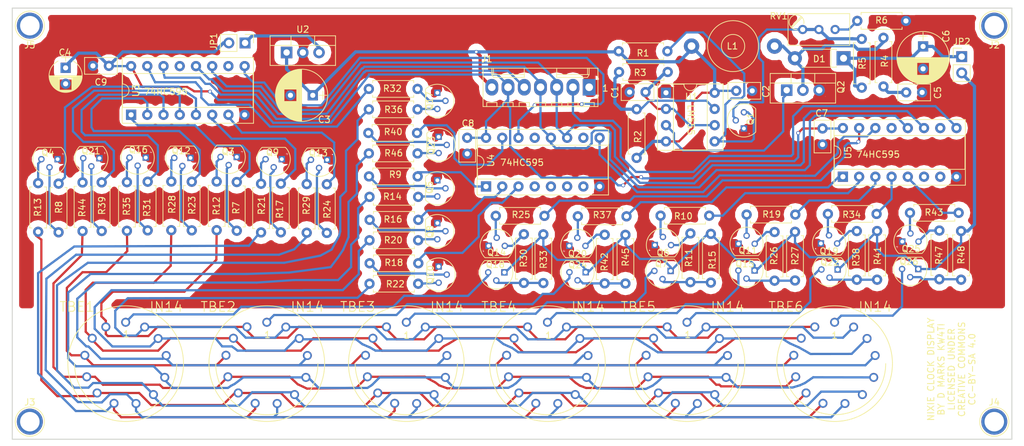
<source format=kicad_pcb>
(kicad_pcb (version 4) (host pcbnew 4.0.7)
  (layers (0 F.Cu signal) (31 B.Cu signal) (34 B.Paste user) (35 F.Paste user) (36 B.SilkS user) (37 F.SilkS user) (38 B.Mask user) (39 F.Mask user) (44 Edge.Cuts user))
  (net 0 "")
  (net 1 +5V)
  (net 2 GND)
  (net 3 SERCLK)
  (net 4 SERLATCH)
  (net 5 NIXIEPWR)
  (net 6 SERDATA)
  (net 7 SERDATAOUT)
  (net 8 "Net-(C1-Pad1)")
  (net 9 +12V)
  (net 10 "Net-(C5-Pad1)")
  (net 11 "Net-(C6-Pad1)")
  (net 12 "Net-(D1-Pad2)")
  (net 13 "Net-(Q1-Pad2)")
  (net 14 "Net-(Q1-Pad3)")
  (net 15 "Net-(R2-Pad2)")
  (net 16 "Net-(R6-Pad1)")
  (net 17 "Net-(Q2-Pad1)")
  (net 18 "Net-(JP1-Pad1)")
  (net 19 "Net-(Q3-Pad2)")
  (net 20 "Net-(Q3-Pad3)")
  (net 21 "Net-(Q4-Pad2)")
  (net 22 "Net-(Q4-Pad3)")
  (net 23 "Net-(Q5-Pad2)")
  (net 24 "Net-(Q5-Pad3)")
  (net 25 "Net-(Q6-Pad2)")
  (net 26 "Net-(Q6-Pad3)")
  (net 27 "Net-(Q7-Pad2)")
  (net 28 /ADIG3)
  (net 29 "Net-(Q8-Pad2)")
  (net 30 "Net-(Q8-Pad3)")
  (net 31 "Net-(Q9-Pad2)")
  (net 32 "Net-(Q9-Pad3)")
  (net 33 "Net-(Q10-Pad2)")
  (net 34 "Net-(Q10-Pad3)")
  (net 35 "Net-(Q11-Pad2)")
  (net 36 "Net-(Q11-Pad3)")
  (net 37 "Net-(Q12-Pad2)")
  (net 38 "Net-(Q12-Pad3)")
  (net 39 "Net-(Q13-Pad2)")
  (net 40 "Net-(Q13-Pad3)")
  (net 41 "Net-(Q14-Pad2)")
  (net 42 "Net-(Q14-Pad3)")
  (net 43 "Net-(Q15-Pad2)")
  (net 44 /ADIG4)
  (net 45 "Net-(Q16-Pad2)")
  (net 46 "Net-(Q16-Pad3)")
  (net 47 "Net-(Q17-Pad2)")
  (net 48 "Net-(Q17-Pad3)")
  (net 49 "Net-(Q18-Pad2)")
  (net 50 /ADIG1)
  (net 51 "Net-(Q19-Pad2)")
  (net 52 "Net-(Q19-Pad3)")
  (net 53 "Net-(Q20-Pad2)")
  (net 54 "Net-(Q20-Pad3)")
  (net 55 "Net-(Q21-Pad2)")
  (net 56 "Net-(Q21-Pad3)")
  (net 57 "Net-(Q22-Pad2)")
  (net 58 /ADIG5)
  (net 59 "Net-(Q23-Pad2)")
  (net 60 "Net-(Q23-Pad3)")
  (net 61 "Net-(Q24-Pad2)")
  (net 62 /ADIG2)
  (net 63 "Net-(Q25-Pad2)")
  (net 64 "Net-(Q25-Pad3)")
  (net 65 "Net-(Q26-Pad2)")
  (net 66 /ADIG6)
  (net 67 "Net-(R7-Pad2)")
  (net 68 "Net-(R8-Pad2)")
  (net 69 "Net-(R9-Pad2)")
  (net 70 "Net-(R10-Pad2)")
  (net 71 /CA)
  (net 72 /C4)
  (net 73 /C9)
  (net 74 "Net-(R16-Pad2)")
  (net 75 "Net-(R17-Pad2)")
  (net 76 "Net-(R18-Pad2)")
  (net 77 "Net-(R19-Pad2)")
  (net 78 /C0)
  (net 79 /C5)
  (net 80 /CB)
  (net 81 "Net-(R23-Pad2)")
  (net 82 "Net-(R24-Pad2)")
  (net 83 "Net-(R25-Pad2)")
  (net 84 /C1)
  (net 85 /C6)
  (net 86 "Net-(R31-Pad2)")
  (net 87 "Net-(R32-Pad2)")
  (net 88 "Net-(R34-Pad2)")
  (net 89 /C2)
  (net 90 /C7)
  (net 91 "Net-(R37-Pad2)")
  (net 92 "Net-(R39-Pad2)")
  (net 93 "Net-(R40-Pad2)")
  (net 94 "Net-(R43-Pad2)")
  (net 95 /C3)
  (net 96 /C8)
  (net 97 "Net-(U3-Pad9)")
  (net 98 "Net-(U4-Pad9)")
  (module NixieClock:IN-14-mod (layer F.Cu) (at 196.042 104.512 180)
    (fp_text reference TBE4 (at 7.62 8.89 180) (layer F.SilkS))
    (fp_text value IN14 (at -6.35 8.89 180) (layer F.SilkS))
    (pad 9 thru_hole circle (at -4.348 -4.846 180) (size 1.408 1.408) (drill 0.9) (layers *.Cu *.Mask) (net 90 /C7))
    (pad 8 thru_hole circle (at -1.621 -6.243) (size 1.408 1.408) (drill 0.9) (layers *.Cu *.Mask) (net 85 /C6))
    (pad 11 thru_hole circle (at -6.35 1.27 180) (size 1.408 1.408) (drill 0.9) (layers *.Cu *.Mask) (net 73 /C9))
    (pad 10 thru_hole circle (at -6.12 -2.154 180) (size 1.408 1.408) (drill 0.9) (layers *.Cu *.Mask) (net 96 /C8))
    (pad 6 thru_hole circle (at 4.469 -4.594 180) (size 1.408 1.408) (drill 0.9) (layers *.Cu *.Mask) (net 72 /C4))
    (pad 5 thru_hole circle (at 6.089 -2.063 180) (size 1.408 1.408) (drill 0.9) (layers *.Cu *.Mask) (net 95 /C3))
    (pad 1 thru_hole circle (at 0 6.477 180) (size 1.408 1.408) (drill 0.9) (layers *.Cu *.Mask) (net 44 /ADIG4))
    (pad 3 thru_hole circle (at 5.232 3.973 180) (size 1.408 1.408) (drill 0.9) (layers *.Cu *.Mask) (net 84 /C1))
    (pad 4 thru_hole circle (at 6.393 1.307 180) (size 1.408 1.408) (drill 0.9) (layers *.Cu *.Mask) (net 89 /C2))
    (pad 12 thru_hole circle (at -5.08 3.937 180) (size 1.408 1.408) (drill 0.9) (layers *.Cu *.Mask) (net 78 /C0))
    (pad 2 thru_hole circle (at 3.104 5.752 180) (size 1.408 1.408) (drill 0.9) (layers *.Cu *.Mask) (net 71 /CA))
    (pad 7 thru_hole circle (at 1.822 -6.213) (size 1.408 1.408) (drill 0.9) (layers *.Cu *.Mask) (net 79 /C5))
    (pad 13 thru_hole circle (at -2.978 5.725 180) (size 1.408 1.408) (drill 0.9) (layers *.Cu *.Mask) (net 80 /CB))
  )
  (module NixieClock:IN-14-mod (layer F.Cu) (at 173.944 104.512 180)
    (fp_text reference TBE3 (at 7.62 8.89 180) (layer F.SilkS))
    (fp_text value IN14 (at -6.35 8.89 180) (layer F.SilkS))
    (pad 9 thru_hole circle (at -4.348 -4.846 180) (size 1.408 1.408) (drill 0.9) (layers *.Cu *.Mask) (net 90 /C7))
    (pad 8 thru_hole circle (at -1.621 -6.243) (size 1.408 1.408) (drill 0.9) (layers *.Cu *.Mask) (net 85 /C6))
    (pad 11 thru_hole circle (at -6.35 1.27 180) (size 1.408 1.408) (drill 0.9) (layers *.Cu *.Mask) (net 73 /C9))
    (pad 10 thru_hole circle (at -6.12 -2.154 180) (size 1.408 1.408) (drill 0.9) (layers *.Cu *.Mask) (net 96 /C8))
    (pad 6 thru_hole circle (at 4.469 -4.594 180) (size 1.408 1.408) (drill 0.9) (layers *.Cu *.Mask) (net 72 /C4))
    (pad 5 thru_hole circle (at 6.089 -2.063 180) (size 1.408 1.408) (drill 0.9) (layers *.Cu *.Mask) (net 95 /C3))
    (pad 1 thru_hole circle (at 0 6.477 180) (size 1.408 1.408) (drill 0.9) (layers *.Cu *.Mask) (net 28 /ADIG3))
    (pad 3 thru_hole circle (at 5.232 3.973 180) (size 1.408 1.408) (drill 0.9) (layers *.Cu *.Mask) (net 84 /C1))
    (pad 4 thru_hole circle (at 6.393 1.307 180) (size 1.408 1.408) (drill 0.9) (layers *.Cu *.Mask) (net 89 /C2))
    (pad 12 thru_hole circle (at -5.08 3.937 180) (size 1.408 1.408) (drill 0.9) (layers *.Cu *.Mask) (net 78 /C0))
    (pad 2 thru_hole circle (at 3.104 5.752 180) (size 1.408 1.408) (drill 0.9) (layers *.Cu *.Mask) (net 71 /CA))
    (pad 7 thru_hole circle (at 1.822 -6.213) (size 1.408 1.408) (drill 0.9) (layers *.Cu *.Mask) (net 79 /C5))
    (pad 13 thru_hole circle (at -2.978 5.725 180) (size 1.408 1.408) (drill 0.9) (layers *.Cu *.Mask) (net 80 /CB))
  )
  (module Capacitors_THT:C_Disc_D5.0mm_W2.5mm_P2.50mm (layer F.Cu) (at 211.4 62 180)
    (fp_text reference C1 (at 4.8 0 270) (layer F.SilkS))
    (fp_text value 2n2)
    (pad 1 thru_hole circle (at 0 0 180) (size 1.6 1.6) (drill 0.8) (layers *.Cu *.Mask) (net 8 "Net-(C1-Pad1)"))
    (pad 2 thru_hole circle (at 2.5 0 180) (size 1.6 1.6) (drill 0.8) (layers *.Cu *.Mask) (net 2 GND))
  )
  (module Potentiometers:Potentiometer_Trimmer_Bourns_3296W (layer F.Cu) (at 236 52.2 180)
    (fp_text reference RV1 (at 3.75 2.1 360) (layer F.SilkS))
    (fp_text value 1k)
    (pad 1 thru_hole circle (at 0 0 180) (size 1.44 1.44) (drill 0.8) (layers *.Cu *.Mask) (net 13 "Net-(Q1-Pad2)"))
    (pad 2 thru_hole circle (at -2.54 0 180) (size 1.44 1.44) (drill 0.8) (layers *.Cu *.Mask) (net 13 "Net-(Q1-Pad2)"))
    (pad 3 thru_hole circle (at -5.08 0 180) (size 1.44 1.44) (drill 0.8) (layers *.Cu *.Mask) (net 16 "Net-(R6-Pad1)"))
  )
  (module Capacitors_THT:C_Disc_D5.0mm_W2.5mm_P2.50mm (layer F.Cu) (at 225.6 61.8)
    (fp_text reference C2 (at 4.65 0.1 90) (layer F.SilkS))
    (fp_text value "100 nF")
    (pad 1 thru_hole circle (at 0 0) (size 1.6 1.6) (drill 0.8) (layers *.Cu *.Mask) (net 9 +12V))
    (pad 2 thru_hole circle (at 2.5 0) (size 1.6 1.6) (drill 0.8) (layers *.Cu *.Mask) (net 2 GND))
  )
  (module Capacitors_THT:CP_Radial_D8.0mm_P3.50mm (layer F.Cu) (at 159.3 62.5 180)
    (fp_text reference C3 (at -1.8 -3.8 180) (layer F.SilkS))
    (fp_text value CP)
    (pad 1 thru_hole rect (at 0 0 180) (size 1.6 1.6) (drill 0.8) (layers *.Cu *.Mask) (net 9 +12V))
    (pad 2 thru_hole circle (at 3.5 0 180) (size 1.6 1.6) (drill 0.8) (layers *.Cu *.Mask) (net 2 GND))
  )
  (module Capacitors_THT:CP_Radial_D5.0mm_P2.50mm (layer F.Cu) (at 120.6 58.2 270)
    (fp_text reference C4 (at -2.4 0.1 360) (layer F.SilkS))
    (fp_text value CP)
    (pad 1 thru_hole rect (at 0 0 270) (size 1.6 1.6) (drill 0.8) (layers *.Cu *.Mask) (net 1 +5V))
    (pad 2 thru_hole circle (at 2.5 0 270) (size 1.6 1.6) (drill 0.8) (layers *.Cu *.Mask) (net 2 GND))
  )
  (module Capacitors_THT:C_Disc_D5.0mm_W2.5mm_P2.50mm (layer F.Cu) (at 252.2 62.05)
    (fp_text reference C5 (at 4.95 0.05 90) (layer F.SilkS))
    (fp_text value "100 pF")
    (pad 1 thru_hole circle (at 0 0) (size 1.6 1.6) (drill 0.8) (layers *.Cu *.Mask) (net 10 "Net-(C5-Pad1)"))
    (pad 2 thru_hole circle (at 2.5 0) (size 1.6 1.6) (drill 0.8) (layers *.Cu *.Mask) (net 2 GND))
  )
  (module Capacitors_THT:CP_Radial_D8.0mm_P3.50mm (layer F.Cu) (at 254.85 54.85 270)
    (fp_text reference C6 (at -1.6 -3.6 270) (layer F.SilkS))
    (fp_text value 4u7)
    (pad 1 thru_hole rect (at 0 0 270) (size 1.6 1.6) (drill 0.8) (layers *.Cu *.Mask) (net 11 "Net-(C6-Pad1)"))
    (pad 2 thru_hole circle (at 3.5 0 270) (size 1.6 1.6) (drill 0.8) (layers *.Cu *.Mask) (net 2 GND))
  )
  (module Diodes_THT:D_DO-41_SOD81_P7.62mm_Horizontal (layer F.Cu) (at 242.4 56.7 180)
    (fp_text reference D1 (at 3.8 -0.1 180) (layer F.SilkS))
    (fp_text value UF4007)
    (pad 1 thru_hole rect (at 0 0 180) (size 2.2 2.2) (drill 1.1) (layers *.Cu *.Mask) (net 11 "Net-(C6-Pad1)"))
    (pad 2 thru_hole oval (at 7.62 0 180) (size 2.2 2.2) (drill 1.1) (layers *.Cu *.Mask) (net 12 "Net-(D1-Pad2)"))
  )
  (module Pin_Headers:Pin_Header_Straight_1x02_Pitch2.54mm (layer F.Cu) (at 148.7 54.3 270)
    (fp_text reference JP1 (at -0.2 4.9 270) (layer F.SilkS))
    (fp_text value Jumper_NC_Small)
    (pad 1 thru_hole rect (at 0 0 270) (size 1.7 1.7) (drill 1) (layers *.Cu *.Mask) (net 18 "Net-(JP1-Pad1)"))
    (pad 2 thru_hole oval (at 0 2.54 270) (size 1.7 1.7) (drill 1) (layers *.Cu *.Mask) (net 1 +5V))
  )
  (module Inductors_THT:L_Toroid_Horizontal_D7.8mm_P13.00mm_Diameter9-5mm_Amidon-T30 (layer F.Cu) (at 218.6 54.8)
    (fp_text reference L1 (at 6.4 0) (layer F.SilkS))
    (fp_text value "100 uH")
    (pad 1 thru_hole circle (at 0 0) (size 2.4 2.4) (drill 1.2) (layers *.Cu *.Mask) (net 9 +12V))
    (pad 2 thru_hole circle (at 13 0) (size 2.4 2.4) (drill 1.2) (layers *.Cu *.Mask) (net 12 "Net-(D1-Pad2)"))
  )
  (module TO_SOT_Packages_THT:TO-92_Molded_Narrow (layer F.Cu) (at 226.8 67.7 90)
    (fp_text reference Q1 (at 1.524 1.016 90) (layer F.SilkS))
    (fp_text value 2N2222A)
    (pad 2 thru_hole circle (at 1.27 -1.27 180) (size 1 1) (drill 0.6) (layers *.Cu *.Mask) (net 13 "Net-(Q1-Pad2)"))
    (pad 3 thru_hole circle (at 2.54 0 180) (size 1 1) (drill 0.6) (layers *.Cu *.Mask) (net 14 "Net-(Q1-Pad3)"))
    (pad 1 thru_hole rect (at 0 0 180) (size 1 1) (drill 0.6) (layers *.Cu *.Mask) (net 2 GND))
  )
  (module Resistors_THT:R_Axial_DIN0207_L6.3mm_D2.5mm_P7.62mm_Horizontal (layer F.Cu) (at 207.2 55.6)
    (fp_text reference R1 (at 3.8 0.3) (layer F.SilkS))
    (fp_text value 56k)
    (pad 1 thru_hole circle (at 0 0) (size 1.6 1.6) (drill 0.8) (layers *.Cu *.Mask) (net 9 +12V))
    (pad 2 thru_hole oval (at 7.62 0) (size 1.6 1.6) (drill 0.8) (layers *.Cu *.Mask) (net 14 "Net-(Q1-Pad3)"))
  )
  (module Resistors_THT:R_Axial_DIN0207_L6.3mm_D2.5mm_P7.62mm_Horizontal (layer F.Cu) (at 210 72.3 90)
    (fp_text reference R2 (at 3.3 0.2 90) (layer F.SilkS))
    (fp_text value 1k)
    (pad 1 thru_hole circle (at 0 0 90) (size 1.6 1.6) (drill 0.8) (layers *.Cu *.Mask) (net 9 +12V))
    (pad 2 thru_hole oval (at 7.62 0 90) (size 1.6 1.6) (drill 0.8) (layers *.Cu *.Mask) (net 15 "Net-(R2-Pad2)"))
  )
  (module Resistors_THT:R_Axial_DIN0207_L6.3mm_D2.5mm_P7.62mm_Horizontal (layer F.Cu) (at 207.25 58.85)
    (fp_text reference R3 (at 3.3 0.1) (layer F.SilkS))
    (fp_text value 10k)
    (pad 1 thru_hole circle (at 0 0) (size 1.6 1.6) (drill 0.8) (layers *.Cu *.Mask) (net 15 "Net-(R2-Pad2)"))
    (pad 2 thru_hole oval (at 7.62 0) (size 1.6 1.6) (drill 0.8) (layers *.Cu *.Mask) (net 8 "Net-(C1-Pad1)"))
  )
  (module Resistors_THT:R_Axial_DIN0207_L6.3mm_D2.5mm_P7.62mm_Horizontal (layer F.Cu) (at 248.65 53.5 270)
    (fp_text reference R4 (at 3.65 -0.2 270) (layer F.SilkS))
    (fp_text value 2k2)
    (pad 1 thru_hole circle (at 0 0 270) (size 1.6 1.6) (drill 0.8) (layers *.Cu *.Mask) (net 12 "Net-(D1-Pad2)"))
    (pad 2 thru_hole oval (at 7.62 0 270) (size 1.6 1.6) (drill 0.8) (layers *.Cu *.Mask) (net 10 "Net-(C5-Pad1)"))
  )
  (module Resistors_THT:R_Axial_DIN0207_L6.3mm_D2.5mm_P7.62mm_Horizontal (layer F.Cu) (at 245.25 61.3 90)
    (fp_text reference R5 (at 3.8 0.1 90) (layer F.SilkS))
    (fp_text value 220k)
    (pad 1 thru_hole circle (at 0 0 90) (size 1.6 1.6) (drill 0.8) (layers *.Cu *.Mask) (net 11 "Net-(C6-Pad1)"))
    (pad 2 thru_hole oval (at 7.62 0 90) (size 1.6 1.6) (drill 0.8) (layers *.Cu *.Mask) (net 13 "Net-(Q1-Pad2)"))
  )
  (module Resistors_THT:R_Axial_DIN0207_L6.3mm_D2.5mm_P7.62mm_Horizontal (layer F.Cu) (at 244.55 50.85)
    (fp_text reference R6 (at 3.8 -0.1) (layer F.SilkS))
    (fp_text value 470R)
    (pad 1 thru_hole circle (at 0 0) (size 1.6 1.6) (drill 0.8) (layers *.Cu *.Mask) (net 16 "Net-(R6-Pad1)"))
    (pad 2 thru_hole oval (at 7.62 0) (size 1.6 1.6) (drill 0.8) (layers *.Cu *.Mask) (net 2 GND))
  )
  (module TO_SOT_Packages_THT:TO-220-3_Vertical (layer F.Cu) (at 155.2 55.8)
    (fp_text reference U2 (at 2.54 -3.62) (layer F.SilkS))
    (fp_text value L7805)
    (pad 1 thru_hole rect (at 0 0) (size 1.8 1.8) (drill 1) (layers *.Cu *.Mask) (net 9 +12V))
    (pad 2 thru_hole oval (at 2.54 0) (size 1.8 1.8) (drill 1) (layers *.Cu *.Mask) (net 2 GND))
    (pad 3 thru_hole oval (at 5.08 0) (size 1.8 1.8) (drill 1) (layers *.Cu *.Mask) (net 18 "Net-(JP1-Pad1)"))
  )
  (module Connectors_Molex:Molex_KK-6410-07_07x2.54mm_Straight (layer F.Cu) (at 202.57 61.24 180)
    (fp_text reference J1 (at 16.008 4.43 180) (layer F.SilkS))
    (fp_text value Conn_01x07)
    (pad 1 thru_hole rect (at 0 0 180) (size 2 2.6) (drill 1.2) (layers *.Cu *.Mask) (net 2 GND))
    (pad 2 thru_hole oval (at 2.54 0 180) (size 2 2.6) (drill 1.2) (layers *.Cu *.Mask) (net 7 SERDATAOUT))
    (pad 3 thru_hole oval (at 5.08 0 180) (size 2 2.6) (drill 1.2) (layers *.Cu *.Mask) (net 3 SERCLK))
    (pad 4 thru_hole oval (at 7.62 0 180) (size 2 2.6) (drill 1.2) (layers *.Cu *.Mask) (net 4 SERLATCH))
    (pad 5 thru_hole oval (at 10.16 0 180) (size 2 2.6) (drill 1.2) (layers *.Cu *.Mask) (net 6 SERDATA))
    (pad 6 thru_hole oval (at 12.7 0 180) (size 2 2.6) (drill 1.2) (layers *.Cu *.Mask) (net 1 +5V))
    (pad 7 thru_hole oval (at 15.24 0 180) (size 2 2.6) (drill 1.2) (layers *.Cu *.Mask) (net 9 +12V))
  )
  (module TO_SOT_Packages_THT:TO-220-3_Vertical (layer F.Cu) (at 233.5 61.7)
    (fp_text reference Q2 (at 8.5 -0.5 90) (layer F.SilkS))
    (fp_text value IRF840)
    (pad 1 thru_hole rect (at 0 0) (size 1.8 1.8) (drill 1) (layers *.Cu *.Mask) (net 17 "Net-(Q2-Pad1)"))
    (pad 2 thru_hole oval (at 2.54 0) (size 1.8 1.8) (drill 1) (layers *.Cu *.Mask) (net 12 "Net-(D1-Pad2)"))
    (pad 3 thru_hole oval (at 5.08 0) (size 1.8 1.8) (drill 1) (layers *.Cu *.Mask) (net 2 GND))
  )
  (module Connectors:1pin (layer F.Cu) (at 266 51.6 180)
    (fp_text reference J2 (at 0 -3.048 180) (layer F.SilkS))
    (fp_text value Conn_01x01)
    (pad 1 thru_hole circle (at 0 0 180) (size 4.064 4.064) (drill 3.048) (layers *.Cu *.Mask))
  )
  (module Connectors:1pin (layer F.Cu) (at 115 113.6)
    (fp_text reference J3 (at 0 -3.048) (layer F.SilkS))
    (fp_text value Conn_01x01)
    (pad 1 thru_hole circle (at 0 0) (size 4.064 4.064) (drill 3.048) (layers *.Cu *.Mask))
  )
  (module Connectors:1pin (layer F.Cu) (at 266 113.6)
    (fp_text reference J4 (at 0 -3.048) (layer F.SilkS))
    (fp_text value Conn_01x01)
    (pad 1 thru_hole circle (at 0 0) (size 4.064 4.064) (drill 3.048) (layers *.Cu *.Mask))
  )
  (module Connectors:1pin (layer F.Cu) (at 115 51.6 180)
    (fp_text reference J5 (at 0 -3.048 180) (layer F.SilkS))
    (fp_text value Conn_01x01)
    (pad 1 thru_hole circle (at 0 0 180) (size 4.064 4.064) (drill 3.048) (layers *.Cu *.Mask))
  )
  (module Housings_DIP:DIP-8_W7.62mm_Socket (layer F.Cu) (at 214.6 62.1)
    (fp_text reference U1 (at 3.99 0.61) (layer F.SilkS))
    (fp_text value NE555)
    (pad 1 thru_hole rect (at 0 0) (size 1.6 1.6) (drill 0.8) (layers *.Cu *.Mask) (net 2 GND))
    (pad 5 thru_hole oval (at 7.62 7.62) (size 1.6 1.6) (drill 0.8) (layers *.Cu *.Mask) (net 14 "Net-(Q1-Pad3)"))
    (pad 2 thru_hole oval (at 0 2.54) (size 1.6 1.6) (drill 0.8) (layers *.Cu *.Mask) (net 8 "Net-(C1-Pad1)"))
    (pad 6 thru_hole oval (at 7.62 5.08) (size 1.6 1.6) (drill 0.8) (layers *.Cu *.Mask) (net 8 "Net-(C1-Pad1)"))
    (pad 3 thru_hole oval (at 0 5.08) (size 1.6 1.6) (drill 0.8) (layers *.Cu *.Mask) (net 17 "Net-(Q2-Pad1)"))
    (pad 7 thru_hole oval (at 7.62 2.54) (size 1.6 1.6) (drill 0.8) (layers *.Cu *.Mask) (net 15 "Net-(R2-Pad2)"))
    (pad 4 thru_hole oval (at 0 7.62) (size 1.6 1.6) (drill 0.8) (layers *.Cu *.Mask) (net 9 +12V))
    (pad 8 thru_hole oval (at 7.62 0) (size 1.6 1.6) (drill 0.8) (layers *.Cu *.Mask) (net 9 +12V))
  )
  (module Pin_Headers:Pin_Header_Straight_1x02_Pitch2.54mm (layer F.Cu) (at 260.9 56.45)
    (fp_text reference JP2 (at 0 -2.33) (layer F.SilkS))
    (fp_text value Jumper_NC_Small)
    (pad 1 thru_hole rect (at 0 0) (size 1.7 1.7) (drill 1) (layers *.Cu *.Mask) (net 11 "Net-(C6-Pad1)"))
    (pad 2 thru_hole oval (at 0 2.54) (size 1.7 1.7) (drill 1) (layers *.Cu *.Mask) (net 5 NIXIEPWR))
  )
  (module Capacitors_THT:C_Disc_D5.0mm_W2.5mm_P2.50mm (layer F.Cu) (at 239.11 67.7 270)
    (fp_text reference C7 (at -2.4 0.14 360) (layer F.SilkS))
    (fp_text value "100 nF")
    (pad 1 thru_hole circle (at 0 0 270) (size 1.6 1.6) (drill 0.8) (layers *.Cu *.Mask) (net 1 +5V))
    (pad 2 thru_hole circle (at 2.5 0 270) (size 1.6 1.6) (drill 0.8) (layers *.Cu *.Mask) (net 2 GND))
  )
  (module Capacitors_THT:C_Disc_D5.0mm_W2.5mm_P2.50mm (layer F.Cu) (at 183.48 69.15 270)
    (fp_text reference C8 (at -2.25 -0.12 360) (layer F.SilkS))
    (fp_text value "100 nF")
    (pad 1 thru_hole circle (at 0 0 270) (size 1.6 1.6) (drill 0.8) (layers *.Cu *.Mask) (net 1 +5V))
    (pad 2 thru_hole circle (at 2.5 0 270) (size 1.6 1.6) (drill 0.8) (layers *.Cu *.Mask) (net 2 GND))
  )
  (module Capacitors_THT:C_Disc_D5.0mm_W2.5mm_P2.50mm (layer F.Cu) (at 127.38 57.89 180)
    (fp_text reference C9 (at 1.25 -2.56 180) (layer F.SilkS))
    (fp_text value "100 nF")
    (pad 1 thru_hole circle (at 0 0 180) (size 1.6 1.6) (drill 0.8) (layers *.Cu *.Mask) (net 1 +5V))
    (pad 2 thru_hole circle (at 2.5 0 180) (size 1.6 1.6) (drill 0.8) (layers *.Cu *.Mask) (net 2 GND))
  )
  (module TO_SOT_Packages_THT:TO-92_Molded_Narrow (layer F.Cu) (at 147.4 72.15 180)
    (fp_text reference Q3 (at 1.36 0.836 180) (layer F.SilkS))
    (fp_text value MPSA42)
    (pad 2 thru_hole circle (at 1.27 -1.27 270) (size 1 1) (drill 0.6) (layers *.Cu *.Mask) (net 19 "Net-(Q3-Pad2)"))
    (pad 3 thru_hole circle (at 2.54 0 270) (size 1 1) (drill 0.6) (layers *.Cu *.Mask) (net 20 "Net-(Q3-Pad3)"))
    (pad 1 thru_hole rect (at 0 0 270) (size 1 1) (drill 0.6) (layers *.Cu *.Mask) (net 2 GND))
  )
  (module TO_SOT_Packages_THT:TO-92_Molded_Narrow (layer F.Cu) (at 119.35 72.5 180)
    (fp_text reference Q4 (at 1.524 1.016 180) (layer F.SilkS))
    (fp_text value MPSA42)
    (pad 2 thru_hole circle (at 1.27 -1.27 270) (size 1 1) (drill 0.6) (layers *.Cu *.Mask) (net 21 "Net-(Q4-Pad2)"))
    (pad 3 thru_hole circle (at 2.54 0 270) (size 1 1) (drill 0.6) (layers *.Cu *.Mask) (net 22 "Net-(Q4-Pad3)"))
    (pad 1 thru_hole rect (at 0 0 270) (size 1 1) (drill 0.6) (layers *.Cu *.Mask) (net 2 GND))
  )
  (module TO_SOT_Packages_THT:TO-92_Molded_Narrow (layer F.Cu) (at 178.8 75.8 270)
    (fp_text reference Q5 (at 1.122 1.202 270) (layer F.SilkS))
    (fp_text value MPSA42)
    (pad 2 thru_hole circle (at 1.27 -1.27) (size 1 1) (drill 0.6) (layers *.Cu *.Mask) (net 23 "Net-(Q5-Pad2)"))
    (pad 3 thru_hole circle (at 2.54 0) (size 1 1) (drill 0.6) (layers *.Cu *.Mask) (net 24 "Net-(Q5-Pad3)"))
    (pad 1 thru_hole rect (at 0 0) (size 1 1) (drill 0.6) (layers *.Cu *.Mask) (net 2 GND))
  )
  (module TO_SOT_Packages_THT:TO-92_Molded_Narrow (layer F.Cu) (at 212.85 85.95)
    (fp_text reference Q6 (at 1.298 1.202) (layer F.SilkS))
    (fp_text value MPSA42)
    (pad 2 thru_hole circle (at 1.27 -1.27 90) (size 1 1) (drill 0.6) (layers *.Cu *.Mask) (net 25 "Net-(Q6-Pad2)"))
    (pad 3 thru_hole circle (at 2.54 0 90) (size 1 1) (drill 0.6) (layers *.Cu *.Mask) (net 26 "Net-(Q6-Pad3)"))
    (pad 1 thru_hole rect (at 0 0 90) (size 1 1) (drill 0.6) (layers *.Cu *.Mask) (net 2 GND))
  )
  (module TO_SOT_Packages_THT:TO-92_Molded_Narrow (layer F.Cu) (at 215.325 90 180)
    (fp_text reference Q7 (at 1.44 1.124 180) (layer F.SilkS))
    (fp_text value MPSA92)
    (pad 2 thru_hole circle (at 1.27 -1.27 270) (size 1 1) (drill 0.6) (layers *.Cu *.Mask) (net 27 "Net-(Q7-Pad2)"))
    (pad 3 thru_hole circle (at 2.54 0 270) (size 1 1) (drill 0.6) (layers *.Cu *.Mask) (net 28 /ADIG3))
    (pad 1 thru_hole rect (at 0 0 270) (size 1 1) (drill 0.6) (layers *.Cu *.Mask) (net 5 NIXIEPWR))
  )
  (module TO_SOT_Packages_THT:TO-92_Molded_Narrow (layer F.Cu) (at 178.8 82.5 270)
    (fp_text reference Q8 (at 1.346 1.108 270) (layer F.SilkS))
    (fp_text value MPSA42)
    (pad 2 thru_hole circle (at 1.27 -1.27) (size 1 1) (drill 0.6) (layers *.Cu *.Mask) (net 29 "Net-(Q8-Pad2)"))
    (pad 3 thru_hole circle (at 2.54 0) (size 1 1) (drill 0.6) (layers *.Cu *.Mask) (net 30 "Net-(Q8-Pad3)"))
    (pad 1 thru_hole rect (at 0 0) (size 1 1) (drill 0.6) (layers *.Cu *.Mask) (net 2 GND))
  )
  (module TO_SOT_Packages_THT:TO-92_Molded_Narrow (layer F.Cu) (at 154.45 72.5 180)
    (fp_text reference Q9 (at 1.458 1.074 180) (layer F.SilkS))
    (fp_text value MPSA42)
    (pad 2 thru_hole circle (at 1.27 -1.27 270) (size 1 1) (drill 0.6) (layers *.Cu *.Mask) (net 31 "Net-(Q9-Pad2)"))
    (pad 3 thru_hole circle (at 2.54 0 270) (size 1 1) (drill 0.6) (layers *.Cu *.Mask) (net 32 "Net-(Q9-Pad3)"))
    (pad 1 thru_hole rect (at 0 0 270) (size 1 1) (drill 0.6) (layers *.Cu *.Mask) (net 2 GND))
  )
  (module TO_SOT_Packages_THT:TO-92_Molded_Narrow (layer F.Cu) (at 179 89.3 270)
    (fp_text reference Q10 (at 1.27 1.27 270) (layer F.SilkS))
    (fp_text value MPSA42)
    (pad 2 thru_hole circle (at 1.27 -1.27) (size 1 1) (drill 0.6) (layers *.Cu *.Mask) (net 33 "Net-(Q10-Pad2)"))
    (pad 3 thru_hole circle (at 2.54 0) (size 1 1) (drill 0.6) (layers *.Cu *.Mask) (net 34 "Net-(Q10-Pad3)"))
    (pad 1 thru_hole rect (at 0 0) (size 1 1) (drill 0.6) (layers *.Cu *.Mask) (net 2 GND))
  )
  (module TO_SOT_Packages_THT:TO-92_Molded_Narrow (layer F.Cu) (at 225.95 85.75)
    (fp_text reference Q11 (at 1.488 1.046) (layer F.SilkS))
    (fp_text value MPSA42)
    (pad 2 thru_hole circle (at 1.27 -1.27 90) (size 1 1) (drill 0.6) (layers *.Cu *.Mask) (net 35 "Net-(Q11-Pad2)"))
    (pad 3 thru_hole circle (at 2.54 0 90) (size 1 1) (drill 0.6) (layers *.Cu *.Mask) (net 36 "Net-(Q11-Pad3)"))
    (pad 1 thru_hole rect (at 0 0 90) (size 1 1) (drill 0.6) (layers *.Cu *.Mask) (net 2 GND))
  )
  (module TO_SOT_Packages_THT:TO-92_Molded_Narrow (layer F.Cu) (at 140.15 72.3 180)
    (fp_text reference Q12 (at 1.458 1.108 180) (layer F.SilkS))
    (fp_text value MPSA42)
    (pad 2 thru_hole circle (at 1.27 -1.27 270) (size 1 1) (drill 0.6) (layers *.Cu *.Mask) (net 37 "Net-(Q12-Pad2)"))
    (pad 3 thru_hole circle (at 2.54 0 270) (size 1 1) (drill 0.6) (layers *.Cu *.Mask) (net 38 "Net-(Q12-Pad3)"))
    (pad 1 thru_hole rect (at 0 0 270) (size 1 1) (drill 0.6) (layers *.Cu *.Mask) (net 2 GND))
  )
  (module TO_SOT_Packages_THT:TO-92_Molded_Narrow (layer F.Cu) (at 161.55 72.6 180)
    (fp_text reference Q13 (at 1.378 1.062 180) (layer F.SilkS))
    (fp_text value MPSA42)
    (pad 2 thru_hole circle (at 1.27 -1.27 270) (size 1 1) (drill 0.6) (layers *.Cu *.Mask) (net 39 "Net-(Q13-Pad2)"))
    (pad 3 thru_hole circle (at 2.54 0 270) (size 1 1) (drill 0.6) (layers *.Cu *.Mask) (net 40 "Net-(Q13-Pad3)"))
    (pad 1 thru_hole rect (at 0 0 270) (size 1 1) (drill 0.6) (layers *.Cu *.Mask) (net 2 GND))
  )
  (module TO_SOT_Packages_THT:TO-92_Molded_Narrow (layer F.Cu) (at 186.825 86.075)
    (fp_text reference Q14 (at 1.252 1.046) (layer F.SilkS))
    (fp_text value MPSA42)
    (pad 2 thru_hole circle (at 1.27 -1.27 90) (size 1 1) (drill 0.6) (layers *.Cu *.Mask) (net 41 "Net-(Q14-Pad2)"))
    (pad 3 thru_hole circle (at 2.54 0 90) (size 1 1) (drill 0.6) (layers *.Cu *.Mask) (net 42 "Net-(Q14-Pad3)"))
    (pad 1 thru_hole rect (at 0 0 90) (size 1 1) (drill 0.6) (layers *.Cu *.Mask) (net 2 GND))
  )
  (module TO_SOT_Packages_THT:TO-92_Molded_Narrow (layer F.Cu) (at 228.475 89.925 180)
    (fp_text reference Q15 (at 1.524 1.016 180) (layer F.SilkS))
    (fp_text value MPSA92)
    (pad 2 thru_hole circle (at 1.27 -1.27 270) (size 1 1) (drill 0.6) (layers *.Cu *.Mask) (net 43 "Net-(Q15-Pad2)"))
    (pad 3 thru_hole circle (at 2.54 0 270) (size 1 1) (drill 0.6) (layers *.Cu *.Mask) (net 44 /ADIG4))
    (pad 1 thru_hole rect (at 0 0 270) (size 1 1) (drill 0.6) (layers *.Cu *.Mask) (net 5 NIXIEPWR))
  )
  (module TO_SOT_Packages_THT:TO-92_Molded_Narrow (layer F.Cu) (at 133.15 72.25 180)
    (fp_text reference Q16 (at 1.156 1.206 180) (layer F.SilkS))
    (fp_text value MPSA42)
    (pad 2 thru_hole circle (at 1.27 -1.27 270) (size 1 1) (drill 0.6) (layers *.Cu *.Mask) (net 45 "Net-(Q16-Pad2)"))
    (pad 3 thru_hole circle (at 2.54 0 270) (size 1 1) (drill 0.6) (layers *.Cu *.Mask) (net 46 "Net-(Q16-Pad3)"))
    (pad 1 thru_hole rect (at 0 0 270) (size 1 1) (drill 0.6) (layers *.Cu *.Mask) (net 2 GND))
  )
  (module TO_SOT_Packages_THT:TO-92_Molded_Narrow (layer F.Cu) (at 178.8 62.1 270)
    (fp_text reference Q17 (at 1.282 1.222 270) (layer F.SilkS))
    (fp_text value MPSA42)
    (pad 2 thru_hole circle (at 1.27 -1.27) (size 1 1) (drill 0.6) (layers *.Cu *.Mask) (net 47 "Net-(Q17-Pad2)"))
    (pad 3 thru_hole circle (at 2.54 0) (size 1 1) (drill 0.6) (layers *.Cu *.Mask) (net 48 "Net-(Q17-Pad3)"))
    (pad 1 thru_hole rect (at 0 0) (size 1 1) (drill 0.6) (layers *.Cu *.Mask) (net 2 GND))
  )
  (module TO_SOT_Packages_THT:TO-92_Molded_Narrow (layer F.Cu) (at 189.3 90.225 180)
    (fp_text reference Q18 (at 1.424 1.222 180) (layer F.SilkS))
    (fp_text value MPSA92)
    (pad 2 thru_hole circle (at 1.27 -1.27 270) (size 1 1) (drill 0.6) (layers *.Cu *.Mask) (net 49 "Net-(Q18-Pad2)"))
    (pad 3 thru_hole circle (at 2.54 0 270) (size 1 1) (drill 0.6) (layers *.Cu *.Mask) (net 50 /ADIG1))
    (pad 1 thru_hole rect (at 0 0 270) (size 1 1) (drill 0.6) (layers *.Cu *.Mask) (net 5 NIXIEPWR))
  )
  (module TO_SOT_Packages_THT:TO-92_Molded_Narrow (layer F.Cu) (at 238.85 85.7)
    (fp_text reference Q19 (at 1.28 1.222) (layer F.SilkS))
    (fp_text value MPSA42)
    (pad 2 thru_hole circle (at 1.27 -1.27 90) (size 1 1) (drill 0.6) (layers *.Cu *.Mask) (net 51 "Net-(Q19-Pad2)"))
    (pad 3 thru_hole circle (at 2.54 0 90) (size 1 1) (drill 0.6) (layers *.Cu *.Mask) (net 52 "Net-(Q19-Pad3)"))
    (pad 1 thru_hole rect (at 0 0 90) (size 1 1) (drill 0.6) (layers *.Cu *.Mask) (net 2 GND))
  )
  (module TO_SOT_Packages_THT:TO-92_Molded_Narrow (layer F.Cu) (at 199.45 86.075)
    (fp_text reference Q20 (at 1.3 1.238) (layer F.SilkS))
    (fp_text value MPSA42)
    (pad 2 thru_hole circle (at 1.27 -1.27 90) (size 1 1) (drill 0.6) (layers *.Cu *.Mask) (net 53 "Net-(Q20-Pad2)"))
    (pad 3 thru_hole circle (at 2.54 0 90) (size 1 1) (drill 0.6) (layers *.Cu *.Mask) (net 54 "Net-(Q20-Pad3)"))
    (pad 1 thru_hole rect (at 0 0 90) (size 1 1) (drill 0.6) (layers *.Cu *.Mask) (net 2 GND))
  )
  (module TO_SOT_Packages_THT:TO-92_Molded_Narrow (layer F.Cu) (at 125.9 72.35 180)
    (fp_text reference Q21 (at 1.328 1.128 180) (layer F.SilkS))
    (fp_text value MPSA42)
    (pad 2 thru_hole circle (at 1.27 -1.27 270) (size 1 1) (drill 0.6) (layers *.Cu *.Mask) (net 55 "Net-(Q21-Pad2)"))
    (pad 3 thru_hole circle (at 2.54 0 270) (size 1 1) (drill 0.6) (layers *.Cu *.Mask) (net 56 "Net-(Q21-Pad3)"))
    (pad 1 thru_hole rect (at 0 0 270) (size 1 1) (drill 0.6) (layers *.Cu *.Mask) (net 2 GND))
  )
  (module TO_SOT_Packages_THT:TO-92_Molded_Narrow (layer F.Cu) (at 241.475 89.775 180)
    (fp_text reference Q22 (at 1.218 1.128 180) (layer F.SilkS))
    (fp_text value MPSA92)
    (pad 2 thru_hole circle (at 1.27 -1.27 270) (size 1 1) (drill 0.6) (layers *.Cu *.Mask) (net 57 "Net-(Q22-Pad2)"))
    (pad 3 thru_hole circle (at 2.54 0 270) (size 1 1) (drill 0.6) (layers *.Cu *.Mask) (net 58 /ADIG5))
    (pad 1 thru_hole rect (at 0 0 270) (size 1 1) (drill 0.6) (layers *.Cu *.Mask) (net 5 NIXIEPWR))
  )
  (module TO_SOT_Packages_THT:TO-92_Molded_Narrow (layer F.Cu) (at 179 69 270)
    (fp_text reference Q23 (at 1.346 1.128 270) (layer F.SilkS))
    (fp_text value MPSA42)
    (pad 2 thru_hole circle (at 1.27 -1.27) (size 1 1) (drill 0.6) (layers *.Cu *.Mask) (net 59 "Net-(Q23-Pad2)"))
    (pad 3 thru_hole circle (at 2.54 0) (size 1 1) (drill 0.6) (layers *.Cu *.Mask) (net 60 "Net-(Q23-Pad3)"))
    (pad 1 thru_hole rect (at 0 0) (size 1 1) (drill 0.6) (layers *.Cu *.Mask) (net 2 GND))
  )
  (module TO_SOT_Packages_THT:TO-92_Molded_Narrow (layer F.Cu) (at 202.025 90.2 180)
    (fp_text reference Q24 (at 1.236 1.144 180) (layer F.SilkS))
    (fp_text value MPSA92)
    (pad 2 thru_hole circle (at 1.27 -1.27 270) (size 1 1) (drill 0.6) (layers *.Cu *.Mask) (net 61 "Net-(Q24-Pad2)"))
    (pad 3 thru_hole circle (at 2.54 0 270) (size 1 1) (drill 0.6) (layers *.Cu *.Mask) (net 62 /ADIG2))
    (pad 1 thru_hole rect (at 0 0 270) (size 1 1) (drill 0.6) (layers *.Cu *.Mask) (net 5 NIXIEPWR))
  )
  (module TO_SOT_Packages_THT:TO-92_Molded_Narrow (layer F.Cu) (at 251.6 85.4)
    (fp_text reference Q25 (at 1.38 1.144) (layer F.SilkS))
    (fp_text value MPSA42)
    (pad 2 thru_hole circle (at 1.27 -1.27 90) (size 1 1) (drill 0.6) (layers *.Cu *.Mask) (net 63 "Net-(Q25-Pad2)"))
    (pad 3 thru_hole circle (at 2.54 0 90) (size 1 1) (drill 0.6) (layers *.Cu *.Mask) (net 64 "Net-(Q25-Pad3)"))
    (pad 1 thru_hole rect (at 0 0 90) (size 1 1) (drill 0.6) (layers *.Cu *.Mask) (net 2 GND))
  )
  (module TO_SOT_Packages_THT:TO-92_Molded_Narrow (layer F.Cu) (at 254.1 89.7 180)
    (fp_text reference Q26 (at 1.454 1.144 180) (layer F.SilkS))
    (fp_text value MPSA92)
    (pad 2 thru_hole circle (at 1.27 -1.27 270) (size 1 1) (drill 0.6) (layers *.Cu *.Mask) (net 65 "Net-(Q26-Pad2)"))
    (pad 3 thru_hole circle (at 2.54 0 270) (size 1 1) (drill 0.6) (layers *.Cu *.Mask) (net 66 /ADIG6))
    (pad 1 thru_hole rect (at 0 0 270) (size 1 1) (drill 0.6) (layers *.Cu *.Mask) (net 5 NIXIEPWR))
  )
  (module Resistors_THT:R_Axial_DIN0207_L6.3mm_D2.5mm_P7.62mm_Horizontal (layer F.Cu) (at 147.4 83.7 90)
    (fp_text reference R7 (at 3.564 -0.1 90) (layer F.SilkS))
    (fp_text value 10k)
    (pad 1 thru_hole circle (at 0 0 90) (size 1.6 1.6) (drill 0.8) (layers *.Cu *.Mask) (net 19 "Net-(Q3-Pad2)"))
    (pad 2 thru_hole oval (at 7.62 0 90) (size 1.6 1.6) (drill 0.8) (layers *.Cu *.Mask) (net 67 "Net-(R7-Pad2)"))
  )
  (module Resistors_THT:R_Axial_DIN0207_L6.3mm_D2.5mm_P7.62mm_Horizontal (layer F.Cu) (at 119.5 83.95 90)
    (fp_text reference R8 (at 3.914 0.044 90) (layer F.SilkS))
    (fp_text value 10k)
    (pad 1 thru_hole circle (at 0 0 90) (size 1.6 1.6) (drill 0.8) (layers *.Cu *.Mask) (net 21 "Net-(Q4-Pad2)"))
    (pad 2 thru_hole oval (at 7.62 0 90) (size 1.6 1.6) (drill 0.8) (layers *.Cu *.Mask) (net 68 "Net-(R8-Pad2)"))
  )
  (module Resistors_THT:R_Axial_DIN0207_L6.3mm_D2.5mm_P7.62mm_Horizontal (layer F.Cu) (at 168.1 75.2)
    (fp_text reference R9 (at 4.122 -0.29) (layer F.SilkS))
    (fp_text value 10k)
    (pad 1 thru_hole circle (at 0 0) (size 1.6 1.6) (drill 0.8) (layers *.Cu *.Mask) (net 23 "Net-(Q5-Pad2)"))
    (pad 2 thru_hole oval (at 7.62 0) (size 1.6 1.6) (drill 0.8) (layers *.Cu *.Mask) (net 69 "Net-(R9-Pad2)"))
  )
  (module Resistors_THT:R_Axial_DIN0207_L6.3mm_D2.5mm_P7.62mm_Horizontal (layer F.Cu) (at 213.75 81.35)
    (fp_text reference R10 (at 3.566 0.074) (layer F.SilkS))
    (fp_text value 10k)
    (pad 1 thru_hole circle (at 0 0) (size 1.6 1.6) (drill 0.8) (layers *.Cu *.Mask) (net 25 "Net-(Q6-Pad2)"))
    (pad 2 thru_hole oval (at 7.62 0) (size 1.6 1.6) (drill 0.8) (layers *.Cu *.Mask) (net 70 "Net-(R10-Pad2)"))
  )
  (module Resistors_THT:R_Axial_DIN0207_L6.3mm_D2.5mm_P7.62mm_Horizontal (layer F.Cu) (at 218.425 91.75 90)
    (fp_text reference R11 (at 3.81 -0.254 90) (layer F.SilkS))
    (fp_text value 1M)
    (pad 1 thru_hole circle (at 0 0 90) (size 1.6 1.6) (drill 0.8) (layers *.Cu *.Mask) (net 27 "Net-(Q7-Pad2)"))
    (pad 2 thru_hole oval (at 7.62 0 90) (size 1.6 1.6) (drill 0.8) (layers *.Cu *.Mask) (net 26 "Net-(Q6-Pad3)"))
  )
  (module Resistors_THT:R_Axial_DIN0207_L6.3mm_D2.5mm_P7.62mm_Horizontal (layer F.Cu) (at 144.25 76 270)
    (fp_text reference R12 (at 3.82 0.03 270) (layer F.SilkS))
    (fp_text value 680k)
    (pad 1 thru_hole circle (at 0 0 270) (size 1.6 1.6) (drill 0.8) (layers *.Cu *.Mask) (net 20 "Net-(Q3-Pad3)"))
    (pad 2 thru_hole oval (at 7.62 0 270) (size 1.6 1.6) (drill 0.8) (layers *.Cu *.Mask) (net 71 /CA))
  )
  (module Resistors_THT:R_Axial_DIN0207_L6.3mm_D2.5mm_P7.62mm_Horizontal (layer F.Cu) (at 116.3 76.25 270)
    (fp_text reference R13 (at 3.79 0.06 270) (layer F.SilkS))
    (fp_text value 180k)
    (pad 1 thru_hole circle (at 0 0 270) (size 1.6 1.6) (drill 0.8) (layers *.Cu *.Mask) (net 22 "Net-(Q4-Pad3)"))
    (pad 2 thru_hole oval (at 7.62 0 270) (size 1.6 1.6) (drill 0.8) (layers *.Cu *.Mask) (net 72 /C4))
  )
  (module Resistors_THT:R_Axial_DIN0207_L6.3mm_D2.5mm_P7.62mm_Horizontal (layer F.Cu) (at 175.8 78.4 180)
    (fp_text reference R14 (at 4.028 0.046 180) (layer F.SilkS))
    (fp_text value 180k)
    (pad 1 thru_hole circle (at 0 0 180) (size 1.6 1.6) (drill 0.8) (layers *.Cu *.Mask) (net 24 "Net-(Q5-Pad3)"))
    (pad 2 thru_hole oval (at 7.62 0 180) (size 1.6 1.6) (drill 0.8) (layers *.Cu *.Mask) (net 73 /C9))
  )
  (module Resistors_THT:R_Axial_DIN0207_L6.3mm_D2.5mm_P7.62mm_Horizontal (layer F.Cu) (at 221.625 84.2 270)
    (fp_text reference R15 (at 4.104 -0.224 270) (layer F.SilkS))
    (fp_text value 10M)
    (pad 1 thru_hole circle (at 0 0 270) (size 1.6 1.6) (drill 0.8) (layers *.Cu *.Mask) (net 5 NIXIEPWR))
    (pad 2 thru_hole oval (at 7.62 0 270) (size 1.6 1.6) (drill 0.8) (layers *.Cu *.Mask) (net 27 "Net-(Q7-Pad2)"))
  )
  (module Resistors_THT:R_Axial_DIN0207_L6.3mm_D2.5mm_P7.62mm_Horizontal (layer F.Cu) (at 168.2 82)
    (fp_text reference R16 (at 3.66 -0.082) (layer F.SilkS))
    (fp_text value 10k)
    (pad 1 thru_hole circle (at 0 0) (size 1.6 1.6) (drill 0.8) (layers *.Cu *.Mask) (net 29 "Net-(Q8-Pad2)"))
    (pad 2 thru_hole oval (at 7.62 0) (size 1.6 1.6) (drill 0.8) (layers *.Cu *.Mask) (net 74 "Net-(R16-Pad2)"))
  )
  (module Resistors_THT:R_Axial_DIN0207_L6.3mm_D2.5mm_P7.62mm_Horizontal (layer F.Cu) (at 154.3 83.95 90)
    (fp_text reference R17 (at 3.596 -0.18 90) (layer F.SilkS))
    (fp_text value 10k)
    (pad 1 thru_hole circle (at 0 0 90) (size 1.6 1.6) (drill 0.8) (layers *.Cu *.Mask) (net 31 "Net-(Q9-Pad2)"))
    (pad 2 thru_hole oval (at 7.62 0 90) (size 1.6 1.6) (drill 0.8) (layers *.Cu *.Mask) (net 75 "Net-(R17-Pad2)"))
  )
  (module Resistors_THT:R_Axial_DIN0207_L6.3mm_D2.5mm_P7.62mm_Horizontal (layer F.Cu) (at 168.2 88.8)
    (fp_text reference R18 (at 3.79 -0.1) (layer F.SilkS))
    (fp_text value 10k)
    (pad 1 thru_hole circle (at 0 0) (size 1.6 1.6) (drill 0.8) (layers *.Cu *.Mask) (net 33 "Net-(Q10-Pad2)"))
    (pad 2 thru_hole oval (at 7.62 0) (size 1.6 1.6) (drill 0.8) (layers *.Cu *.Mask) (net 76 "Net-(R18-Pad2)"))
  )
  (module Resistors_THT:R_Axial_DIN0207_L6.3mm_D2.5mm_P7.62mm_Horizontal (layer F.Cu) (at 227.225 81.175)
    (fp_text reference R19 (at 3.916 -0.038) (layer F.SilkS))
    (fp_text value 10k)
    (pad 1 thru_hole circle (at 0 0) (size 1.6 1.6) (drill 0.8) (layers *.Cu *.Mask) (net 35 "Net-(Q11-Pad2)"))
    (pad 2 thru_hole oval (at 7.62 0) (size 1.6 1.6) (drill 0.8) (layers *.Cu *.Mask) (net 77 "Net-(R19-Pad2)"))
  )
  (module Resistors_THT:R_Axial_DIN0207_L6.3mm_D2.5mm_P7.62mm_Horizontal (layer F.Cu) (at 175.8 85.2 180)
    (fp_text reference R20 (at 3.896 0.03 180) (layer F.SilkS))
    (fp_text value 180k)
    (pad 1 thru_hole circle (at 0 0 180) (size 1.6 1.6) (drill 0.8) (layers *.Cu *.Mask) (net 30 "Net-(Q8-Pad3)"))
    (pad 2 thru_hole oval (at 7.62 0 180) (size 1.6 1.6) (drill 0.8) (layers *.Cu *.Mask) (net 78 /C0))
  )
  (module Resistors_THT:R_Axial_DIN0207_L6.3mm_D2.5mm_P7.62mm_Horizontal (layer F.Cu) (at 151.2 76.35 270)
    (fp_text reference R21 (at 3.404 -0.082 270) (layer F.SilkS))
    (fp_text value 180k)
    (pad 1 thru_hole circle (at 0 0 270) (size 1.6 1.6) (drill 0.8) (layers *.Cu *.Mask) (net 32 "Net-(Q9-Pad3)"))
    (pad 2 thru_hole oval (at 7.62 0 270) (size 1.6 1.6) (drill 0.8) (layers *.Cu *.Mask) (net 79 /C5))
  )
  (module Resistors_THT:R_Axial_DIN0207_L6.3mm_D2.5mm_P7.62mm_Horizontal (layer F.Cu) (at 175.8 92 180)
    (fp_text reference R22 (at 3.58 -0.054 180) (layer F.SilkS))
    (fp_text value 680k)
    (pad 1 thru_hole circle (at 0 0 180) (size 1.6 1.6) (drill 0.8) (layers *.Cu *.Mask) (net 34 "Net-(Q10-Pad3)"))
    (pad 2 thru_hole oval (at 7.62 0 180) (size 1.6 1.6) (drill 0.8) (layers *.Cu *.Mask) (net 80 /CB))
  )
  (module Resistors_THT:R_Axial_DIN0207_L6.3mm_D2.5mm_P7.62mm_Horizontal (layer F.Cu) (at 140.35 83.65 90)
    (fp_text reference R23 (at 3.926 0.046 90) (layer F.SilkS))
    (fp_text value 10k)
    (pad 1 thru_hole circle (at 0 0 90) (size 1.6 1.6) (drill 0.8) (layers *.Cu *.Mask) (net 37 "Net-(Q12-Pad2)"))
    (pad 2 thru_hole oval (at 7.62 0 90) (size 1.6 1.6) (drill 0.8) (layers *.Cu *.Mask) (net 81 "Net-(R23-Pad2)"))
  )
  (module Resistors_THT:R_Axial_DIN0207_L6.3mm_D2.5mm_P7.62mm_Horizontal (layer F.Cu) (at 161.5 84.05 90)
    (fp_text reference R24 (at 3.69 0.06 90) (layer F.SilkS))
    (fp_text value 10k)
    (pad 1 thru_hole circle (at 0 0 90) (size 1.6 1.6) (drill 0.8) (layers *.Cu *.Mask) (net 39 "Net-(Q13-Pad2)"))
    (pad 2 thru_hole oval (at 7.62 0 90) (size 1.6 1.6) (drill 0.8) (layers *.Cu *.Mask) (net 82 "Net-(R24-Pad2)"))
  )
  (module Resistors_THT:R_Axial_DIN0207_L6.3mm_D2.5mm_P7.62mm_Horizontal (layer F.Cu) (at 187.95 81.375)
    (fp_text reference R25 (at 3.958 -0.178) (layer F.SilkS))
    (fp_text value 10k)
    (pad 1 thru_hole circle (at 0 0) (size 1.6 1.6) (drill 0.8) (layers *.Cu *.Mask) (net 41 "Net-(Q14-Pad2)"))
    (pad 2 thru_hole oval (at 7.62 0) (size 1.6 1.6) (drill 0.8) (layers *.Cu *.Mask) (net 83 "Net-(R25-Pad2)"))
  )
  (module Resistors_THT:R_Axial_DIN0207_L6.3mm_D2.5mm_P7.62mm_Horizontal (layer F.Cu) (at 231.6 91.525 90)
    (fp_text reference R26 (at 3.91 -0.082 90) (layer F.SilkS))
    (fp_text value 1M)
    (pad 1 thru_hole circle (at 0 0 90) (size 1.6 1.6) (drill 0.8) (layers *.Cu *.Mask) (net 43 "Net-(Q15-Pad2)"))
    (pad 2 thru_hole oval (at 7.62 0 90) (size 1.6 1.6) (drill 0.8) (layers *.Cu *.Mask) (net 36 "Net-(Q11-Pad3)"))
  )
  (module Resistors_THT:R_Axial_DIN0207_L6.3mm_D2.5mm_P7.62mm_Horizontal (layer F.Cu) (at 234.8 83.875 270)
    (fp_text reference R27 (at 3.768 -0.02 270) (layer F.SilkS))
    (fp_text value 10M)
    (pad 1 thru_hole circle (at 0 0 270) (size 1.6 1.6) (drill 0.8) (layers *.Cu *.Mask) (net 5 NIXIEPWR))
    (pad 2 thru_hole oval (at 7.62 0 270) (size 1.6 1.6) (drill 0.8) (layers *.Cu *.Mask) (net 43 "Net-(Q15-Pad2)"))
  )
  (module Resistors_THT:R_Axial_DIN0207_L6.3mm_D2.5mm_P7.62mm_Horizontal (layer F.Cu) (at 137.15 76 270)
    (fp_text reference R28 (at 3.578 -0.116 270) (layer F.SilkS))
    (fp_text value 180k)
    (pad 1 thru_hole circle (at 0 0 270) (size 1.6 1.6) (drill 0.8) (layers *.Cu *.Mask) (net 38 "Net-(Q12-Pad3)"))
    (pad 2 thru_hole oval (at 7.62 0 270) (size 1.6 1.6) (drill 0.8) (layers *.Cu *.Mask) (net 84 /C1))
  )
  (module Resistors_THT:R_Axial_DIN0207_L6.3mm_D2.5mm_P7.62mm_Horizontal (layer F.Cu) (at 158.35 76.4 270)
    (fp_text reference R29 (at 3.356 0.042 270) (layer F.SilkS))
    (fp_text value 180k)
    (pad 1 thru_hole circle (at 0 0 270) (size 1.6 1.6) (drill 0.8) (layers *.Cu *.Mask) (net 40 "Net-(Q13-Pad3)"))
    (pad 2 thru_hole oval (at 7.62 0 270) (size 1.6 1.6) (drill 0.8) (layers *.Cu *.Mask) (net 85 /C6))
  )
  (module Resistors_THT:R_Axial_DIN0207_L6.3mm_D2.5mm_P7.62mm_Horizontal (layer F.Cu) (at 192.35 91.875 90)
    (fp_text reference R30 (at 3.88 -0.038 90) (layer F.SilkS))
    (fp_text value 1M)
    (pad 1 thru_hole circle (at 0 0 90) (size 1.6 1.6) (drill 0.8) (layers *.Cu *.Mask) (net 49 "Net-(Q18-Pad2)"))
    (pad 2 thru_hole oval (at 7.62 0 90) (size 1.6 1.6) (drill 0.8) (layers *.Cu *.Mask) (net 42 "Net-(Q14-Pad3)"))
  )
  (module Resistors_THT:R_Axial_DIN0207_L6.3mm_D2.5mm_P7.62mm_Horizontal (layer F.Cu) (at 133.45 83.65 90)
    (fp_text reference R31 (at 3.576 -0.112 90) (layer F.SilkS))
    (fp_text value 10k)
    (pad 1 thru_hole circle (at 0 0 90) (size 1.6 1.6) (drill 0.8) (layers *.Cu *.Mask) (net 45 "Net-(Q16-Pad2)"))
    (pad 2 thru_hole oval (at 7.62 0 90) (size 1.6 1.6) (drill 0.8) (layers *.Cu *.Mask) (net 86 "Net-(R31-Pad2)"))
  )
  (module Resistors_THT:R_Axial_DIN0207_L6.3mm_D2.5mm_P7.62mm_Horizontal (layer F.Cu) (at 175.7 61.5 180)
    (fp_text reference R32 (at 3.94 0.062 180) (layer F.SilkS))
    (fp_text value 10k)
    (pad 1 thru_hole circle (at 0 0 180) (size 1.6 1.6) (drill 0.8) (layers *.Cu *.Mask) (net 47 "Net-(Q17-Pad2)"))
    (pad 2 thru_hole oval (at 7.62 0 180) (size 1.6 1.6) (drill 0.8) (layers *.Cu *.Mask) (net 87 "Net-(R32-Pad2)"))
  )
  (module Resistors_THT:R_Axial_DIN0207_L6.3mm_D2.5mm_P7.62mm_Horizontal (layer F.Cu) (at 195.4 84.275 270)
    (fp_text reference R33 (at 3.94 -0.034 270) (layer F.SilkS))
    (fp_text value 10M)
    (pad 1 thru_hole circle (at 0 0 270) (size 1.6 1.6) (drill 0.8) (layers *.Cu *.Mask) (net 5 NIXIEPWR))
    (pad 2 thru_hole oval (at 7.62 0 270) (size 1.6 1.6) (drill 0.8) (layers *.Cu *.Mask) (net 49 "Net-(Q18-Pad2)"))
  )
  (module Resistors_THT:R_Axial_DIN0207_L6.3mm_D2.5mm_P7.62mm_Horizontal (layer F.Cu) (at 239.95 81.075)
    (fp_text reference R34 (at 3.718 0.108) (layer F.SilkS))
    (fp_text value 10k)
    (pad 1 thru_hole circle (at 0 0) (size 1.6 1.6) (drill 0.8) (layers *.Cu *.Mask) (net 51 "Net-(Q19-Pad2)"))
    (pad 2 thru_hole oval (at 7.62 0) (size 1.6 1.6) (drill 0.8) (layers *.Cu *.Mask) (net 88 "Net-(R34-Pad2)"))
  )
  (module Resistors_THT:R_Axial_DIN0207_L6.3mm_D2.5mm_P7.62mm_Horizontal (layer F.Cu) (at 130.2 76.1 270)
    (fp_text reference R35 (at 3.782 0.028 270) (layer F.SilkS))
    (fp_text value 180k)
    (pad 1 thru_hole circle (at 0 0 270) (size 1.6 1.6) (drill 0.8) (layers *.Cu *.Mask) (net 46 "Net-(Q16-Pad3)"))
    (pad 2 thru_hole oval (at 7.62 0 270) (size 1.6 1.6) (drill 0.8) (layers *.Cu *.Mask) (net 89 /C2))
  )
  (module Resistors_THT:R_Axial_DIN0207_L6.3mm_D2.5mm_P7.62mm_Horizontal (layer F.Cu) (at 175.7 64.7 180)
    (fp_text reference R36 (at 3.754 -0.036 180) (layer F.SilkS))
    (fp_text value 180k)
    (pad 1 thru_hole circle (at 0 0 180) (size 1.6 1.6) (drill 0.8) (layers *.Cu *.Mask) (net 48 "Net-(Q17-Pad3)"))
    (pad 2 thru_hole oval (at 7.62 0 180) (size 1.6 1.6) (drill 0.8) (layers *.Cu *.Mask) (net 90 /C7))
  )
  (module Resistors_THT:R_Axial_DIN0207_L6.3mm_D2.5mm_P7.62mm_Horizontal (layer F.Cu) (at 200.8 81.45)
    (fp_text reference R37 (at 3.806 -0.212) (layer F.SilkS))
    (fp_text value 10k)
    (pad 1 thru_hole circle (at 0 0) (size 1.6 1.6) (drill 0.8) (layers *.Cu *.Mask) (net 53 "Net-(Q20-Pad2)"))
    (pad 2 thru_hole oval (at 7.62 0) (size 1.6 1.6) (drill 0.8) (layers *.Cu *.Mask) (net 91 "Net-(R37-Pad2)"))
  )
  (module Resistors_THT:R_Axial_DIN0207_L6.3mm_D2.5mm_P7.62mm_Horizontal (layer F.Cu) (at 244.475 91.375 90)
    (fp_text reference R38 (at 3.518 -0.102 90) (layer F.SilkS))
    (fp_text value 1M)
    (pad 1 thru_hole circle (at 0 0 90) (size 1.6 1.6) (drill 0.8) (layers *.Cu *.Mask) (net 57 "Net-(Q22-Pad2)"))
    (pad 2 thru_hole oval (at 7.62 0 90) (size 1.6 1.6) (drill 0.8) (layers *.Cu *.Mask) (net 52 "Net-(Q19-Pad3)"))
  )
  (module Resistors_THT:R_Axial_DIN0207_L6.3mm_D2.5mm_P7.62mm_Horizontal (layer F.Cu) (at 126.25 83.75 90)
    (fp_text reference R39 (at 3.982 0.044 90) (layer F.SilkS))
    (fp_text value 10k)
    (pad 1 thru_hole circle (at 0 0 90) (size 1.6 1.6) (drill 0.8) (layers *.Cu *.Mask) (net 55 "Net-(Q21-Pad2)"))
    (pad 2 thru_hole oval (at 7.62 0 90) (size 1.6 1.6) (drill 0.8) (layers *.Cu *.Mask) (net 92 "Net-(R39-Pad2)"))
  )
  (module Resistors_THT:R_Axial_DIN0207_L6.3mm_D2.5mm_P7.62mm_Horizontal (layer F.Cu) (at 168 68.4)
    (fp_text reference R40 (at 3.888 -0.18) (layer F.SilkS))
    (fp_text value 10k)
    (pad 1 thru_hole circle (at 0 0) (size 1.6 1.6) (drill 0.8) (layers *.Cu *.Mask) (net 59 "Net-(Q23-Pad2)"))
    (pad 2 thru_hole oval (at 7.62 0) (size 1.6 1.6) (drill 0.8) (layers *.Cu *.Mask) (net 93 "Net-(R40-Pad2)"))
  )
  (module Resistors_THT:R_Axial_DIN0207_L6.3mm_D2.5mm_P7.62mm_Horizontal (layer F.Cu) (at 247.65 83.75 270)
    (fp_text reference R41 (at 3.854 -0.082 270) (layer F.SilkS))
    (fp_text value 10M)
    (pad 1 thru_hole circle (at 0 0 270) (size 1.6 1.6) (drill 0.8) (layers *.Cu *.Mask) (net 5 NIXIEPWR))
    (pad 2 thru_hole oval (at 7.62 0 270) (size 1.6 1.6) (drill 0.8) (layers *.Cu *.Mask) (net 57 "Net-(Q22-Pad2)"))
  )
  (module Resistors_THT:R_Axial_DIN0207_L6.3mm_D2.5mm_P7.62mm_Horizontal (layer F.Cu) (at 205 91.95 90)
    (fp_text reference R42 (at 3.364 -0.034 90) (layer F.SilkS))
    (fp_text value 1M)
    (pad 1 thru_hole circle (at 0 0 90) (size 1.6 1.6) (drill 0.8) (layers *.Cu *.Mask) (net 61 "Net-(Q24-Pad2)"))
    (pad 2 thru_hole oval (at 7.62 0 90) (size 1.6 1.6) (drill 0.8) (layers *.Cu *.Mask) (net 54 "Net-(Q20-Pad3)"))
  )
  (module Resistors_THT:R_Axial_DIN0207_L6.3mm_D2.5mm_P7.62mm_Horizontal (layer F.Cu) (at 252.8 80.9)
    (fp_text reference R43 (at 3.76 -0.068) (layer F.SilkS))
    (fp_text value 10k)
    (pad 1 thru_hole circle (at 0 0) (size 1.6 1.6) (drill 0.8) (layers *.Cu *.Mask) (net 63 "Net-(Q25-Pad2)"))
    (pad 2 thru_hole oval (at 7.62 0) (size 1.6 1.6) (drill 0.8) (layers *.Cu *.Mask) (net 94 "Net-(R43-Pad2)"))
  )
  (module Resistors_THT:R_Axial_DIN0207_L6.3mm_D2.5mm_P7.62mm_Horizontal (layer F.Cu) (at 123.25 76.15 270)
    (fp_text reference R44 (at 3.952 0.06 270) (layer F.SilkS))
    (fp_text value 180k)
    (pad 1 thru_hole circle (at 0 0 270) (size 1.6 1.6) (drill 0.8) (layers *.Cu *.Mask) (net 56 "Net-(Q21-Pad3)"))
    (pad 2 thru_hole oval (at 7.62 0 270) (size 1.6 1.6) (drill 0.8) (layers *.Cu *.Mask) (net 95 /C3))
  )
  (module Resistors_THT:R_Axial_DIN0207_L6.3mm_D2.5mm_P7.62mm_Horizontal (layer F.Cu) (at 208.25 84.35 270)
    (fp_text reference R45 (at 3.49 -0.022 270) (layer F.SilkS))
    (fp_text value 10M)
    (pad 1 thru_hole circle (at 0 0 270) (size 1.6 1.6) (drill 0.8) (layers *.Cu *.Mask) (net 5 NIXIEPWR))
    (pad 2 thru_hole oval (at 7.62 0 270) (size 1.6 1.6) (drill 0.8) (layers *.Cu *.Mask) (net 61 "Net-(Q24-Pad2)"))
  )
  (module Resistors_THT:R_Axial_DIN0207_L6.3mm_D2.5mm_P7.62mm_Horizontal (layer F.Cu) (at 175.7 71.6 180)
    (fp_text reference R46 (at 3.744 0.046 180) (layer F.SilkS))
    (fp_text value 180k)
    (pad 1 thru_hole circle (at 0 0 180) (size 1.6 1.6) (drill 0.8) (layers *.Cu *.Mask) (net 60 "Net-(Q23-Pad3)"))
    (pad 2 thru_hole oval (at 7.62 0 180) (size 1.6 1.6) (drill 0.8) (layers *.Cu *.Mask) (net 96 /C8))
  )
  (module Resistors_THT:R_Axial_DIN0207_L6.3mm_D2.5mm_P7.62mm_Horizontal (layer F.Cu) (at 257.4 91.3 90)
    (fp_text reference R47 (at 3.746 -0.052 90) (layer F.SilkS))
    (fp_text value 1M)
    (pad 1 thru_hole circle (at 0 0 90) (size 1.6 1.6) (drill 0.8) (layers *.Cu *.Mask) (net 65 "Net-(Q26-Pad2)"))
    (pad 2 thru_hole oval (at 7.62 0 90) (size 1.6 1.6) (drill 0.8) (layers *.Cu *.Mask) (net 64 "Net-(Q25-Pad3)"))
  )
  (module Resistors_THT:R_Axial_DIN0207_L6.3mm_D2.5mm_P7.62mm_Horizontal (layer F.Cu) (at 260.8 83.75 270)
    (fp_text reference R48 (at 3.746 -0.022 270) (layer F.SilkS))
    (fp_text value 10M)
    (pad 1 thru_hole circle (at 0 0 270) (size 1.6 1.6) (drill 0.8) (layers *.Cu *.Mask) (net 5 NIXIEPWR))
    (pad 2 thru_hole oval (at 7.62 0 270) (size 1.6 1.6) (drill 0.8) (layers *.Cu *.Mask) (net 65 "Net-(Q26-Pad2)"))
  )
  (module NixieClock:IN-14-mod (layer F.Cu) (at 130.002 104.512 180)
    (fp_text reference TBE1 (at 7.62 8.89 180) (layer F.SilkS))
    (fp_text value IN14 (at -6.35 8.89 180) (layer F.SilkS))
    (pad 9 thru_hole circle (at -4.348 -4.846 180) (size 1.408 1.408) (drill 0.9) (layers *.Cu *.Mask) (net 90 /C7))
    (pad 8 thru_hole circle (at -1.621 -6.243) (size 1.408 1.408) (drill 0.9) (layers *.Cu *.Mask) (net 85 /C6))
    (pad 11 thru_hole circle (at -6.35 1.27 180) (size 1.408 1.408) (drill 0.9) (layers *.Cu *.Mask) (net 73 /C9))
    (pad 10 thru_hole circle (at -6.12 -2.154 180) (size 1.408 1.408) (drill 0.9) (layers *.Cu *.Mask) (net 96 /C8))
    (pad 6 thru_hole circle (at 4.469 -4.594 180) (size 1.408 1.408) (drill 0.9) (layers *.Cu *.Mask) (net 72 /C4))
    (pad 5 thru_hole circle (at 6.089 -2.063 180) (size 1.408 1.408) (drill 0.9) (layers *.Cu *.Mask) (net 95 /C3))
    (pad 1 thru_hole circle (at 0 6.477 180) (size 1.408 1.408) (drill 0.9) (layers *.Cu *.Mask) (net 50 /ADIG1))
    (pad 3 thru_hole circle (at 5.232 3.973 180) (size 1.408 1.408) (drill 0.9) (layers *.Cu *.Mask) (net 84 /C1))
    (pad 4 thru_hole circle (at 6.393 1.307 180) (size 1.408 1.408) (drill 0.9) (layers *.Cu *.Mask) (net 89 /C2))
    (pad 12 thru_hole circle (at -5.08 3.937 180) (size 1.408 1.408) (drill 0.9) (layers *.Cu *.Mask) (net 78 /C0))
    (pad 2 thru_hole circle (at 3.104 5.752 180) (size 1.408 1.408) (drill 0.9) (layers *.Cu *.Mask) (net 71 /CA))
    (pad 7 thru_hole circle (at 1.822 -6.213) (size 1.408 1.408) (drill 0.9) (layers *.Cu *.Mask) (net 79 /C5))
    (pad 13 thru_hole circle (at -2.978 5.725 180) (size 1.408 1.408) (drill 0.9) (layers *.Cu *.Mask) (net 80 /CB))
  )
  (module NixieClock:IN-14-mod (layer F.Cu) (at 152.1 104.512 180)
    (fp_text reference TBE2 (at 7.62 8.89 180) (layer F.SilkS))
    (fp_text value IN14 (at -6.35 8.89 180) (layer F.SilkS))
    (pad 9 thru_hole circle (at -4.348 -4.846 180) (size 1.408 1.408) (drill 0.9) (layers *.Cu *.Mask) (net 90 /C7))
    (pad 8 thru_hole circle (at -1.621 -6.243) (size 1.408 1.408) (drill 0.9) (layers *.Cu *.Mask) (net 85 /C6))
    (pad 11 thru_hole circle (at -6.35 1.27 180) (size 1.408 1.408) (drill 0.9) (layers *.Cu *.Mask) (net 73 /C9))
    (pad 10 thru_hole circle (at -6.12 -2.154 180) (size 1.408 1.408) (drill 0.9) (layers *.Cu *.Mask) (net 96 /C8))
    (pad 6 thru_hole circle (at 4.469 -4.594 180) (size 1.408 1.408) (drill 0.9) (layers *.Cu *.Mask) (net 72 /C4))
    (pad 5 thru_hole circle (at 6.089 -2.063 180) (size 1.408 1.408) (drill 0.9) (layers *.Cu *.Mask) (net 95 /C3))
    (pad 1 thru_hole circle (at 0 6.477 180) (size 1.408 1.408) (drill 0.9) (layers *.Cu *.Mask) (net 62 /ADIG2))
    (pad 3 thru_hole circle (at 5.232 3.973 180) (size 1.408 1.408) (drill 0.9) (layers *.Cu *.Mask) (net 84 /C1))
    (pad 4 thru_hole circle (at 6.393 1.307 180) (size 1.408 1.408) (drill 0.9) (layers *.Cu *.Mask) (net 89 /C2))
    (pad 12 thru_hole circle (at -5.08 3.937 180) (size 1.408 1.408) (drill 0.9) (layers *.Cu *.Mask) (net 78 /C0))
    (pad 2 thru_hole circle (at 3.104 5.752 180) (size 1.408 1.408) (drill 0.9) (layers *.Cu *.Mask) (net 71 /CA))
    (pad 7 thru_hole circle (at 1.822 -6.213) (size 1.408 1.408) (drill 0.9) (layers *.Cu *.Mask) (net 79 /C5))
    (pad 13 thru_hole circle (at -2.978 5.725 180) (size 1.408 1.408) (drill 0.9) (layers *.Cu *.Mask) (net 80 /CB))
  )
  (module NixieClock:IN-14-mod (layer F.Cu) (at 217.886 104.512 180)
    (fp_text reference TBE5 (at 7.62 8.89 180) (layer F.SilkS))
    (fp_text value IN14 (at -6.35 8.89 180) (layer F.SilkS))
    (pad 9 thru_hole circle (at -4.348 -4.846 180) (size 1.408 1.408) (drill 0.9) (layers *.Cu *.Mask) (net 90 /C7))
    (pad 8 thru_hole circle (at -1.621 -6.243) (size 1.408 1.408) (drill 0.9) (layers *.Cu *.Mask) (net 85 /C6))
    (pad 11 thru_hole circle (at -6.35 1.27 180) (size 1.408 1.408) (drill 0.9) (layers *.Cu *.Mask) (net 73 /C9))
    (pad 10 thru_hole circle (at -6.12 -2.154 180) (size 1.408 1.408) (drill 0.9) (layers *.Cu *.Mask) (net 96 /C8))
    (pad 6 thru_hole circle (at 4.469 -4.594 180) (size 1.408 1.408) (drill 0.9) (layers *.Cu *.Mask) (net 72 /C4))
    (pad 5 thru_hole circle (at 6.089 -2.063 180) (size 1.408 1.408) (drill 0.9) (layers *.Cu *.Mask) (net 95 /C3))
    (pad 1 thru_hole circle (at 0 6.477 180) (size 1.408 1.408) (drill 0.9) (layers *.Cu *.Mask) (net 58 /ADIG5))
    (pad 3 thru_hole circle (at 5.232 3.973 180) (size 1.408 1.408) (drill 0.9) (layers *.Cu *.Mask) (net 84 /C1))
    (pad 4 thru_hole circle (at 6.393 1.307 180) (size 1.408 1.408) (drill 0.9) (layers *.Cu *.Mask) (net 89 /C2))
    (pad 12 thru_hole circle (at -5.08 3.937 180) (size 1.408 1.408) (drill 0.9) (layers *.Cu *.Mask) (net 78 /C0))
    (pad 2 thru_hole circle (at 3.104 5.752 180) (size 1.408 1.408) (drill 0.9) (layers *.Cu *.Mask) (net 71 /CA))
    (pad 7 thru_hole circle (at 1.822 -6.213) (size 1.408 1.408) (drill 0.9) (layers *.Cu *.Mask) (net 79 /C5))
    (pad 13 thru_hole circle (at -2.978 5.725 180) (size 1.408 1.408) (drill 0.9) (layers *.Cu *.Mask) (net 80 /CB))
  )
  (module NixieClock:IN-14-mod (layer F.Cu) (at 241 104.512 180)
    (fp_text reference TBE6 (at 7.62 8.89 180) (layer F.SilkS))
    (fp_text value IN14 (at -6.35 8.89 180) (layer F.SilkS))
    (pad 9 thru_hole circle (at -4.348 -4.846 180) (size 1.408 1.408) (drill 0.9) (layers *.Cu *.Mask) (net 90 /C7))
    (pad 8 thru_hole circle (at -1.621 -6.243) (size 1.408 1.408) (drill 0.9) (layers *.Cu *.Mask) (net 85 /C6))
    (pad 11 thru_hole circle (at -6.35 1.27 180) (size 1.408 1.408) (drill 0.9) (layers *.Cu *.Mask) (net 73 /C9))
    (pad 10 thru_hole circle (at -6.12 -2.154 180) (size 1.408 1.408) (drill 0.9) (layers *.Cu *.Mask) (net 96 /C8))
    (pad 6 thru_hole circle (at 4.469 -4.594 180) (size 1.408 1.408) (drill 0.9) (layers *.Cu *.Mask) (net 72 /C4))
    (pad 5 thru_hole circle (at 6.089 -2.063 180) (size 1.408 1.408) (drill 0.9) (layers *.Cu *.Mask) (net 95 /C3))
    (pad 1 thru_hole circle (at 0 6.477 180) (size 1.408 1.408) (drill 0.9) (layers *.Cu *.Mask) (net 66 /ADIG6))
    (pad 3 thru_hole circle (at 5.232 3.973 180) (size 1.408 1.408) (drill 0.9) (layers *.Cu *.Mask) (net 84 /C1))
    (pad 4 thru_hole circle (at 6.393 1.307 180) (size 1.408 1.408) (drill 0.9) (layers *.Cu *.Mask) (net 89 /C2))
    (pad 12 thru_hole circle (at -5.08 3.937 180) (size 1.408 1.408) (drill 0.9) (layers *.Cu *.Mask) (net 78 /C0))
    (pad 2 thru_hole circle (at 3.104 5.752 180) (size 1.408 1.408) (drill 0.9) (layers *.Cu *.Mask) (net 71 /CA))
    (pad 7 thru_hole circle (at 1.822 -6.213) (size 1.408 1.408) (drill 0.9) (layers *.Cu *.Mask) (net 79 /C5))
    (pad 13 thru_hole circle (at -2.978 5.725 180) (size 1.408 1.408) (drill 0.9) (layers *.Cu *.Mask) (net 80 /CB))
  )
  (module Housings_DIP:DIP-16_W7.62mm_Socket (layer F.Cu) (at 130.85 65.55 90)
    (fp_text reference U3 (at 3.782 0.756 90) (layer F.SilkS))
    (fp_text value 74HC595)
    (pad 1 thru_hole rect (at 0 0 90) (size 1.6 1.6) (drill 0.8) (layers *.Cu *.Mask) (net 67 "Net-(R7-Pad2)"))
    (pad 9 thru_hole oval (at 7.62 17.78 90) (size 1.6 1.6) (drill 0.8) (layers *.Cu *.Mask) (net 97 "Net-(U3-Pad9)"))
    (pad 2 thru_hole oval (at 0 2.54 90) (size 1.6 1.6) (drill 0.8) (layers *.Cu *.Mask) (net 81 "Net-(R23-Pad2)"))
    (pad 10 thru_hole oval (at 7.62 15.24 90) (size 1.6 1.6) (drill 0.8) (layers *.Cu *.Mask))
    (pad 3 thru_hole oval (at 0 5.08 90) (size 1.6 1.6) (drill 0.8) (layers *.Cu *.Mask) (net 86 "Net-(R31-Pad2)"))
    (pad 11 thru_hole oval (at 7.62 12.7 90) (size 1.6 1.6) (drill 0.8) (layers *.Cu *.Mask) (net 3 SERCLK))
    (pad 4 thru_hole oval (at 0 7.62 90) (size 1.6 1.6) (drill 0.8) (layers *.Cu *.Mask) (net 92 "Net-(R39-Pad2)"))
    (pad 12 thru_hole oval (at 7.62 10.16 90) (size 1.6 1.6) (drill 0.8) (layers *.Cu *.Mask) (net 4 SERLATCH))
    (pad 5 thru_hole oval (at 0 10.16 90) (size 1.6 1.6) (drill 0.8) (layers *.Cu *.Mask) (net 68 "Net-(R8-Pad2)"))
    (pad 13 thru_hole oval (at 7.62 7.62 90) (size 1.6 1.6) (drill 0.8) (layers *.Cu *.Mask))
    (pad 6 thru_hole oval (at 0 12.7 90) (size 1.6 1.6) (drill 0.8) (layers *.Cu *.Mask) (net 75 "Net-(R17-Pad2)"))
    (pad 14 thru_hole oval (at 7.62 5.08 90) (size 1.6 1.6) (drill 0.8) (layers *.Cu *.Mask) (net 6 SERDATA))
    (pad 7 thru_hole oval (at 0 15.24 90) (size 1.6 1.6) (drill 0.8) (layers *.Cu *.Mask) (net 82 "Net-(R24-Pad2)"))
    (pad 15 thru_hole oval (at 7.62 2.54 90) (size 1.6 1.6) (drill 0.8) (layers *.Cu *.Mask) (net 87 "Net-(R32-Pad2)"))
    (pad 8 thru_hole oval (at 0 17.78 90) (size 1.6 1.6) (drill 0.8) (layers *.Cu *.Mask) (net 2 GND))
    (pad 16 thru_hole oval (at 7.62 0 90) (size 1.6 1.6) (drill 0.8) (layers *.Cu *.Mask) (net 1 +5V))
  )
  (module Housings_DIP:DIP-16_W7.62mm_Socket (layer F.Cu) (at 186.425 76.775 90)
    (fp_text reference U4 (at 4.064 0.762 90) (layer F.SilkS))
    (fp_text value 74HC595)
    (pad 1 thru_hole rect (at 0 0 90) (size 1.6 1.6) (drill 0.8) (layers *.Cu *.Mask) (net 69 "Net-(R9-Pad2)"))
    (pad 9 thru_hole oval (at 7.62 17.78 90) (size 1.6 1.6) (drill 0.8) (layers *.Cu *.Mask) (net 98 "Net-(U4-Pad9)"))
    (pad 2 thru_hole oval (at 0 2.54 90) (size 1.6 1.6) (drill 0.8) (layers *.Cu *.Mask) (net 74 "Net-(R16-Pad2)"))
    (pad 10 thru_hole oval (at 7.62 15.24 90) (size 1.6 1.6) (drill 0.8) (layers *.Cu *.Mask))
    (pad 3 thru_hole oval (at 0 5.08 90) (size 1.6 1.6) (drill 0.8) (layers *.Cu *.Mask) (net 76 "Net-(R18-Pad2)"))
    (pad 11 thru_hole oval (at 7.62 12.7 90) (size 1.6 1.6) (drill 0.8) (layers *.Cu *.Mask) (net 3 SERCLK))
    (pad 4 thru_hole oval (at 0 7.62 90) (size 1.6 1.6) (drill 0.8) (layers *.Cu *.Mask))
    (pad 12 thru_hole oval (at 7.62 10.16 90) (size 1.6 1.6) (drill 0.8) (layers *.Cu *.Mask) (net 4 SERLATCH))
    (pad 5 thru_hole oval (at 0 10.16 90) (size 1.6 1.6) (drill 0.8) (layers *.Cu *.Mask))
    (pad 13 thru_hole oval (at 7.62 7.62 90) (size 1.6 1.6) (drill 0.8) (layers *.Cu *.Mask))
    (pad 6 thru_hole oval (at 0 12.7 90) (size 1.6 1.6) (drill 0.8) (layers *.Cu *.Mask))
    (pad 14 thru_hole oval (at 7.62 5.08 90) (size 1.6 1.6) (drill 0.8) (layers *.Cu *.Mask) (net 97 "Net-(U3-Pad9)"))
    (pad 7 thru_hole oval (at 0 15.24 90) (size 1.6 1.6) (drill 0.8) (layers *.Cu *.Mask))
    (pad 15 thru_hole oval (at 7.62 2.54 90) (size 1.6 1.6) (drill 0.8) (layers *.Cu *.Mask) (net 93 "Net-(R40-Pad2)"))
    (pad 8 thru_hole oval (at 0 17.78 90) (size 1.6 1.6) (drill 0.8) (layers *.Cu *.Mask) (net 2 GND))
    (pad 16 thru_hole oval (at 7.62 0 90) (size 1.6 1.6) (drill 0.8) (layers *.Cu *.Mask) (net 1 +5V))
  )
  (module Housings_DIP:DIP-16_W7.62mm_Socket (layer F.Cu) (at 242.3 75.25 90)
    (fp_text reference U5 (at 3.77 0.804 90) (layer F.SilkS))
    (fp_text value 74HC595)
    (pad 1 thru_hole rect (at 0 0 90) (size 1.6 1.6) (drill 0.8) (layers *.Cu *.Mask) (net 91 "Net-(R37-Pad2)"))
    (pad 9 thru_hole oval (at 7.62 17.78 90) (size 1.6 1.6) (drill 0.8) (layers *.Cu *.Mask) (net 7 SERDATAOUT))
    (pad 2 thru_hole oval (at 0 2.54 90) (size 1.6 1.6) (drill 0.8) (layers *.Cu *.Mask) (net 70 "Net-(R10-Pad2)"))
    (pad 10 thru_hole oval (at 7.62 15.24 90) (size 1.6 1.6) (drill 0.8) (layers *.Cu *.Mask))
    (pad 3 thru_hole oval (at 0 5.08 90) (size 1.6 1.6) (drill 0.8) (layers *.Cu *.Mask) (net 77 "Net-(R19-Pad2)"))
    (pad 11 thru_hole oval (at 7.62 12.7 90) (size 1.6 1.6) (drill 0.8) (layers *.Cu *.Mask) (net 3 SERCLK))
    (pad 4 thru_hole oval (at 0 7.62 90) (size 1.6 1.6) (drill 0.8) (layers *.Cu *.Mask) (net 88 "Net-(R34-Pad2)"))
    (pad 12 thru_hole oval (at 7.62 10.16 90) (size 1.6 1.6) (drill 0.8) (layers *.Cu *.Mask) (net 4 SERLATCH))
    (pad 5 thru_hole oval (at 0 10.16 90) (size 1.6 1.6) (drill 0.8) (layers *.Cu *.Mask) (net 94 "Net-(R43-Pad2)"))
    (pad 13 thru_hole oval (at 7.62 7.62 90) (size 1.6 1.6) (drill 0.8) (layers *.Cu *.Mask))
    (pad 6 thru_hole oval (at 0 12.7 90) (size 1.6 1.6) (drill 0.8) (layers *.Cu *.Mask))
    (pad 14 thru_hole oval (at 7.62 5.08 90) (size 1.6 1.6) (drill 0.8) (layers *.Cu *.Mask) (net 98 "Net-(U4-Pad9)"))
    (pad 7 thru_hole oval (at 0 15.24 90) (size 1.6 1.6) (drill 0.8) (layers *.Cu *.Mask))
    (pad 15 thru_hole oval (at 7.62 2.54 90) (size 1.6 1.6) (drill 0.8) (layers *.Cu *.Mask) (net 83 "Net-(R25-Pad2)"))
    (pad 8 thru_hole oval (at 0 17.78 90) (size 1.6 1.6) (drill 0.8) (layers *.Cu *.Mask) (net 2 GND))
    (pad 16 thru_hole oval (at 7.62 0 90) (size 1.6 1.6) (drill 0.8) (layers *.Cu *.Mask) (net 1 +5V))
  )
  (gr_text 1 (at 241 100.1) (layer F.SilkS) (effects (font (size 1 1))))
  (gr_text 1 (at 218 100) (layer F.SilkS) (effects (font (size 1 1))))
  (gr_text 1 (at 196.2 100.1) (layer F.SilkS) (effects (font (size 1 1))))
  (gr_text 1 (at 174 100.1) (layer F.SilkS) (effects (font (size 1 1))))
  (gr_text 1 (at 152.2 100) (layer F.SilkS) (effects (font (size 1 1))))
  (gr_text 1 (at 130.1 99.9) (layer F.SilkS) (effects (font (size 1 1))))
  (gr_text 1 (at 205.1 61.4) (layer F.SilkS) (effects (font (size 1 1))))
  (gr_text LM555 (at 218.5 66.35 270) (layer F.SilkS) (effects (font (size 1 1))))
  (gr_line (start 112.25 116.35) (end 112.25 48.85) (angle 90) (layer Edge.Cuts) (width 0.15))
  (gr_line (start 268.75 116.35) (end 112.25 116.35) (angle 90) (layer Edge.Cuts) (width 0.15))
  (gr_line (start 268.75 48.85) (end 268.75 116.35) (angle 90) (layer Edge.Cuts) (width 0.15))
  (gr_line (start 112.25 48.85) (end 268.75 48.85) (angle 90) (layer Edge.Cuts) (width 0.15))
  (gr_text 74HC595 (at 136.29 61.94) (layer F.SilkS) (effects (font (size 1 1))))
  (gr_text "NIXIE CLOCK DISPLAY\nBY D MARKS KW4TI\nLICENSED UNDER\nCREATIVE COMMONS\nCC-BY-SA 4.0" (at 259.3 105.4 90) (layer F.SilkS) (effects (font (size 1 1))))
  (gr_text 74HC595 (at 192.06 73.03) (layer F.SilkS) (effects (font (size 1 1))))
  (gr_text 74HC595 (at 247.81 71.76) (layer F.SilkS) (effects (font (size 1 1))))
  (segment (start 146.16 54.3) (end 145.3 54.3) (width 0.5) (layer B.Cu) (net 1))
  (segment (start 129.57 55.7) (end 127.38 57.89) (width 0.5) (layer B.Cu) (net 1))
  (segment (start 143.9 55.7) (end 129.57 55.7) (width 0.5) (layer B.Cu) (net 1))
  (segment (start 145.3 54.3) (end 143.9 55.7) (width 0.5) (layer B.Cu) (net 1))
  (segment (start 120.6 58.2) (end 120.6 57.9) (width 0.5) (layer B.Cu) (net 1))
  (segment (start 120.6 57.9) (end 122.6 55.9) (width 0.5) (layer B.Cu) (net 1))
  (segment (start 122.6 55.9) (end 125.39 55.9) (width 0.5) (layer B.Cu) (net 1))
  (segment (start 125.39 55.9) (end 127.38 57.89) (width 0.5) (layer B.Cu) (net 1))
  (segment (start 168.1 59.24) (end 168.1 59.349998) (width 0.35) (layer B.Cu) (net 1))
  (segment (start 144.49 63.2) (end 143.21 61.92) (width 0.35) (layer B.Cu) (net 1))
  (segment (start 150 63.2) (end 144.49 63.2) (width 0.35) (layer B.Cu) (net 1))
  (segment (start 153.1 66.8) (end 150 63.2) (width 0.35) (layer B.Cu) (net 1))
  (segment (start 162.149998 66.8) (end 153.1 66.8) (width 0.35) (layer B.Cu) (net 1))
  (segment (start 168.1 59.349998) (end 162.149998 66.8) (width 0.35) (layer B.Cu) (net 1))
  (segment (start 189.87 62.7) (end 189.87 64.17) (width 0.35) (layer B.Cu) (net 1))
  (segment (start 236 67.7) (end 239.11 67.7) (width 0.35) (layer F.Cu) (net 1))
  (segment (start 235.3 68.4) (end 236 67.7) (width 0.35) (layer F.Cu) (net 1))
  (via (at 235.3 68.4) (size 0.6) (drill 0.4) (layers F.Cu B.Cu) (net 1))
  (segment (start 235.3 72.2) (end 235.3 68.4) (width 0.35) (layer B.Cu) (net 1))
  (segment (start 234.7 72.8) (end 235.3 72.2) (width 0.35) (layer B.Cu) (net 1))
  (segment (start 221.5 72.8) (end 234.7 72.8) (width 0.35) (layer B.Cu) (net 1))
  (segment (start 218.8 75.5) (end 221.5 72.8) (width 0.35) (layer B.Cu) (net 1))
  (segment (start 210.9 75.5) (end 218.8 75.5) (width 0.35) (layer B.Cu) (net 1))
  (segment (start 210.7 75.3) (end 210.9 75.5) (width 0.35) (layer B.Cu) (net 1))
  (via (at 210.7 75.3) (size 0.6) (drill 0.4) (layers F.Cu B.Cu) (net 1))
  (segment (start 209.2 75.3) (end 210.7 75.3) (width 0.35) (layer F.Cu) (net 1))
  (segment (start 207.9 76.6) (end 209.2 75.3) (width 0.35) (layer F.Cu) (net 1))
  (via (at 207.9 76.6) (size 0.6) (drill 0.4) (layers F.Cu B.Cu) (net 1))
  (segment (start 207.1 76.6) (end 207.9 76.6) (width 0.35) (layer B.Cu) (net 1))
  (segment (start 205.9 75.4) (end 207.1 76.6) (width 0.35) (layer B.Cu) (net 1))
  (segment (start 195.1 75.4) (end 205.9 75.4) (width 0.35) (layer B.Cu) (net 1))
  (segment (start 190.2 70.5) (end 195.1 75.4) (width 0.35) (layer B.Cu) (net 1))
  (segment (start 190.2 64.5) (end 190.2 70.5) (width 0.35) (layer B.Cu) (net 1))
  (segment (start 189.87 64.17) (end 190.2 64.5) (width 0.35) (layer B.Cu) (net 1))
  (segment (start 239.12 67.7) (end 242.23 67.7) (width 0.35) (layer B.Cu) (net 1))
  (segment (start 242.23 67.7) (end 242.3 67.63) (width 0.35) (layer B.Cu) (net 1))
  (segment (start 183.48 69.15) (end 186.42 69.15) (width 0.35) (layer B.Cu) (net 1))
  (segment (start 186.42 69.15) (end 186.425 69.155) (width 0.35) (layer B.Cu) (net 1))
  (segment (start 180.5 59.24) (end 168.1 59.24) (width 0.35) (layer B.Cu) (net 1))
  (segment (start 188.19 59.25) (end 180.82 59.25) (width 0.35) (layer B.Cu) (net 1))
  (segment (start 180.82 59.25) (end 180.5 59.24) (width 0.35) (layer B.Cu) (net 1))
  (segment (start 189.87 60.93) (end 188.19 59.25) (width 0.35) (layer B.Cu) (net 1))
  (segment (start 189.87 61.24) (end 189.87 60.93) (width 0.35) (layer B.Cu) (net 1))
  (segment (start 139.638871 61.197745) (end 132.588871 61.197745) (width 0.35) (layer F.Cu) (net 1))
  (segment (start 140.75 61.88) (end 139.638871 61.197745) (width 0.35) (layer F.Cu) (net 1))
  (segment (start 143.17 61.88) (end 140.75 61.88) (width 0.35) (layer F.Cu) (net 1))
  (segment (start 143.21 61.92) (end 143.17 61.88) (width 0.35) (layer F.Cu) (net 1))
  (via (at 143.21 61.92) (size 0.6) (drill 0.4) (layers F.Cu B.Cu) (net 1))
  (segment (start 132.588871 61.197745) (end 130.85 57.93) (width 0.35) (layer F.Cu) (net 1))
  (segment (start 186.425 69.155) (end 186.005 69.155) (width 0.35) (layer B.Cu) (net 1))
  (segment (start 130.85 57.93) (end 127.42 57.93) (width 0.35) (layer B.Cu) (net 1))
  (segment (start 127.42 57.93) (end 127.38 57.89) (width 0.35) (layer B.Cu) (net 1))
  (segment (start 189.87 61.24) (end 189.87 62.7) (width 0.35) (layer B.Cu) (net 1))
  (segment (start 189.87 62.7) (end 189.87 63.15) (width 0.35) (layer B.Cu) (net 1))
  (segment (start 186.425 66.595) (end 186.425 69.155) (width 0.35) (layer B.Cu) (net 1))
  (segment (start 189.87 63.15) (end 186.425 66.595) (width 0.35) (layer B.Cu) (net 1))
  (segment (start 226.8 67.7) (end 226.8 69.05) (width 0.35) (layer F.Cu) (net 2))
  (segment (start 226.8 69.05) (end 226.75 69.1) (width 0.35) (layer F.Cu) (net 2))
  (segment (start 179 89.3) (end 179 88.35) (width 0.35) (layer F.Cu) (net 2))
  (segment (start 179 88.35) (end 178.75 88.1) (width 0.35) (layer F.Cu) (net 2))
  (segment (start 178.8 82.5) (end 178.8 81.15) (width 0.35) (layer F.Cu) (net 2))
  (segment (start 178.8 81.15) (end 178.75 81.1) (width 0.35) (layer F.Cu) (net 2))
  (segment (start 178.8 75.8) (end 178.8 74.8) (width 0.35) (layer F.Cu) (net 2))
  (segment (start 178.8 74.8) (end 179 74.6) (width 0.35) (layer F.Cu) (net 2))
  (segment (start 179 69) (end 179 67.85) (width 0.35) (layer F.Cu) (net 2))
  (segment (start 179 67.85) (end 178.75 67.6) (width 0.35) (layer F.Cu) (net 2))
  (segment (start 178.8 62.1) (end 178.8 60.65) (width 0.35) (layer F.Cu) (net 2))
  (segment (start 178.8 60.65) (end 178.75 60.6) (width 0.35) (layer F.Cu) (net 2))
  (segment (start 161.55 72.6) (end 163 72.6) (width 0.35) (layer F.Cu) (net 2))
  (segment (start 163 72.6) (end 163.25 72.35) (width 0.35) (layer F.Cu) (net 2))
  (segment (start 154.45 72.5) (end 155.85 72.5) (width 0.35) (layer F.Cu) (net 2))
  (segment (start 155.85 72.5) (end 156.25 72.1) (width 0.35) (layer F.Cu) (net 2))
  (segment (start 147.4 72.15) (end 148.8 72.15) (width 0.35) (layer F.Cu) (net 2))
  (segment (start 148.8 72.15) (end 149 72.35) (width 0.35) (layer F.Cu) (net 2))
  (segment (start 140.15 72.3) (end 141.8 72.3) (width 0.35) (layer F.Cu) (net 2))
  (segment (start 141.8 72.3) (end 142 72.1) (width 0.35) (layer F.Cu) (net 2))
  (segment (start 133.15 72.25) (end 134.35 72.25) (width 0.35) (layer F.Cu) (net 2))
  (segment (start 134.35 72.25) (end 134.5 72.1) (width 0.35) (layer F.Cu) (net 2))
  (segment (start 119.35 72.5) (end 120.6 72.5) (width 0.35) (layer F.Cu) (net 2))
  (segment (start 120.6 72.5) (end 120.75 72.35) (width 0.35) (layer F.Cu) (net 2))
  (segment (start 125.9 72.35) (end 127.5 72.35) (width 0.35) (layer F.Cu) (net 2))
  (segment (start 127.5 72.35) (end 127.75 72.1) (width 0.35) (layer F.Cu) (net 2))
  (segment (start 251.6 85.4) (end 250.05 85.4) (width 0.35) (layer F.Cu) (net 2))
  (segment (start 250.05 85.4) (end 249.75 85.1) (width 0.35) (layer F.Cu) (net 2))
  (segment (start 238.85 85.7) (end 237.1 85.7) (width 0.35) (layer F.Cu) (net 2))
  (segment (start 237.1 85.7) (end 236.75 85.35) (width 0.35) (layer F.Cu) (net 2))
  (segment (start 225.95 85.75) (end 224.15 85.75) (width 0.35) (layer F.Cu) (net 2))
  (segment (start 224.15 85.75) (end 224 85.6) (width 0.35) (layer F.Cu) (net 2))
  (segment (start 212.85 85.95) (end 210.85 85.95) (width 0.35) (layer F.Cu) (net 2))
  (segment (start 210.85 85.95) (end 210.5 85.6) (width 0.35) (layer F.Cu) (net 2))
  (segment (start 186.825 86.075) (end 185.475 86.075) (width 0.35) (layer F.Cu) (net 2))
  (segment (start 185.475 86.075) (end 185 85.6) (width 0.35) (layer F.Cu) (net 2))
  (segment (start 199.45 86.075) (end 197.475 86.075) (width 0.35) (layer F.Cu) (net 2))
  (segment (start 197.475 86.075) (end 197.25 85.85) (width 0.35) (layer F.Cu) (net 2))
  (segment (start 167 57.38) (end 166.82 57.38) (width 0.35) (layer B.Cu) (net 3))
  (segment (start 143.55 58.85) (end 143.55 57.93) (width 0.35) (layer B.Cu) (net 3))
  (segment (start 145.8 61.1) (end 143.55 58.85) (width 0.35) (layer B.Cu) (net 3))
  (segment (start 151.2 61.1) (end 145.8 61.1) (width 0.35) (layer B.Cu) (net 3))
  (segment (start 154.2 64.8) (end 151.2 61.1) (width 0.35) (layer B.Cu) (net 3))
  (segment (start 160.9 64.8) (end 154.2 64.8) (width 0.35) (layer B.Cu) (net 3))
  (segment (start 166.82 57.38) (end 160.9 64.8) (width 0.35) (layer B.Cu) (net 3))
  (segment (start 199.125 69.155) (end 199.125 68.375) (width 0.35) (layer B.Cu) (net 3))
  (segment (start 199.125 68.375) (end 200.3 67.2) (width 0.35) (layer B.Cu) (net 3))
  (segment (start 252.36 64.99) (end 255 67.63) (width 0.35) (layer B.Cu) (net 3))
  (segment (start 237.33 64.99) (end 252.36 64.99) (width 0.35) (layer B.Cu) (net 3))
  (segment (start 236.18 66.14) (end 237.33 64.99) (width 0.35) (layer B.Cu) (net 3))
  (segment (start 236.18 72.939998) (end 236.18 66.14) (width 0.35) (layer B.Cu) (net 3))
  (segment (start 235.659998 73.46) (end 236.18 72.939998) (width 0.35) (layer B.Cu) (net 3))
  (segment (start 221.86 73.46) (end 235.659998 73.46) (width 0.35) (layer B.Cu) (net 3))
  (segment (start 219.04 76.28) (end 221.86 73.46) (width 0.35) (layer B.Cu) (net 3))
  (segment (start 210.518635 76.201752) (end 219.04 76.28) (width 0.35) (layer B.Cu) (net 3))
  (segment (start 206.60223 72.102334) (end 210.518635 76.201752) (width 0.35) (layer B.Cu) (net 3))
  (segment (start 206.6 67.97) (end 206.60223 72.102334) (width 0.35) (layer B.Cu) (net 3))
  (segment (start 205.89965 67.208368) (end 206.6 67.97) (width 0.35) (layer B.Cu) (net 3))
  (segment (start 200.3 67.2) (end 205.89965 67.208368) (width 0.35) (layer B.Cu) (net 3))
  (segment (start 197.49 61.24) (end 197.49 67.52) (width 0.35) (layer B.Cu) (net 3))
  (segment (start 197.49 67.52) (end 199.125 69.155) (width 0.35) (layer B.Cu) (net 3))
  (segment (start 197.49 61.24) (end 197.49 60.28) (width 0.35) (layer B.Cu) (net 3))
  (segment (start 197.49 60.28) (end 194.59 57.38) (width 0.35) (layer B.Cu) (net 3))
  (segment (start 194.59 57.38) (end 167 57.38) (width 0.35) (layer B.Cu) (net 3))
  (segment (start 167 58.3) (end 167.1 58.3) (width 0.35) (layer B.Cu) (net 4))
  (segment (start 167.1 58.3) (end 167.37 58.03) (width 0.35) (layer B.Cu) (net 4))
  (segment (start 145.3 61.8) (end 143.5 60) (width 0.35) (layer B.Cu) (net 4))
  (segment (start 150.9 61.8) (end 145.3 61.8) (width 0.35) (layer B.Cu) (net 4))
  (segment (start 153.9 65.4) (end 150.9 61.8) (width 0.35) (layer B.Cu) (net 4))
  (segment (start 161.5 65.4) (end 153.9 65.4) (width 0.35) (layer B.Cu) (net 4))
  (segment (start 167 58.3) (end 161.5 65.4) (width 0.35) (layer B.Cu) (net 4))
  (segment (start 210.3 76.9) (end 219.8 76.92) (width 0.35) (layer B.Cu) (net 4))
  (segment (start 196.585 69.155) (end 196.585 70.015) (width 0.35) (layer B.Cu) (net 4))
  (segment (start 250.54 65.71) (end 252.46 67.63) (width 0.35) (layer B.Cu) (net 4))
  (segment (start 237.94 65.71) (end 250.54 65.71) (width 0.35) (layer B.Cu) (net 4))
  (segment (start 237.13 66.52) (end 237.94 65.71) (width 0.35) (layer B.Cu) (net 4))
  (segment (start 237.13 73.42) (end 237.13 66.52) (width 0.35) (layer B.Cu) (net 4))
  (segment (start 236.34 74.21) (end 237.13 73.42) (width 0.35) (layer B.Cu) (net 4))
  (segment (start 222.51 74.21) (end 236.34 74.21) (width 0.35) (layer B.Cu) (net 4))
  (segment (start 219.8 76.92) (end 222.51 74.21) (width 0.35) (layer B.Cu) (net 4))
  (segment (start 205.8 72.5) (end 210.3 76.9) (width 0.35) (layer B.Cu) (net 4))
  (segment (start 205.93 68.35) (end 205.8 72.5) (width 0.35) (layer B.Cu) (net 4))
  (segment (start 205.55 67.97) (end 205.93 68.35) (width 0.35) (layer B.Cu) (net 4))
  (segment (start 203.44 67.97) (end 205.55 67.97) (width 0.35) (layer B.Cu) (net 4))
  (segment (start 202.97 68.44) (end 203.44 67.97) (width 0.35) (layer B.Cu) (net 4))
  (segment (start 202.97 70.03) (end 202.97 68.44) (width 0.35) (layer B.Cu) (net 4))
  (segment (start 202.23 70.77) (end 202.97 70.03) (width 0.35) (layer B.Cu) (net 4))
  (segment (start 197.34 70.77) (end 202.23 70.77) (width 0.35) (layer B.Cu) (net 4))
  (segment (start 196.585 70.015) (end 197.34 70.77) (width 0.35) (layer B.Cu) (net 4))
  (segment (start 194.95 61.24) (end 194.95 60.56) (width 0.35) (layer B.Cu) (net 4))
  (segment (start 194.95 60.56) (end 192.42 58.03) (width 0.35) (layer B.Cu) (net 4))
  (segment (start 192.42 58.03) (end 167.37 58.03) (width 0.35) (layer B.Cu) (net 4))
  (segment (start 143.08 60) (end 141.01 57.93) (width 0.35) (layer B.Cu) (net 4))
  (segment (start 143.5 60) (end 143.08 60) (width 0.35) (layer B.Cu) (net 4))
  (segment (start 194.95 61.24) (end 194.95 67.52) (width 0.35) (layer B.Cu) (net 4))
  (segment (start 194.95 67.52) (end 196.585 69.155) (width 0.35) (layer B.Cu) (net 4))
  (segment (start 260.9 58.99) (end 260.9 59.1) (width 0.5) (layer B.Cu) (net 5))
  (segment (start 260.9 59.1) (end 262.9 61.1) (width 0.5) (layer B.Cu) (net 5))
  (segment (start 262.9 61.1) (end 262.9 82.7) (width 0.5) (layer B.Cu) (net 5))
  (segment (start 262.9 82.7) (end 261.85 83.75) (width 0.5) (layer B.Cu) (net 5))
  (segment (start 261.85 83.75) (end 260.8 83.75) (width 0.5) (layer B.Cu) (net 5))
  (segment (start 189.3 90.225) (end 189.45 90.225) (width 0.35) (layer B.Cu) (net 5))
  (segment (start 189.45 90.225) (end 195.4 84.275) (width 0.35) (layer B.Cu) (net 5))
  (segment (start 202.025 90.2) (end 202.025 89.75) (width 0.35) (layer B.Cu) (net 5))
  (segment (start 202.025 89.75) (end 200.55 88.275) (width 0.35) (layer B.Cu) (net 5))
  (segment (start 195.4 86.1) (end 195.4 84.275) (width 0.35) (layer B.Cu) (net 5))
  (segment (start 197.575 88.275) (end 195.4 86.1) (width 0.35) (layer B.Cu) (net 5))
  (segment (start 200.55 88.275) (end 197.575 88.275) (width 0.35) (layer B.Cu) (net 5))
  (segment (start 202.025 90.2) (end 202.4 90.2) (width 0.35) (layer B.Cu) (net 5))
  (segment (start 202.4 90.2) (end 208.25 84.35) (width 0.35) (layer B.Cu) (net 5))
  (segment (start 215.325 90) (end 215.325 89.4) (width 0.35) (layer B.Cu) (net 5))
  (segment (start 208.25 85.85) (end 208.25 84.35) (width 0.35) (layer B.Cu) (net 5))
  (segment (start 210.525 88.125) (end 208.25 85.85) (width 0.35) (layer B.Cu) (net 5))
  (segment (start 214.05 88.125) (end 210.525 88.125) (width 0.35) (layer B.Cu) (net 5))
  (segment (start 215.325 89.4) (end 214.05 88.125) (width 0.35) (layer B.Cu) (net 5))
  (segment (start 221.625 84.2) (end 221.125 84.2) (width 0.35) (layer B.Cu) (net 5))
  (segment (start 221.125 84.2) (end 215.325 90) (width 0.35) (layer B.Cu) (net 5))
  (segment (start 228.475 89.925) (end 228.475 89.1) (width 0.35) (layer B.Cu) (net 5))
  (segment (start 225.6 88.175) (end 221.625 84.2) (width 0.35) (layer B.Cu) (net 5))
  (segment (start 227.55 88.175) (end 225.6 88.175) (width 0.35) (layer B.Cu) (net 5))
  (segment (start 228.475 89.1) (end 227.55 88.175) (width 0.35) (layer B.Cu) (net 5))
  (segment (start 228.475 89.925) (end 228.75 89.925) (width 0.35) (layer B.Cu) (net 5))
  (segment (start 228.75 89.925) (end 234.8 83.875) (width 0.35) (layer B.Cu) (net 5))
  (segment (start 241.475 89.775) (end 241.475 88.925) (width 0.35) (layer B.Cu) (net 5))
  (segment (start 234.8 85.55) (end 234.8 83.875) (width 0.35) (layer B.Cu) (net 5))
  (segment (start 237.1 87.85) (end 234.8 85.55) (width 0.35) (layer B.Cu) (net 5))
  (segment (start 240.4 87.85) (end 237.1 87.85) (width 0.35) (layer B.Cu) (net 5))
  (segment (start 241.475 88.925) (end 240.4 87.85) (width 0.35) (layer B.Cu) (net 5))
  (segment (start 241.475 89.775) (end 241.625 89.775) (width 0.35) (layer B.Cu) (net 5))
  (segment (start 241.625 89.775) (end 247.65 83.75) (width 0.35) (layer B.Cu) (net 5))
  (segment (start 247.65 83.75) (end 247.65 86.55) (width 0.35) (layer B.Cu) (net 5))
  (segment (start 252.025 87.625) (end 254.1 89.7) (width 0.35) (layer B.Cu) (net 5))
  (segment (start 248.725 87.625) (end 252.025 87.625) (width 0.35) (layer B.Cu) (net 5))
  (segment (start 247.65 86.55) (end 248.725 87.625) (width 0.35) (layer B.Cu) (net 5))
  (segment (start 260.8 83.75) (end 260.8 85.65) (width 0.35) (layer B.Cu) (net 5))
  (segment (start 256.75 89.7) (end 254.1 89.7) (width 0.35) (layer B.Cu) (net 5))
  (segment (start 260.8 85.65) (end 256.75 89.7) (width 0.35) (layer B.Cu) (net 5))
  (segment (start 167.3 58.9) (end 167.4 58.9) (width 0.35) (layer B.Cu) (net 6))
  (segment (start 189.82 58.65) (end 192.41 61.24) (width 0.35) (layer B.Cu) (net 6))
  (segment (start 167.65 58.65) (end 189.82 58.65) (width 0.35) (layer B.Cu) (net 6))
  (segment (start 167.4 58.9) (end 167.65 58.65) (width 0.35) (layer B.Cu) (net 6))
  (segment (start 135.93 58.96) (end 136.12 59.74) (width 0.35) (layer B.Cu) (net 6))
  (segment (start 136.12 59.74) (end 141.63 59.74) (width 0.35) (layer B.Cu) (net 6))
  (segment (start 141.63 59.74) (end 142.49 60.71) (width 0.35) (layer B.Cu) (net 6))
  (segment (start 142.49 60.71) (end 143.213452 60.713452) (width 0.35) (layer B.Cu) (net 6))
  (segment (start 135.93 58.96) (end 135.93 57.93) (width 0.35) (layer B.Cu) (net 6))
  (segment (start 161.8 66.2) (end 153.6 66.2) (width 0.35) (layer B.Cu) (net 6))
  (segment (start 153.6 66.2) (end 150.4 62.4) (width 0.35) (layer B.Cu) (net 6))
  (segment (start 150.4 62.4) (end 144.9 62.4) (width 0.35) (layer B.Cu) (net 6))
  (segment (start 144.9 62.4) (end 143.213452 60.713452) (width 0.35) (layer B.Cu) (net 6))
  (segment (start 167.4 58.8) (end 167.3 58.9) (width 0.35) (layer B.Cu) (net 6))
  (segment (start 167.3 58.9) (end 161.8 66.2) (width 0.35) (layer B.Cu) (net 6))
  (segment (start 203 66.5) (end 201.2 66.5) (width 0.35) (layer B.Cu) (net 7))
  (segment (start 200.03 65.33) (end 200.03 61.24) (width 0.35) (layer B.Cu) (net 7))
  (segment (start 201.2 66.5) (end 200.03 65.33) (width 0.35) (layer B.Cu) (net 7))
  (segment (start 260.08 67.63) (end 260.08 67.48) (width 0.35) (layer B.Cu) (net 7))
  (segment (start 260.08 67.48) (end 256.8 64.2) (width 0.35) (layer B.Cu) (net 7))
  (segment (start 256.8 64.2) (end 236.1 64.2) (width 0.35) (layer B.Cu) (net 7))
  (segment (start 236.1 64.2) (end 234.5 65.8) (width 0.35) (layer B.Cu) (net 7))
  (segment (start 234.5 65.8) (end 234.5 71.7) (width 0.35) (layer B.Cu) (net 7))
  (segment (start 234.5 71.7) (end 234.2 72) (width 0.35) (layer B.Cu) (net 7))
  (segment (start 234.2 72) (end 221.4 72) (width 0.35) (layer B.Cu) (net 7))
  (segment (start 221.4 72) (end 218.9 74.5) (width 0.35) (layer B.Cu) (net 7))
  (segment (start 218.9 74.5) (end 209.9 74.5) (width 0.35) (layer B.Cu) (net 7))
  (segment (start 209.9 74.5) (end 207.5 72.1) (width 0.35) (layer B.Cu) (net 7))
  (segment (start 207.5 72.1) (end 207.5 67.7) (width 0.35) (layer B.Cu) (net 7))
  (segment (start 207.5 67.7) (end 206.3 66.5) (width 0.35) (layer B.Cu) (net 7))
  (segment (start 206.3 66.5) (end 203 66.5) (width 0.35) (layer B.Cu) (net 7))
  (segment (start 203 66.5) (end 202.7 66.5) (width 0.35) (layer B.Cu) (net 7))
  (segment (start 211.4 62) (end 211.4 62.75) (width 0.35) (layer F.Cu) (net 8))
  (segment (start 211.4 62.75) (end 213.29 64.64) (width 0.35) (layer F.Cu) (net 8))
  (segment (start 213.29 64.64) (end 214.6 64.64) (width 0.35) (layer F.Cu) (net 8))
  (segment (start 214.6 64.64) (end 215.74 64.64) (width 0.35) (layer B.Cu) (net 8))
  (segment (start 218.28 67.18) (end 222.22 67.18) (width 0.35) (layer B.Cu) (net 8))
  (segment (start 215.74 64.64) (end 218.28 67.18) (width 0.35) (layer B.Cu) (net 8))
  (segment (start 214.87 58.85) (end 214.55 58.85) (width 0.5) (layer B.Cu) (net 8))
  (segment (start 214.55 58.85) (end 211.4 62) (width 0.5) (layer B.Cu) (net 8))
  (segment (start 222.22 62.1) (end 220.25 62.1) (width 0.35) (layer F.Cu) (net 9))
  (segment (start 216.63 69.72) (end 214.6 69.72) (width 0.35) (layer F.Cu) (net 9))
  (segment (start 218.75 67.6) (end 216.63 69.72) (width 0.35) (layer F.Cu) (net 9))
  (segment (start 218.75 63.6) (end 218.75 67.6) (width 0.35) (layer F.Cu) (net 9))
  (segment (start 220.25 62.1) (end 218.75 63.6) (width 0.35) (layer F.Cu) (net 9))
  (segment (start 218.6 54.8) (end 218.6 55.3) (width 0.5) (layer B.Cu) (net 9))
  (segment (start 218.6 55.3) (end 216.65 57.25) (width 0.5) (layer B.Cu) (net 9))
  (segment (start 208.85 57.25) (end 207.2 55.6) (width 0.5) (layer B.Cu) (net 9))
  (segment (start 216.65 57.25) (end 208.85 57.25) (width 0.5) (layer B.Cu) (net 9))
  (segment (start 218.6 54.8) (end 218.35 54.8) (width 0.35) (layer B.Cu) (net 9))
  (segment (start 225.6 61.8) (end 222.52 61.8) (width 0.35) (layer B.Cu) (net 9))
  (segment (start 222.52 61.8) (end 222.22 62.1) (width 0.35) (layer B.Cu) (net 9))
  (segment (start 218.6 54.8) (end 218.6 54.85) (width 0.5) (layer B.Cu) (net 9))
  (segment (start 218.6 54.85) (end 222.22 58.47) (width 0.5) (layer B.Cu) (net 9))
  (segment (start 222.22 58.47) (end 222.22 62.1) (width 0.5) (layer B.Cu) (net 9))
  (segment (start 214.6 69.72) (end 212.58 69.72) (width 0.5) (layer B.Cu) (net 9))
  (segment (start 212.58 69.72) (end 210 72.3) (width 0.5) (layer B.Cu) (net 9))
  (segment (start 218.6 54.8) (end 218.2 54.8) (width 0.5) (layer B.Cu) (net 9))
  (segment (start 184.9 55.7) (end 207.1 55.7) (width 0.5) (layer B.Cu) (net 9))
  (segment (start 207.1 55.7) (end 207.2 55.6) (width 0.5) (layer B.Cu) (net 9))
  (segment (start 155.2 55.8) (end 155.2 58.4) (width 0.5) (layer B.Cu) (net 9))
  (segment (start 155.2 58.4) (end 159.3 62.5) (width 0.5) (layer B.Cu) (net 9))
  (segment (start 159.3 62.5) (end 159.3 62.4) (width 0.5) (layer B.Cu) (net 9))
  (segment (start 159.3 62.4) (end 166 55.7) (width 0.5) (layer B.Cu) (net 9))
  (segment (start 166 55.7) (end 184.9 55.7) (width 0.5) (layer B.Cu) (net 9))
  (via (at 184.9 55.7) (size 0.6) (drill 0.4) (layers F.Cu B.Cu) (net 9))
  (segment (start 184.9 55.7) (end 185.5 56.3) (width 0.5) (layer F.Cu) (net 9))
  (segment (start 185.5 56.3) (end 185.5 59.41) (width 0.5) (layer F.Cu) (net 9))
  (segment (start 185.5 59.41) (end 187.33 61.24) (width 0.5) (layer F.Cu) (net 9))
  (segment (start 248.65 61.12) (end 248.65 61.3) (width 0.5) (layer B.Cu) (net 10))
  (segment (start 248.65 61.3) (end 249.4 62.05) (width 0.5) (layer B.Cu) (net 10))
  (segment (start 249.4 62.05) (end 252.2 62.05) (width 0.5) (layer B.Cu) (net 10))
  (segment (start 254.85 54.85) (end 256.35 54.85) (width 0.5) (layer B.Cu) (net 11))
  (segment (start 257.95 56.45) (end 260.9 56.45) (width 0.5) (layer B.Cu) (net 11))
  (segment (start 256.35 54.85) (end 257.95 56.45) (width 0.5) (layer B.Cu) (net 11))
  (segment (start 242.4 56.7) (end 253 56.7) (width 0.5) (layer B.Cu) (net 11))
  (segment (start 253 56.7) (end 254.85 54.85) (width 0.5) (layer B.Cu) (net 11))
  (segment (start 242.4 56.7) (end 244.15 58.45) (width 0.5) (layer B.Cu) (net 11))
  (segment (start 244.15 61) (end 245.25 61.3) (width 0.5) (layer B.Cu) (net 11))
  (segment (start 244.15 58.45) (end 244.15 61) (width 0.5) (layer B.Cu) (net 11))
  (segment (start 248.65 53.5) (end 248.65 54.15) (width 0.5) (layer B.Cu) (net 12))
  (segment (start 248.65 54.15) (end 247.5 55.3) (width 0.5) (layer B.Cu) (net 12))
  (segment (start 247.5 55.3) (end 244.6 55.3) (width 0.5) (layer B.Cu) (net 12))
  (segment (start 244.6 55.3) (end 244.05 54.75) (width 0.5) (layer B.Cu) (net 12))
  (segment (start 244.05 54.75) (end 239.5 54.75) (width 0.5) (layer B.Cu) (net 12))
  (segment (start 239.5 54.75) (end 239 55.25) (width 0.5) (layer B.Cu) (net 12))
  (segment (start 239 55.25) (end 236.23 55.25) (width 0.5) (layer B.Cu) (net 12))
  (segment (start 236.23 55.25) (end 234.78 56.7) (width 0.5) (layer B.Cu) (net 12))
  (segment (start 234.78 56.7) (end 234.78 57.08) (width 0.5) (layer B.Cu) (net 12))
  (segment (start 234.78 57.08) (end 236.04 58.34) (width 0.5) (layer B.Cu) (net 12))
  (segment (start 236.04 58.34) (end 236.04 61.7) (width 0.5) (layer B.Cu) (net 12))
  (segment (start 231.6 54.8) (end 232.88 54.8) (width 0.5) (layer B.Cu) (net 12))
  (segment (start 232.88 54.8) (end 234.78 56.7) (width 0.5) (layer B.Cu) (net 12))
  (segment (start 245.25 53.68) (end 244.53 53.68) (width 0.5) (layer B.Cu) (net 13))
  (segment (start 244.53 53.68) (end 243.8 53.65) (width 0.5) (layer B.Cu) (net 13))
  (segment (start 243.8 53.65) (end 240.09 53.65) (width 0.5) (layer B.Cu) (net 13))
  (segment (start 240.09 53.65) (end 238.54 52.2) (width 0.5) (layer B.Cu) (net 13))
  (segment (start 236 52.2) (end 238.54 52.2) (width 0.5) (layer B.Cu) (net 13))
  (segment (start 225.53 66.43) (end 225.53 66.18) (width 0.35) (layer B.Cu) (net 13))
  (segment (start 225.53 66.18) (end 225.15 65.8) (width 0.35) (layer B.Cu) (net 13))
  (segment (start 225.15 65.8) (end 225.15 64.6) (width 0.35) (layer B.Cu) (net 13))
  (segment (start 225.15 64.6) (end 226.15 63.6) (width 0.35) (layer B.Cu) (net 13))
  (segment (start 226.15 63.6) (end 229.75 63.6) (width 0.35) (layer B.Cu) (net 13))
  (segment (start 229.75 63.6) (end 229.8 63.55) (width 0.35) (layer B.Cu) (net 13))
  (segment (start 229.8 63.55) (end 229.8 57.3) (width 0.35) (layer B.Cu) (net 13))
  (segment (start 229.8 57.3) (end 229.15 56.65) (width 0.35) (layer B.Cu) (net 13))
  (segment (start 229.15 56.65) (end 229.15 53.45) (width 0.35) (layer B.Cu) (net 13))
  (segment (start 229.15 53.45) (end 230.4 52.2) (width 0.35) (layer B.Cu) (net 13))
  (segment (start 230.4 52.2) (end 236 52.2) (width 0.35) (layer B.Cu) (net 13))
  (segment (start 222.22 69.72) (end 222.78 69.72) (width 0.35) (layer B.Cu) (net 14))
  (segment (start 222.78 69.72) (end 223.9 68.6) (width 0.35) (layer B.Cu) (net 14))
  (segment (start 217.77 52.65) (end 214.82 55.6) (width 0.35) (layer B.Cu) (net 14))
  (segment (start 220.4 52.65) (end 217.77 52.65) (width 0.35) (layer B.Cu) (net 14))
  (segment (start 226.85 59.1) (end 220.4 52.65) (width 0.35) (layer B.Cu) (net 14))
  (segment (start 226.85 62.55) (end 226.85 59.1) (width 0.35) (layer B.Cu) (net 14))
  (segment (start 226.4 63) (end 226.85 62.55) (width 0.35) (layer B.Cu) (net 14))
  (segment (start 224.85 63) (end 226.4 63) (width 0.35) (layer B.Cu) (net 14))
  (segment (start 223.9 63.95) (end 224.85 63) (width 0.35) (layer B.Cu) (net 14))
  (segment (start 223.9 68.6) (end 223.9 63.95) (width 0.35) (layer B.Cu) (net 14))
  (segment (start 226.8 65.16) (end 227.41 65.16) (width 0.35) (layer B.Cu) (net 14))
  (segment (start 227.98 69.72) (end 222.22 69.72) (width 0.35) (layer B.Cu) (net 14))
  (segment (start 228.35 69.35) (end 227.98 69.72) (width 0.35) (layer B.Cu) (net 14))
  (segment (start 228.35 66.1) (end 228.35 69.35) (width 0.35) (layer B.Cu) (net 14))
  (segment (start 227.41 65.16) (end 228.35 66.1) (width 0.35) (layer B.Cu) (net 14))
  (segment (start 210 64.68) (end 210.67 64.68) (width 0.35) (layer B.Cu) (net 15))
  (segment (start 210.67 64.68) (end 212 63.35) (width 0.35) (layer B.Cu) (net 15))
  (segment (start 220.93 63.35) (end 222.22 64.64) (width 0.35) (layer B.Cu) (net 15))
  (segment (start 212 63.35) (end 220.93 63.35) (width 0.35) (layer B.Cu) (net 15))
  (segment (start 207.25 58.85) (end 207.25 59.25) (width 0.5) (layer B.Cu) (net 15))
  (segment (start 207.25 59.25) (end 206.6 59.9) (width 0.5) (layer B.Cu) (net 15))
  (segment (start 206.6 59.9) (end 206.6 63.7) (width 0.5) (layer B.Cu) (net 15))
  (segment (start 206.6 63.7) (end 207.58 64.68) (width 0.5) (layer B.Cu) (net 15))
  (segment (start 207.58 64.68) (end 210 64.68) (width 0.5) (layer B.Cu) (net 15))
  (segment (start 241.08 52.2) (end 243.2 52.2) (width 0.35) (layer B.Cu) (net 16))
  (segment (start 243.2 52.2) (end 244.55 50.85) (width 0.35) (layer B.Cu) (net 16))
  (segment (start 233.5 61.7) (end 233.5 62.35) (width 0.35) (layer B.Cu) (net 17))
  (segment (start 233.5 62.35) (end 232.95 62.9) (width 0.35) (layer B.Cu) (net 17))
  (segment (start 232.95 62.9) (end 232.95 68.15) (width 0.35) (layer B.Cu) (net 17))
  (segment (start 232.95 68.15) (end 229.95 71.15) (width 0.35) (layer B.Cu) (net 17))
  (segment (start 229.95 71.15) (end 217.3 71.15) (width 0.35) (layer B.Cu) (net 17))
  (segment (start 217.3 71.15) (end 215.85 69.7) (width 0.35) (layer B.Cu) (net 17))
  (segment (start 215.85 69.7) (end 215.85 68.43) (width 0.35) (layer B.Cu) (net 17))
  (segment (start 215.85 68.43) (end 214.6 67.18) (width 0.35) (layer B.Cu) (net 17))
  (segment (start 160.28 55.8) (end 160.28 54.98) (width 0.5) (layer B.Cu) (net 18))
  (segment (start 160.28 54.98) (end 158.5 53.2) (width 0.5) (layer B.Cu) (net 18))
  (segment (start 158.5 53.2) (end 149.8 53.2) (width 0.5) (layer B.Cu) (net 18))
  (segment (start 149.8 53.2) (end 148.7 54.3) (width 0.5) (layer B.Cu) (net 18))
  (segment (start 146.13 73.42) (end 146.13 73.72) (width 0.35) (layer B.Cu) (net 19))
  (segment (start 146.13 73.72) (end 145.85 74) (width 0.35) (layer B.Cu) (net 19))
  (segment (start 145.85 74) (end 145.85 82.15) (width 0.35) (layer B.Cu) (net 19))
  (segment (start 145.85 82.15) (end 147.4 83.7) (width 0.35) (layer B.Cu) (net 19))
  (segment (start 144.86 72.15) (end 144.86 72.29) (width 0.35) (layer B.Cu) (net 20))
  (segment (start 144.86 72.29) (end 144.25 72.9) (width 0.35) (layer B.Cu) (net 20))
  (segment (start 144.25 72.9) (end 144.25 76) (width 0.35) (layer B.Cu) (net 20))
  (segment (start 144.86 72.15) (end 144.86 72.39) (width 0.35) (layer B.Cu) (net 20))
  (segment (start 118.08 82.68) (end 119.5 83.95) (width 0.35) (layer B.Cu) (net 21))
  (segment (start 118.08 73.77) (end 118.08 82.68) (width 0.35) (layer B.Cu) (net 21))
  (segment (start 116.3 73.2) (end 116.3 76.25) (width 0.35) (layer B.Cu) (net 22))
  (segment (start 116.81 72.69) (end 116.3 73.2) (width 0.35) (layer B.Cu) (net 22))
  (segment (start 116.81 72.5) (end 116.81 72.69) (width 0.35) (layer B.Cu) (net 22))
  (segment (start 116.81 72.5) (end 116.7 72.5) (width 0.35) (layer B.Cu) (net 22))
  (segment (start 180.07 77.07) (end 177.22 77.07) (width 0.35) (layer B.Cu) (net 23))
  (segment (start 169.6 76.7) (end 168.1 75.2) (width 0.35) (layer B.Cu) (net 23))
  (segment (start 176.85 76.7) (end 169.6 76.7) (width 0.35) (layer B.Cu) (net 23))
  (segment (start 177.22 77.07) (end 176.85 76.7) (width 0.35) (layer B.Cu) (net 23))
  (segment (start 178.8 78.34) (end 175.86 78.34) (width 0.35) (layer B.Cu) (net 24))
  (segment (start 175.86 78.34) (end 175.8 78.4) (width 0.35) (layer B.Cu) (net 24))
  (segment (start 175.915 78.515) (end 175.8 78.4) (width 0.35) (layer B.Cu) (net 24))
  (segment (start 213.75 81.35) (end 213.75 84.31) (width 0.35) (layer B.Cu) (net 25))
  (segment (start 213.75 84.31) (end 214.12 84.68) (width 0.35) (layer B.Cu) (net 25))
  (segment (start 215.39 85.95) (end 216.605 85.95) (width 0.35) (layer B.Cu) (net 26))
  (segment (start 216.605 85.95) (end 218.425 84.13) (width 0.35) (layer B.Cu) (net 26))
  (segment (start 218.425 91.75) (end 221.555 91.75) (width 0.35) (layer B.Cu) (net 27))
  (segment (start 221.555 91.75) (end 221.625 91.82) (width 0.35) (layer B.Cu) (net 27))
  (segment (start 214.055 91.27) (end 214.055 91.555) (width 0.35) (layer B.Cu) (net 27))
  (segment (start 214.055 91.555) (end 214.25 91.75) (width 0.35) (layer B.Cu) (net 27))
  (segment (start 214.25 91.75) (end 218.425 91.75) (width 0.35) (layer B.Cu) (net 27))
  (segment (start 212.785 90) (end 212.5 90) (width 0.35) (layer B.Cu) (net 28))
  (segment (start 212.5 90) (end 211.4 91.1) (width 0.35) (layer B.Cu) (net 28))
  (segment (start 175.279 96.7) (end 173.944 98.035) (width 0.35) (layer B.Cu) (net 28))
  (segment (start 194.2 96.7) (end 175.279 96.7) (width 0.35) (layer B.Cu) (net 28))
  (segment (start 196 94.9) (end 194.2 96.7) (width 0.35) (layer B.Cu) (net 28))
  (segment (start 209.9 94.9) (end 196 94.9) (width 0.35) (layer B.Cu) (net 28))
  (segment (start 211.4 93.4) (end 209.9 94.9) (width 0.35) (layer B.Cu) (net 28))
  (segment (start 211.4 91.1) (end 211.4 93.4) (width 0.35) (layer B.Cu) (net 28))
  (segment (start 212.785 90) (end 212.725 90) (width 0.35) (layer B.Cu) (net 28))
  (segment (start 180.07 83.77) (end 177.02 83.77) (width 0.35) (layer B.Cu) (net 29))
  (segment (start 169.8 83.6) (end 168.2 82) (width 0.35) (layer B.Cu) (net 29))
  (segment (start 176.85 83.6) (end 169.8 83.6) (width 0.35) (layer B.Cu) (net 29))
  (segment (start 177.02 83.77) (end 176.85 83.6) (width 0.35) (layer B.Cu) (net 29))
  (segment (start 178.8 85.04) (end 175.96 85.04) (width 0.35) (layer B.Cu) (net 30))
  (segment (start 175.96 85.04) (end 175.8 85.2) (width 0.35) (layer B.Cu) (net 30))
  (segment (start 175.99 85.39) (end 175.8 85.2) (width 0.35) (layer B.Cu) (net 30))
  (segment (start 153.18 73.77) (end 153.18 74.37) (width 0.35) (layer B.Cu) (net 31))
  (segment (start 152.65 82.3) (end 154.3 83.95) (width 0.35) (layer B.Cu) (net 31))
  (segment (start 152.65 74.9) (end 152.65 82.3) (width 0.35) (layer B.Cu) (net 31))
  (segment (start 153.18 74.37) (end 152.65 74.9) (width 0.35) (layer B.Cu) (net 31))
  (segment (start 153.18 73.77) (end 153.18 74.17) (width 0.35) (layer B.Cu) (net 31))
  (segment (start 151.91 72.5) (end 151.85 72.5) (width 0.35) (layer B.Cu) (net 32))
  (segment (start 151.85 72.5) (end 151.2 73.15) (width 0.35) (layer B.Cu) (net 32))
  (segment (start 151.2 73.15) (end 151.2 76.35) (width 0.35) (layer B.Cu) (net 32))
  (segment (start 151.91 72.5) (end 151.91 72.74) (width 0.35) (layer B.Cu) (net 32))
  (segment (start 180.27 90.57) (end 177.17 90.57) (width 0.35) (layer B.Cu) (net 33))
  (segment (start 169.8 90.4) (end 168.2 88.8) (width 0.35) (layer B.Cu) (net 33))
  (segment (start 177 90.4) (end 169.8 90.4) (width 0.35) (layer B.Cu) (net 33))
  (segment (start 177.17 90.57) (end 177 90.4) (width 0.35) (layer B.Cu) (net 33))
  (segment (start 179 91.84) (end 175.815 92.015) (width 0.35) (layer B.Cu) (net 34))
  (segment (start 175.815 92.015) (end 175.8 92) (width 0.35) (layer B.Cu) (net 34))
  (segment (start 227.22 84.48) (end 227.22 81.18) (width 0.35) (layer B.Cu) (net 35))
  (segment (start 227.22 81.18) (end 227.225 81.175) (width 0.35) (layer B.Cu) (net 35))
  (segment (start 231.6 83.905) (end 230.335 83.905) (width 0.35) (layer B.Cu) (net 36))
  (segment (start 230.335 83.905) (end 228.49 85.75) (width 0.35) (layer B.Cu) (net 36))
  (segment (start 138.88 73.57) (end 138.88 74.12) (width 0.35) (layer B.Cu) (net 37))
  (segment (start 138.65 81.95) (end 140.35 83.65) (width 0.35) (layer B.Cu) (net 37))
  (segment (start 138.65 74.35) (end 138.65 81.95) (width 0.35) (layer B.Cu) (net 37))
  (segment (start 138.88 74.12) (end 138.65 74.35) (width 0.35) (layer B.Cu) (net 37))
  (segment (start 137.61 72.3) (end 137.5 72.3) (width 0.35) (layer B.Cu) (net 38))
  (segment (start 137.5 72.3) (end 137.15 72.65) (width 0.35) (layer B.Cu) (net 38))
  (segment (start 137.15 72.65) (end 137.15 76) (width 0.35) (layer B.Cu) (net 38))
  (segment (start 137.61 72.3) (end 137.6 72.3) (width 0.35) (layer B.Cu) (net 38))
  (segment (start 160.28 73.87) (end 160.28 74.57) (width 0.35) (layer B.Cu) (net 39))
  (segment (start 159.95 82.5) (end 161.5 84.05) (width 0.35) (layer B.Cu) (net 39))
  (segment (start 159.95 74.9) (end 159.95 82.5) (width 0.35) (layer B.Cu) (net 39))
  (segment (start 160.28 74.57) (end 159.95 74.9) (width 0.35) (layer B.Cu) (net 39))
  (segment (start 160.28 73.87) (end 160.28 74.07) (width 0.35) (layer B.Cu) (net 39))
  (segment (start 158.35 76.4) (end 158.35 73.26) (width 0.35) (layer B.Cu) (net 40))
  (segment (start 158.35 73.26) (end 159.01 72.6) (width 0.35) (layer B.Cu) (net 40))
  (segment (start 159.01 72.6) (end 159.01 72.69) (width 0.35) (layer B.Cu) (net 40))
  (segment (start 187.95 81.375) (end 187.95 84.66) (width 0.35) (layer B.Cu) (net 41))
  (segment (start 187.95 84.66) (end 188.095 84.805) (width 0.35) (layer B.Cu) (net 41))
  (segment (start 189.365 86.075) (end 190.53 86.075) (width 0.35) (layer B.Cu) (net 42))
  (segment (start 190.53 86.075) (end 192.35 84.255) (width 0.35) (layer B.Cu) (net 42))
  (segment (start 231.6 91.525) (end 234.77 91.525) (width 0.35) (layer B.Cu) (net 43))
  (segment (start 234.77 91.525) (end 234.8 91.495) (width 0.35) (layer B.Cu) (net 43))
  (segment (start 227.205 91.195) (end 227.42 91.195) (width 0.35) (layer B.Cu) (net 43))
  (segment (start 227.42 91.195) (end 227.75 91.525) (width 0.35) (layer B.Cu) (net 43))
  (segment (start 227.75 91.525) (end 231.6 91.525) (width 0.35) (layer B.Cu) (net 43))
  (segment (start 225.935 89.925) (end 225.935 92.565) (width 0.35) (layer B.Cu) (net 44))
  (segment (start 197.477 96.6) (end 196.042 98.035) (width 0.35) (layer B.Cu) (net 44))
  (segment (start 216.3 96.6) (end 197.477 96.6) (width 0.35) (layer B.Cu) (net 44))
  (segment (start 217.7 95.2) (end 216.3 96.6) (width 0.35) (layer B.Cu) (net 44))
  (segment (start 223.3 95.2) (end 217.7 95.2) (width 0.35) (layer B.Cu) (net 44))
  (segment (start 225.935 92.565) (end 223.3 95.2) (width 0.35) (layer B.Cu) (net 44))
  (segment (start 131.88 82.08) (end 133.45 83.65) (width 0.35) (layer B.Cu) (net 45))
  (segment (start 131.88 73.52) (end 131.88 82.08) (width 0.35) (layer B.Cu) (net 45))
  (segment (start 130.61 72.25) (end 130.61 72.59) (width 0.35) (layer B.Cu) (net 46))
  (segment (start 130.61 72.59) (end 130.2 73) (width 0.35) (layer B.Cu) (net 46))
  (segment (start 130.2 73) (end 130.2 76.1) (width 0.35) (layer B.Cu) (net 46))
  (segment (start 130.61 72.25) (end 130.35 72.25) (width 0.35) (layer B.Cu) (net 46))
  (segment (start 130.35 72.25) (end 130.25 72.35) (width 0.35) (layer B.Cu) (net 46))
  (segment (start 180.07 63.37) (end 177.57 63.37) (width 0.35) (layer B.Cu) (net 47))
  (segment (start 177.57 63.37) (end 175.7 61.5) (width 0.35) (layer B.Cu) (net 47))
  (segment (start 178.8 64.64) (end 175.76 64.64) (width 0.35) (layer B.Cu) (net 48))
  (segment (start 175.76 64.64) (end 175.7 64.7) (width 0.35) (layer B.Cu) (net 48))
  (segment (start 178.535 64.375) (end 178.8 64.64) (width 0.35) (layer B.Cu) (net 48))
  (segment (start 192.35 91.875) (end 195.38 91.875) (width 0.35) (layer B.Cu) (net 49))
  (segment (start 195.38 91.875) (end 195.4 91.895) (width 0.35) (layer B.Cu) (net 49))
  (segment (start 188.03 91.495) (end 188.03 91.73) (width 0.35) (layer B.Cu) (net 49))
  (segment (start 188.03 91.73) (end 188.175 91.875) (width 0.35) (layer B.Cu) (net 49))
  (segment (start 188.175 91.875) (end 192.35 91.875) (width 0.35) (layer B.Cu) (net 49))
  (segment (start 186.76 90.225) (end 186.76 90.74) (width 0.35) (layer B.Cu) (net 50))
  (segment (start 131.237 96.8) (end 130.002 98.035) (width 0.35) (layer B.Cu) (net 50))
  (segment (start 146.9 96.8) (end 131.237 96.8) (width 0.35) (layer B.Cu) (net 50))
  (segment (start 148.1 95.6) (end 146.9 96.8) (width 0.35) (layer B.Cu) (net 50))
  (segment (start 171.9 95.6) (end 148.1 95.6) (width 0.35) (layer B.Cu) (net 50))
  (segment (start 173.6 93.9) (end 171.9 95.6) (width 0.35) (layer B.Cu) (net 50))
  (segment (start 183.6 93.9) (end 173.6 93.9) (width 0.35) (layer B.Cu) (net 50))
  (segment (start 186.76 90.74) (end 183.6 93.9) (width 0.35) (layer B.Cu) (net 50))
  (segment (start 239.95 81.075) (end 239.95 84.26) (width 0.35) (layer B.Cu) (net 51))
  (segment (start 239.95 84.26) (end 240.12 84.43) (width 0.35) (layer B.Cu) (net 51))
  (segment (start 244.475 83.755) (end 243.335 83.755) (width 0.35) (layer B.Cu) (net 52))
  (segment (start 243.335 83.755) (end 241.39 85.7) (width 0.35) (layer B.Cu) (net 52))
  (segment (start 200.8 81.45) (end 200.8 84.725) (width 0.35) (layer B.Cu) (net 53))
  (segment (start 200.8 84.725) (end 200.72 84.805) (width 0.35) (layer B.Cu) (net 53))
  (segment (start 205 84.33) (end 203.735 84.33) (width 0.35) (layer B.Cu) (net 54))
  (segment (start 203.735 84.33) (end 201.99 86.075) (width 0.35) (layer B.Cu) (net 54))
  (segment (start 124.63 82.13) (end 126.25 83.75) (width 0.35) (layer B.Cu) (net 55))
  (segment (start 124.63 73.62) (end 124.63 82.13) (width 0.35) (layer B.Cu) (net 55))
  (segment (start 123.25 72.5) (end 123.25 76.15) (width 0.35) (layer B.Cu) (net 56))
  (segment (start 123.36 72.39) (end 123.25 72.5) (width 0.35) (layer B.Cu) (net 56))
  (segment (start 123.36 72.35) (end 123.36 72.39) (width 0.35) (layer B.Cu) (net 56))
  (segment (start 123.36 72.35) (end 123.05 72.35) (width 0.35) (layer B.Cu) (net 56))
  (segment (start 240.205 91.045) (end 240.205 91.28) (width 0.35) (layer B.Cu) (net 57))
  (segment (start 240.205 91.28) (end 240.3 91.375) (width 0.35) (layer B.Cu) (net 57))
  (segment (start 240.3 91.375) (end 244.475 91.375) (width 0.35) (layer B.Cu) (net 57))
  (segment (start 244.475 91.375) (end 247.645 91.375) (width 0.35) (layer B.Cu) (net 57))
  (segment (start 247.645 91.375) (end 247.65 91.37) (width 0.35) (layer B.Cu) (net 57))
  (segment (start 238.935 89.775) (end 238.625 89.775) (width 0.35) (layer B.Cu) (net 58))
  (segment (start 238.625 89.775) (end 237.2 91.2) (width 0.35) (layer B.Cu) (net 58))
  (segment (start 237.2 91.2) (end 237.2 94.8) (width 0.35) (layer B.Cu) (net 58))
  (segment (start 237.2 94.8) (end 235.4 96.6) (width 0.35) (layer B.Cu) (net 58))
  (segment (start 235.4 96.6) (end 219.321 96.6) (width 0.35) (layer B.Cu) (net 58))
  (segment (start 219.321 96.6) (end 217.886 98.035) (width 0.35) (layer B.Cu) (net 58))
  (segment (start 180.27 70.27) (end 177.62 70.27) (width 0.35) (layer B.Cu) (net 59))
  (segment (start 169.4 69.8) (end 168 68.4) (width 0.35) (layer B.Cu) (net 59))
  (segment (start 177.15 69.8) (end 169.4 69.8) (width 0.35) (layer B.Cu) (net 59))
  (segment (start 177.62 70.27) (end 177.15 69.8) (width 0.35) (layer B.Cu) (net 59))
  (segment (start 179 71.54) (end 175.76 71.54) (width 0.35) (layer B.Cu) (net 60))
  (segment (start 175.76 71.54) (end 175.7 71.6) (width 0.35) (layer B.Cu) (net 60))
  (segment (start 178.86 71.4) (end 179 71.54) (width 0.35) (layer B.Cu) (net 60))
  (segment (start 205 91.95) (end 208.23 91.95) (width 0.35) (layer B.Cu) (net 61))
  (segment (start 208.23 91.95) (end 208.25 91.97) (width 0.35) (layer B.Cu) (net 61))
  (segment (start 200.755 91.47) (end 201.12 91.47) (width 0.35) (layer B.Cu) (net 61))
  (segment (start 201.12 91.47) (end 201.6 91.95) (width 0.35) (layer B.Cu) (net 61))
  (segment (start 201.6 91.95) (end 205 91.95) (width 0.35) (layer B.Cu) (net 61))
  (segment (start 195.3 93.6) (end 197 93.6) (width 0.35) (layer B.Cu) (net 62))
  (segment (start 195.3 93.6) (end 193.7 95.2) (width 0.35) (layer B.Cu) (net 62))
  (segment (start 193.7 95.2) (end 174.1 95.2) (width 0.35) (layer B.Cu) (net 62))
  (segment (start 174.1 95.2) (end 172.4 96.9) (width 0.35) (layer B.Cu) (net 62))
  (segment (start 172.4 96.9) (end 153.235 96.9) (width 0.35) (layer B.Cu) (net 62))
  (segment (start 152.1 98.035) (end 153.235 96.9) (width 0.35) (layer B.Cu) (net 62))
  (segment (start 199.485 91.115) (end 199.485 90.2) (width 0.35) (layer B.Cu) (net 62))
  (segment (start 197 93.6) (end 199.485 91.115) (width 0.35) (layer B.Cu) (net 62))
  (segment (start 199.485 90.2) (end 199.485 90.39) (width 0.35) (layer B.Cu) (net 62))
  (segment (start 252.8 80.9) (end 252.8 84.06) (width 0.35) (layer B.Cu) (net 63))
  (segment (start 252.8 84.06) (end 252.87 84.13) (width 0.35) (layer B.Cu) (net 63))
  (segment (start 257.4 83.68) (end 255.86 83.68) (width 0.35) (layer B.Cu) (net 64))
  (segment (start 255.86 83.68) (end 254.14 85.4) (width 0.35) (layer B.Cu) (net 64))
  (segment (start 257.4 91.3) (end 260.73 91.3) (width 0.35) (layer B.Cu) (net 65))
  (segment (start 260.73 91.3) (end 260.8 91.37) (width 0.35) (layer B.Cu) (net 65))
  (segment (start 252.83 90.97) (end 254.445 90.97) (width 0.35) (layer B.Cu) (net 65))
  (segment (start 254.775 91.3) (end 257.4 91.3) (width 0.35) (layer B.Cu) (net 65))
  (segment (start 254.445 90.97) (end 254.775 91.3) (width 0.35) (layer B.Cu) (net 65))
  (segment (start 251.56 89.7) (end 251.56 95.54) (width 0.35) (layer B.Cu) (net 66))
  (segment (start 242.035 97) (end 241 98.035) (width 0.35) (layer B.Cu) (net 66))
  (segment (start 250.1 97) (end 242.035 97) (width 0.35) (layer B.Cu) (net 66))
  (segment (start 251.56 95.54) (end 250.1 97) (width 0.35) (layer B.Cu) (net 66))
  (segment (start 251.56 89.7) (end 251.55 89.7) (width 0.35) (layer B.Cu) (net 66))
  (segment (start 130.85 65.55) (end 130.85 66.15) (width 0.35) (layer B.Cu) (net 67))
  (segment (start 130.85 66.15) (end 131.9 67.2) (width 0.35) (layer B.Cu) (net 67))
  (segment (start 131.9 67.2) (end 140.85 67.2) (width 0.35) (layer B.Cu) (net 67))
  (segment (start 140.85 67.2) (end 144.05 70.4) (width 0.35) (layer B.Cu) (net 67))
  (segment (start 144.05 70.4) (end 148.3 70.4) (width 0.35) (layer B.Cu) (net 67))
  (segment (start 148.3 70.4) (end 149.4 71.5) (width 0.35) (layer B.Cu) (net 67))
  (segment (start 149.4 71.5) (end 149.4 74.08) (width 0.35) (layer B.Cu) (net 67))
  (segment (start 149.4 74.08) (end 147.4 76.08) (width 0.35) (layer B.Cu) (net 67))
  (segment (start 141.01 65.55) (end 141.01 63.01) (width 0.35) (layer B.Cu) (net 68))
  (segment (start 120.5 75.33) (end 119.5 76.33) (width 0.35) (layer B.Cu) (net 68))
  (segment (start 120.5 64.4) (end 120.5 75.33) (width 0.35) (layer B.Cu) (net 68))
  (segment (start 124.76 61.15) (end 120.5 64.4) (width 0.35) (layer B.Cu) (net 68))
  (segment (start 138.26 61.15) (end 124.76 61.15) (width 0.35) (layer B.Cu) (net 68))
  (segment (start 141.01 63.01) (end 138.26 61.15) (width 0.35) (layer B.Cu) (net 68))
  (segment (start 175.72 75.2) (end 175.72 74.58) (width 0.35) (layer B.Cu) (net 69))
  (segment (start 175.72 74.58) (end 175.75 74.55) (width 0.35) (layer B.Cu) (net 69))
  (segment (start 175.75 74.55) (end 182.475 74.55) (width 0.35) (layer B.Cu) (net 69))
  (segment (start 182.475 74.55) (end 184.7 76.775) (width 0.35) (layer B.Cu) (net 69))
  (segment (start 184.7 76.775) (end 186.425 76.775) (width 0.35) (layer B.Cu) (net 69))
  (segment (start 244.84 75.25) (end 244.84 76.085) (width 0.35) (layer B.Cu) (net 70))
  (segment (start 223.475 81.35) (end 221.37 81.35) (width 0.35) (layer B.Cu) (net 70))
  (segment (start 227 77.825) (end 223.475 81.35) (width 0.35) (layer B.Cu) (net 70))
  (segment (start 243.1 77.825) (end 227 77.825) (width 0.35) (layer B.Cu) (net 70))
  (segment (start 244.84 76.085) (end 243.1 77.825) (width 0.35) (layer B.Cu) (net 70))
  (segment (start 144.25 83.62) (end 144.2 88.25) (width 0.35) (layer F.Cu) (net 71))
  (segment (start 126.898 97.798) (end 126.898 98.76) (width 0.35) (layer F.Cu) (net 71))
  (segment (start 126.2 97.1) (end 126.898 97.798) (width 0.35) (layer F.Cu) (net 71))
  (segment (start 126.2 95.05) (end 126.2 97.1) (width 0.35) (layer F.Cu) (net 71))
  (segment (start 128 93.25) (end 126.2 95.05) (width 0.35) (layer F.Cu) (net 71))
  (segment (start 139.2 93.25) (end 128 93.25) (width 0.35) (layer F.Cu) (net 71))
  (segment (start 144.2 88.25) (end 139.2 93.25) (width 0.35) (layer F.Cu) (net 71))
  (segment (start 214.782 98.76) (end 214.782 98.868) (width 0.35) (layer F.Cu) (net 71))
  (segment (start 214.782 98.868) (end 216.362 100.448) (width 0.35) (layer F.Cu) (net 71))
  (segment (start 222.876 98.76) (end 237.896 98.76) (width 0.35) (layer F.Cu) (net 71))
  (segment (start 221.188 100.448) (end 222.876 98.76) (width 0.35) (layer F.Cu) (net 71))
  (segment (start 216.362 100.448) (end 221.188 100.448) (width 0.35) (layer F.Cu) (net 71))
  (segment (start 192.938 98.76) (end 192.938 99.122) (width 0.35) (layer F.Cu) (net 71))
  (segment (start 192.938 99.122) (end 194.518 100.702) (width 0.35) (layer F.Cu) (net 71))
  (segment (start 200.778 98.76) (end 214.782 98.76) (width 0.35) (layer F.Cu) (net 71))
  (segment (start 198.836 100.702) (end 200.778 98.76) (width 0.35) (layer F.Cu) (net 71))
  (segment (start 194.518 100.702) (end 198.836 100.702) (width 0.35) (layer F.Cu) (net 71))
  (segment (start 170.84 98.76) (end 170.84 99.122) (width 0.35) (layer F.Cu) (net 71))
  (segment (start 170.84 99.122) (end 172.42 100.702) (width 0.35) (layer F.Cu) (net 71))
  (segment (start 178.68 98.76) (end 192.938 98.76) (width 0.35) (layer F.Cu) (net 71))
  (segment (start 176.738 100.702) (end 178.68 98.76) (width 0.35) (layer F.Cu) (net 71))
  (segment (start 172.42 100.702) (end 176.738 100.702) (width 0.35) (layer F.Cu) (net 71))
  (segment (start 148.996 98.76) (end 148.996 99.376) (width 0.35) (layer F.Cu) (net 71))
  (segment (start 148.996 99.376) (end 150.068 100.448) (width 0.35) (layer F.Cu) (net 71))
  (segment (start 157.09 98.76) (end 170.84 98.76) (width 0.35) (layer F.Cu) (net 71))
  (segment (start 155.402 100.448) (end 157.09 98.76) (width 0.35) (layer F.Cu) (net 71))
  (segment (start 150.068 100.448) (end 155.402 100.448) (width 0.35) (layer F.Cu) (net 71))
  (segment (start 126.898 98.76) (end 126.898 99.884) (width 0.35) (layer F.Cu) (net 71))
  (segment (start 134.992 98.76) (end 148.996 98.76) (width 0.35) (layer F.Cu) (net 71))
  (segment (start 133.558 100.194) (end 134.992 98.76) (width 0.35) (layer F.Cu) (net 71))
  (segment (start 127.208 100.194) (end 133.558 100.194) (width 0.35) (layer F.Cu) (net 71))
  (segment (start 126.898 99.884) (end 127.208 100.194) (width 0.35) (layer F.Cu) (net 71))
  (segment (start 116.3 83.87) (end 116 84.5) (width 0.35) (layer F.Cu) (net 72))
  (segment (start 119.3 109.6) (end 125.039 109.6) (width 0.35) (layer F.Cu) (net 72))
  (segment (start 116.8 107.1) (end 119.3 109.6) (width 0.35) (layer F.Cu) (net 72))
  (segment (start 116.8 85.1) (end 116.8 107.1) (width 0.35) (layer F.Cu) (net 72))
  (segment (start 116 84.5) (end 116.8 85.1) (width 0.35) (layer F.Cu) (net 72))
  (segment (start 125.039 109.6) (end 125.533 109.106) (width 0.35) (layer F.Cu) (net 72))
  (segment (start 213.417 109.106) (end 220.006 109.106) (width 0.35) (layer F.Cu) (net 72))
  (segment (start 234.537 111.1) (end 236.531 109.106) (width 0.35) (layer F.Cu) (net 72))
  (segment (start 222 111.1) (end 234.537 111.1) (width 0.35) (layer F.Cu) (net 72))
  (segment (start 220.006 109.106) (end 222 111.1) (width 0.35) (layer F.Cu) (net 72))
  (segment (start 191.573 109.106) (end 198.106 109.106) (width 0.35) (layer F.Cu) (net 72))
  (segment (start 211.423 111.1) (end 213.417 109.106) (width 0.35) (layer F.Cu) (net 72))
  (segment (start 200.1 111.1) (end 211.423 111.1) (width 0.35) (layer F.Cu) (net 72))
  (segment (start 198.106 109.106) (end 200.1 111.1) (width 0.35) (layer F.Cu) (net 72))
  (segment (start 169.475 109.106) (end 176.106 109.106) (width 0.35) (layer F.Cu) (net 72))
  (segment (start 189.579 111.1) (end 191.573 109.106) (width 0.35) (layer F.Cu) (net 72))
  (segment (start 178.1 111.1) (end 189.579 111.1) (width 0.35) (layer F.Cu) (net 72))
  (segment (start 176.106 109.106) (end 178.1 111.1) (width 0.35) (layer F.Cu) (net 72))
  (segment (start 147.631 109.106) (end 154.306 109.106) (width 0.35) (layer F.Cu) (net 72))
  (segment (start 167.381 111.2) (end 169.475 109.106) (width 0.35) (layer F.Cu) (net 72))
  (segment (start 156.4 111.2) (end 167.381 111.2) (width 0.35) (layer F.Cu) (net 72))
  (segment (start 154.306 109.106) (end 156.4 111.2) (width 0.35) (layer F.Cu) (net 72))
  (segment (start 125.533 109.106) (end 132.106 109.106) (width 0.35) (layer F.Cu) (net 72))
  (segment (start 145.2 111) (end 147.094 109.106) (width 0.35) (layer F.Cu) (net 72))
  (segment (start 134 111) (end 145.2 111) (width 0.35) (layer F.Cu) (net 72))
  (segment (start 132.106 109.106) (end 134 111) (width 0.35) (layer F.Cu) (net 72))
  (segment (start 147.094 109.106) (end 147.631 109.106) (width 0.35) (layer F.Cu) (net 72))
  (segment (start 156.375 91.425) (end 163.275 91.425) (width 0.35) (layer B.Cu) (net 73))
  (segment (start 166.4 80.18) (end 168.18 78.4) (width 0.35) (layer B.Cu) (net 73))
  (segment (start 166.4 84.8) (end 166.4 80.18) (width 0.35) (layer B.Cu) (net 73))
  (segment (start 165.3 85.9) (end 166.4 84.8) (width 0.35) (layer B.Cu) (net 73))
  (segment (start 165.3 89.4) (end 165.3 85.9) (width 0.35) (layer B.Cu) (net 73))
  (segment (start 163.275 91.425) (end 165.3 89.4) (width 0.35) (layer B.Cu) (net 73))
  (segment (start 150.5 91.825) (end 156.375 91.425) (width 0.35) (layer B.Cu) (net 73))
  (segment (start 168.18 78.4) (end 168.175 78.4) (width 0.35) (layer B.Cu) (net 73))
  (segment (start 150.5 91.825) (end 125.3 91.825) (width 0.35) (layer B.Cu) (net 73))
  (segment (start 125.3 91.825) (end 122.425 94.35) (width 0.35) (layer B.Cu) (net 73))
  (segment (start 122.425 94.35) (end 122.425 100.4) (width 0.35) (layer B.Cu) (net 73))
  (segment (start 122.425 100.4) (end 123.85 101.825) (width 0.35) (layer B.Cu) (net 73))
  (segment (start 123.85 101.825) (end 124.175 101.825) (width 0.35) (layer B.Cu) (net 73))
  (segment (start 124.175 101.825) (end 126.1 103.75) (width 0.35) (layer B.Cu) (net 73))
  (segment (start 126.1 103.75) (end 135.844 103.75) (width 0.35) (layer B.Cu) (net 73))
  (segment (start 135.844 103.75) (end 136.352 103.242) (width 0.35) (layer B.Cu) (net 73))
  (segment (start 158.45 103.242) (end 158.45 103.496) (width 0.35) (layer B.Cu) (net 73))
  (segment (start 158.45 103.496) (end 157.18 104.766) (width 0.35) (layer B.Cu) (net 73))
  (segment (start 180.294 103.242) (end 178.77 104.766) (width 0.35) (layer B.Cu) (net 73))
  (segment (start 202.392 103.242) (end 201.63 103.242) (width 0.35) (layer B.Cu) (net 73))
  (segment (start 201.63 103.242) (end 200.106 104.766) (width 0.35) (layer B.Cu) (net 73))
  (segment (start 224.236 103.242) (end 223.728 103.242) (width 0.35) (layer B.Cu) (net 73))
  (segment (start 223.728 103.242) (end 222.204 104.766) (width 0.35) (layer B.Cu) (net 73))
  (segment (start 136.352 103.242) (end 136.352 103.75) (width 0.35) (layer B.Cu) (net 73))
  (segment (start 136.352 103.75) (end 137.368 104.766) (width 0.35) (layer B.Cu) (net 73))
  (segment (start 137.368 104.766) (end 157.18 104.766) (width 0.35) (layer B.Cu) (net 73))
  (segment (start 157.18 104.766) (end 178.77 104.766) (width 0.35) (layer B.Cu) (net 73))
  (segment (start 178.77 104.766) (end 200.106 104.766) (width 0.35) (layer B.Cu) (net 73))
  (segment (start 200.106 104.766) (end 222.204 104.766) (width 0.35) (layer B.Cu) (net 73))
  (segment (start 222.204 104.766) (end 245.826 104.766) (width 0.35) (layer B.Cu) (net 73))
  (segment (start 245.826 104.766) (end 247.35 103.242) (width 0.35) (layer B.Cu) (net 73))
  (segment (start 188.965 76.775) (end 188.965 77.285) (width 0.35) (layer B.Cu) (net 74))
  (segment (start 188.965 77.285) (end 187.8 78.45) (width 0.35) (layer B.Cu) (net 74))
  (segment (start 187.8 78.45) (end 186.2 78.45) (width 0.35) (layer B.Cu) (net 74))
  (segment (start 186.2 78.45) (end 184.1 80.55) (width 0.35) (layer B.Cu) (net 74))
  (segment (start 184.1 80.55) (end 177.27 80.55) (width 0.35) (layer B.Cu) (net 74))
  (segment (start 177.27 80.55) (end 175.82 82) (width 0.35) (layer B.Cu) (net 74))
  (segment (start 143.55 65.55) (end 143.55 66.25) (width 0.35) (layer B.Cu) (net 75))
  (segment (start 143.55 66.25) (end 146.6 69.3) (width 0.35) (layer B.Cu) (net 75))
  (segment (start 156.55 74.08) (end 154.3 76.33) (width 0.35) (layer B.Cu) (net 75))
  (segment (start 156.55 70.9) (end 156.55 74.08) (width 0.35) (layer B.Cu) (net 75))
  (segment (start 154.95 69.3) (end 156.55 70.9) (width 0.35) (layer B.Cu) (net 75))
  (segment (start 146.6 69.3) (end 154.95 69.3) (width 0.35) (layer B.Cu) (net 75))
  (segment (start 143.55 65.55) (end 143.55 66.35) (width 0.35) (layer B.Cu) (net 75))
  (segment (start 175.82 88.8) (end 175.82 88.33) (width 0.35) (layer B.Cu) (net 76))
  (segment (start 175.82 88.33) (end 176.975 87.175) (width 0.35) (layer B.Cu) (net 76))
  (segment (start 176.975 87.175) (end 182.725 87.175) (width 0.35) (layer B.Cu) (net 76))
  (segment (start 182.725 87.175) (end 185.275 84.625) (width 0.35) (layer B.Cu) (net 76))
  (segment (start 185.275 84.625) (end 185.275 81.35) (width 0.35) (layer B.Cu) (net 76))
  (segment (start 185.275 81.35) (end 187.3 79.325) (width 0.35) (layer B.Cu) (net 76))
  (segment (start 187.3 79.325) (end 188.955 79.325) (width 0.35) (layer B.Cu) (net 76))
  (segment (start 188.955 79.325) (end 191.505 76.775) (width 0.35) (layer B.Cu) (net 76))
  (segment (start 247.38 75.25) (end 247.38 76.42) (width 0.35) (layer B.Cu) (net 77))
  (segment (start 237.045 78.975) (end 234.845 81.175) (width 0.35) (layer B.Cu) (net 77))
  (segment (start 244.825 78.975) (end 237.045 78.975) (width 0.35) (layer B.Cu) (net 77))
  (segment (start 247.38 76.42) (end 244.825 78.975) (width 0.35) (layer B.Cu) (net 77))
  (segment (start 157.8 93) (end 164 93) (width 0.35) (layer B.Cu) (net 78))
  (segment (start 166.5 86.88) (end 168.18 85.2) (width 0.35) (layer B.Cu) (net 78))
  (segment (start 166.5 90.5) (end 166.5 86.88) (width 0.35) (layer B.Cu) (net 78))
  (segment (start 164 93) (end 166.5 90.5) (width 0.35) (layer B.Cu) (net 78))
  (segment (start 157.775 93.025) (end 157.8 93) (width 0.35) (layer B.Cu) (net 78))
  (segment (start 152.225 93.025) (end 157.775 93.025) (width 0.35) (layer B.Cu) (net 78))
  (segment (start 168.18 85.2) (end 167.65 85.2) (width 0.35) (layer B.Cu) (net 78))
  (segment (start 152.225 93.025) (end 127.775 93.025) (width 0.35) (layer B.Cu) (net 78))
  (segment (start 127.775 93.025) (end 125.15 95.65) (width 0.35) (layer B.Cu) (net 78))
  (segment (start 125.15 95.65) (end 125.15 99.05) (width 0.35) (layer B.Cu) (net 78))
  (segment (start 125.15 99.05) (end 127.925 101.825) (width 0.35) (layer B.Cu) (net 78))
  (segment (start 127.925 101.825) (end 133.832 101.825) (width 0.35) (layer B.Cu) (net 78))
  (segment (start 133.832 101.825) (end 135.082 100.575) (width 0.35) (layer B.Cu) (net 78))
  (segment (start 243.667 102.988) (end 246.08 100.575) (width 0.35) (layer B.Cu) (net 78))
  (segment (start 237.225 103) (end 243.667 102.988) (width 0.35) (layer B.Cu) (net 78))
  (segment (start 235.425 101.975) (end 237.225 103) (width 0.35) (layer B.Cu) (net 78))
  (segment (start 234 101.35) (end 235.425 101.975) (width 0.35) (layer B.Cu) (net 78))
  (segment (start 232.745 100.575) (end 234 101.35) (width 0.35) (layer B.Cu) (net 78))
  (segment (start 222.966 100.575) (end 232.745 100.575) (width 0.35) (layer B.Cu) (net 78))
  (segment (start 201.122 100.575) (end 209.885 100.575) (width 0.35) (layer B.Cu) (net 78))
  (segment (start 220.807 102.734) (end 222.966 100.575) (width 0.35) (layer B.Cu) (net 78))
  (segment (start 213.314 102.734) (end 220.807 102.734) (width 0.35) (layer B.Cu) (net 78))
  (segment (start 211.2 101.4) (end 213.314 102.734) (width 0.35) (layer B.Cu) (net 78))
  (segment (start 210.9 101.2) (end 211.2 101.4) (width 0.35) (layer B.Cu) (net 78))
  (segment (start 209.885 100.575) (end 210.9 101.2) (width 0.35) (layer B.Cu) (net 78))
  (segment (start 179.024 100.575) (end 188.041 100.575) (width 0.35) (layer B.Cu) (net 78))
  (segment (start 198.963 102.734) (end 201.122 100.575) (width 0.35) (layer B.Cu) (net 78))
  (segment (start 191.47 102.734) (end 198.963 102.734) (width 0.35) (layer B.Cu) (net 78))
  (segment (start 190.5 102.05) (end 191.47 102.734) (width 0.35) (layer B.Cu) (net 78))
  (segment (start 189.15 101.45) (end 190.5 102.05) (width 0.35) (layer B.Cu) (net 78))
  (segment (start 188.041 100.575) (end 189.15 101.45) (width 0.35) (layer B.Cu) (net 78))
  (segment (start 135.082 100.575) (end 144.099 100.575) (width 0.35) (layer B.Cu) (net 78))
  (segment (start 154.894 102.48) (end 156.799 100.575) (width 0.35) (layer B.Cu) (net 78))
  (segment (start 147.528 102.48) (end 154.894 102.48) (width 0.35) (layer B.Cu) (net 78))
  (segment (start 146.641 101.818) (end 147.528 102.48) (width 0.35) (layer B.Cu) (net 78))
  (segment (start 145.117 101.818) (end 146.641 101.818) (width 0.35) (layer B.Cu) (net 78))
  (segment (start 144.099 100.575) (end 145.117 101.818) (width 0.35) (layer B.Cu) (net 78))
  (segment (start 156.799 100.575) (end 157.18 100.575) (width 0.35) (layer B.Cu) (net 78))
  (segment (start 157.18 100.575) (end 157.307 100.702) (width 0.35) (layer B.Cu) (net 78))
  (segment (start 157.307 100.702) (end 166.07 100.702) (width 0.35) (layer B.Cu) (net 78))
  (segment (start 166.07 100.702) (end 167.075 101.475) (width 0.35) (layer B.Cu) (net 78))
  (segment (start 167.075 101.475) (end 168.25 101.975) (width 0.35) (layer B.Cu) (net 78))
  (segment (start 168.25 101.975) (end 169.118 102.48) (width 0.35) (layer B.Cu) (net 78))
  (segment (start 169.118 102.48) (end 177.119 102.48) (width 0.35) (layer B.Cu) (net 78))
  (segment (start 177.119 102.48) (end 179.024 100.575) (width 0.35) (layer B.Cu) (net 78))
  (segment (start 151.2 83.97) (end 151.4 83.5) (width 0.35) (layer B.Cu) (net 79))
  (segment (start 151.4 83.5) (end 149.3 86.05) (width 0.35) (layer B.Cu) (net 79))
  (segment (start 151 84.27) (end 151.09 84.27) (width 0.35) (layer B.Cu) (net 79))
  (segment (start 149.3 86.05) (end 121.96 86.17) (width 0.35) (layer B.Cu) (net 79))
  (segment (start 121.96 86.17) (end 116.29 90.34) (width 0.35) (layer B.Cu) (net 79))
  (segment (start 116.29 90.34) (end 116.29 106.03) (width 0.35) (layer B.Cu) (net 79))
  (segment (start 116.29 106.03) (end 122.19 111.93) (width 0.35) (layer B.Cu) (net 79))
  (segment (start 122.19 111.93) (end 126.975 111.93) (width 0.35) (layer B.Cu) (net 79))
  (segment (start 126.975 111.93) (end 128.18 110.725) (width 0.35) (layer B.Cu) (net 79))
  (segment (start 150.278 110.725) (end 150.278 111.622) (width 0.35) (layer F.Cu) (net 79))
  (segment (start 150.278 111.622) (end 149 112.9) (width 0.35) (layer F.Cu) (net 79))
  (segment (start 172.122 110.725) (end 172.122 111.878) (width 0.35) (layer F.Cu) (net 79))
  (segment (start 172.122 111.878) (end 171.1 112.9) (width 0.35) (layer F.Cu) (net 79))
  (segment (start 194.22 110.725) (end 194.22 111.28) (width 0.35) (layer F.Cu) (net 79))
  (segment (start 194.22 111.28) (end 192.6 112.9) (width 0.35) (layer F.Cu) (net 79))
  (segment (start 216.064 110.725) (end 216.064 111.436) (width 0.35) (layer F.Cu) (net 79))
  (segment (start 216.064 111.436) (end 214.6 112.9) (width 0.35) (layer F.Cu) (net 79))
  (segment (start 128.18 110.725) (end 128.18 111.78) (width 0.35) (layer F.Cu) (net 79))
  (segment (start 237.003 112.9) (end 239.178 110.725) (width 0.35) (layer F.Cu) (net 79))
  (segment (start 129.3 112.9) (end 149 112.9) (width 0.35) (layer F.Cu) (net 79))
  (segment (start 149 112.9) (end 171.1 112.9) (width 0.35) (layer F.Cu) (net 79))
  (segment (start 171.1 112.9) (end 192.6 112.9) (width 0.35) (layer F.Cu) (net 79))
  (segment (start 192.6 112.9) (end 214.6 112.9) (width 0.35) (layer F.Cu) (net 79))
  (segment (start 214.6 112.9) (end 237.003 112.9) (width 0.35) (layer F.Cu) (net 79))
  (segment (start 128.18 111.78) (end 129.3 112.9) (width 0.35) (layer F.Cu) (net 79))
  (segment (start 168.18 92) (end 168.18 92.445) (width 0.35) (layer B.Cu) (net 80))
  (segment (start 168.18 92.445) (end 166.3 94.2) (width 0.35) (layer B.Cu) (net 80))
  (segment (start 166.3 94.2) (end 130.325 94.275) (width 0.35) (layer B.Cu) (net 80))
  (segment (start 130.325 94.275) (end 128.375 96.225) (width 0.35) (layer B.Cu) (net 80))
  (segment (start 128.375 96.225) (end 128.375 98.875) (width 0.35) (layer B.Cu) (net 80))
  (segment (start 128.375 98.875) (end 129.625 100.125) (width 0.35) (layer B.Cu) (net 80))
  (segment (start 129.625 100.125) (end 131.642 100.125) (width 0.35) (layer B.Cu) (net 80))
  (segment (start 131.642 100.125) (end 132.98 98.787) (width 0.35) (layer B.Cu) (net 80))
  (segment (start 220.864 98.787) (end 236.037 98.787) (width 0.35) (layer B.Cu) (net 80))
  (segment (start 242.317 100.448) (end 243.978 98.787) (width 0.35) (layer B.Cu) (net 80))
  (segment (start 237.698 100.448) (end 242.317 100.448) (width 0.35) (layer B.Cu) (net 80))
  (segment (start 236.037 98.787) (end 237.698 100.448) (width 0.35) (layer B.Cu) (net 80))
  (segment (start 199.02 98.787) (end 212.923 98.787) (width 0.35) (layer B.Cu) (net 80))
  (segment (start 219.203 100.448) (end 220.864 98.787) (width 0.35) (layer B.Cu) (net 80))
  (segment (start 214.584 100.448) (end 219.203 100.448) (width 0.35) (layer B.Cu) (net 80))
  (segment (start 212.923 98.787) (end 214.584 100.448) (width 0.35) (layer B.Cu) (net 80))
  (segment (start 176.922 98.787) (end 191.079 98.787) (width 0.35) (layer B.Cu) (net 80))
  (segment (start 197.105 100.702) (end 199.02 98.787) (width 0.35) (layer B.Cu) (net 80))
  (segment (start 192.994 100.702) (end 197.105 100.702) (width 0.35) (layer B.Cu) (net 80))
  (segment (start 191.079 98.787) (end 192.994 100.702) (width 0.35) (layer B.Cu) (net 80))
  (segment (start 155.078 98.787) (end 168.981 98.787) (width 0.35) (layer B.Cu) (net 80))
  (segment (start 175.007 100.702) (end 176.922 98.787) (width 0.35) (layer B.Cu) (net 80))
  (segment (start 170.896 100.702) (end 175.007 100.702) (width 0.35) (layer B.Cu) (net 80))
  (segment (start 168.981 98.787) (end 170.896 100.702) (width 0.35) (layer B.Cu) (net 80))
  (segment (start 132.98 98.787) (end 147.137 98.787) (width 0.35) (layer B.Cu) (net 80))
  (segment (start 153.417 100.448) (end 155.078 98.787) (width 0.35) (layer B.Cu) (net 80))
  (segment (start 148.798 100.448) (end 153.417 100.448) (width 0.35) (layer B.Cu) (net 80))
  (segment (start 147.137 98.787) (end 148.798 100.448) (width 0.35) (layer B.Cu) (net 80))
  (segment (start 133.39 65.55) (end 133.39 63.69) (width 0.35) (layer B.Cu) (net 81))
  (segment (start 141.6 74.78) (end 140.35 76.03) (width 0.35) (layer B.Cu) (net 81))
  (segment (start 141.6 71.05) (end 141.6 74.78) (width 0.35) (layer B.Cu) (net 81))
  (segment (start 138.4 68.1) (end 141.6 71.05) (width 0.35) (layer B.Cu) (net 81))
  (segment (start 125 68.1) (end 138.4 68.1) (width 0.35) (layer B.Cu) (net 81))
  (segment (start 124.65 67.5) (end 125 68.1) (width 0.35) (layer B.Cu) (net 81))
  (segment (start 124.65 64.65) (end 124.65 67.5) (width 0.35) (layer B.Cu) (net 81))
  (segment (start 126.3 63) (end 124.65 64.65) (width 0.35) (layer B.Cu) (net 81))
  (segment (start 132.7 63) (end 126.3 63) (width 0.35) (layer B.Cu) (net 81))
  (segment (start 133.39 63.69) (end 132.7 63) (width 0.35) (layer B.Cu) (net 81))
  (segment (start 146.09 65.55) (end 146.09 65.84) (width 0.35) (layer B.Cu) (net 82))
  (segment (start 146.09 65.84) (end 148.2 68.35) (width 0.35) (layer B.Cu) (net 82))
  (segment (start 148.2 68.35) (end 160.7 68.35) (width 0.35) (layer B.Cu) (net 82))
  (segment (start 160.7 68.35) (end 162.65 69.9) (width 0.35) (layer B.Cu) (net 82))
  (segment (start 162.65 69.9) (end 162.65 75.28) (width 0.35) (layer B.Cu) (net 82))
  (segment (start 162.65 75.28) (end 161.5 76.43) (width 0.35) (layer B.Cu) (net 82))
  (segment (start 244.84 67.63) (end 244.84 69.65) (width 0.35) (layer F.Cu) (net 83))
  (segment (start 238.825 75.825) (end 223.45 75.825) (width 0.35) (layer B.Cu) (net 83))
  (segment (start 223.45 75.825) (end 220.95 78.325) (width 0.35) (layer B.Cu) (net 83))
  (segment (start 220.95 78.325) (end 209.625 78.325) (width 0.35) (layer B.Cu) (net 83))
  (segment (start 209.625 78.325) (end 208.95 79) (width 0.35) (layer B.Cu) (net 83))
  (segment (start 208.95 79) (end 197.945 79) (width 0.35) (layer B.Cu) (net 83))
  (segment (start 197.945 79) (end 195.57 81.375) (width 0.35) (layer B.Cu) (net 83))
  (segment (start 242.56 72.09) (end 238.825 75.825) (width 0.35) (layer B.Cu) (net 83))
  (segment (start 242.56 70.52) (end 242.56 72.09) (width 0.35) (layer B.Cu) (net 83))
  (segment (start 243.08 70) (end 242.56 70.52) (width 0.35) (layer B.Cu) (net 83))
  (segment (start 244.49 70) (end 243.08 70) (width 0.35) (layer B.Cu) (net 83))
  (segment (start 244.72 69.77) (end 244.49 70) (width 0.35) (layer B.Cu) (net 83))
  (via (at 244.72 69.77) (size 0.6) (drill 0.4) (layers F.Cu B.Cu) (net 83))
  (segment (start 244.84 69.65) (end 244.72 69.77) (width 0.35) (layer F.Cu) (net 83))
  (segment (start 244.84 67.63) (end 244.57 67.63) (width 0.35) (layer B.Cu) (net 83))
  (segment (start 137.15 83.62) (end 137.05 89.2) (width 0.35) (layer F.Cu) (net 84))
  (segment (start 123.75 99.519) (end 124.77 100.539) (width 0.35) (layer F.Cu) (net 84))
  (segment (start 123.75 92.95) (end 123.75 99.519) (width 0.35) (layer F.Cu) (net 84))
  (segment (start 124.85 91.85) (end 123.75 92.95) (width 0.35) (layer F.Cu) (net 84))
  (segment (start 134.4 91.85) (end 124.85 91.85) (width 0.35) (layer F.Cu) (net 84))
  (segment (start 137.05 89.2) (end 134.4 91.85) (width 0.35) (layer F.Cu) (net 84))
  (segment (start 212.654 100.539) (end 212.654 101.312) (width 0.35) (layer F.Cu) (net 84))
  (segment (start 225.415 100.539) (end 235.768 100.539) (width 0.35) (layer F.Cu) (net 84))
  (segment (start 223.85 101.75) (end 225.415 100.539) (width 0.35) (layer F.Cu) (net 84))
  (segment (start 223.625 101.875) (end 223.85 101.75) (width 0.35) (layer F.Cu) (net 84))
  (segment (start 222.458 102.734) (end 223.625 101.875) (width 0.35) (layer F.Cu) (net 84))
  (segment (start 214.076 102.734) (end 222.458 102.734) (width 0.35) (layer F.Cu) (net 84))
  (segment (start 212.654 101.312) (end 214.076 102.734) (width 0.35) (layer F.Cu) (net 84))
  (segment (start 190.81 100.539) (end 190.81 101.312) (width 0.35) (layer F.Cu) (net 84))
  (segment (start 203.317 100.539) (end 212.654 100.539) (width 0.35) (layer F.Cu) (net 84))
  (segment (start 202.2 101.525) (end 203.317 100.539) (width 0.35) (layer F.Cu) (net 84))
  (segment (start 201.85 101.8) (end 202.2 101.525) (width 0.35) (layer F.Cu) (net 84))
  (segment (start 200.5 102.725) (end 201.85 101.8) (width 0.35) (layer F.Cu) (net 84))
  (segment (start 192.232 102.734) (end 200.5 102.725) (width 0.35) (layer F.Cu) (net 84))
  (segment (start 190.81 101.312) (end 192.232 102.734) (width 0.35) (layer F.Cu) (net 84))
  (segment (start 168.712 100.539) (end 168.712 101.058) (width 0.35) (layer F.Cu) (net 84))
  (segment (start 168.712 101.058) (end 170.134 102.48) (width 0.35) (layer F.Cu) (net 84))
  (segment (start 181.981 100.539) (end 190.81 100.539) (width 0.35) (layer F.Cu) (net 84))
  (segment (start 180.65 101.35) (end 181.981 100.539) (width 0.35) (layer F.Cu) (net 84))
  (segment (start 179.825 101.775) (end 180.65 101.35) (width 0.35) (layer F.Cu) (net 84))
  (segment (start 179.024 102.48) (end 179.825 101.775) (width 0.35) (layer F.Cu) (net 84))
  (segment (start 170.134 102.48) (end 179.024 102.48) (width 0.35) (layer F.Cu) (net 84))
  (segment (start 146.868 100.539) (end 146.868 100.55) (width 0.35) (layer F.Cu) (net 84))
  (segment (start 146.868 100.55) (end 148.798 102.48) (width 0.35) (layer F.Cu) (net 84))
  (segment (start 159.375 100.539) (end 168.712 100.539) (width 0.35) (layer F.Cu) (net 84))
  (segment (start 157.434 102.48) (end 159.375 100.539) (width 0.35) (layer F.Cu) (net 84))
  (segment (start 148.798 102.48) (end 157.434 102.48) (width 0.35) (layer F.Cu) (net 84))
  (segment (start 124.77 100.539) (end 124.77 100.804) (width 0.35) (layer F.Cu) (net 84))
  (segment (start 124.77 100.804) (end 126.446 102.48) (width 0.35) (layer F.Cu) (net 84))
  (segment (start 126.446 102.48) (end 135.082 102.48) (width 0.35) (layer F.Cu) (net 84))
  (segment (start 135.082 102.48) (end 137.023 100.539) (width 0.35) (layer F.Cu) (net 84))
  (segment (start 137.023 100.539) (end 146.868 100.539) (width 0.35) (layer F.Cu) (net 84))
  (segment (start 158.35 84.02) (end 158.2 84.8) (width 0.35) (layer B.Cu) (net 85))
  (segment (start 130.168 109.3) (end 131.623 110.755) (width 0.35) (layer B.Cu) (net 85))
  (segment (start 127.55 109.3) (end 130.168 109.3) (width 0.35) (layer B.Cu) (net 85))
  (segment (start 126.26 110.59) (end 127.55 109.3) (width 0.35) (layer B.Cu) (net 85))
  (segment (start 122.527334 110.523289) (end 126.26 110.59) (width 0.35) (layer B.Cu) (net 85))
  (segment (start 117.481518 105.507942) (end 122.527334 110.523289) (width 0.35) (layer B.Cu) (net 85))
  (segment (start 117.59 91.22) (end 117.481518 105.507942) (width 0.35) (layer B.Cu) (net 85))
  (segment (start 122.25 87.46) (end 117.59 91.22) (width 0.35) (layer B.Cu) (net 85))
  (segment (start 154 87.46) (end 122.25 87.46) (width 0.35) (layer B.Cu) (net 85))
  (segment (start 156.39 86.61) (end 154 87.46) (width 0.35) (layer B.Cu) (net 85))
  (segment (start 158.2 84.8) (end 156.39 86.61) (width 0.35) (layer B.Cu) (net 85))
  (segment (start 153.721 110.755) (end 153.721 112.379) (width 0.35) (layer B.Cu) (net 85))
  (segment (start 153.721 112.379) (end 153.2 112.9) (width 0.35) (layer B.Cu) (net 85))
  (segment (start 175.565 110.755) (end 175.565 111.635) (width 0.35) (layer B.Cu) (net 85))
  (segment (start 175.565 111.635) (end 174.3 112.9) (width 0.35) (layer B.Cu) (net 85))
  (segment (start 197.663 110.755) (end 197.663 111.437) (width 0.35) (layer B.Cu) (net 85))
  (segment (start 197.663 111.437) (end 196.2 112.9) (width 0.35) (layer B.Cu) (net 85))
  (segment (start 219.507 110.755) (end 219.507 110.993) (width 0.35) (layer B.Cu) (net 85))
  (segment (start 219.507 110.993) (end 217.6 112.9) (width 0.35) (layer B.Cu) (net 85))
  (segment (start 131.623 110.755) (end 131.623 111.923) (width 0.35) (layer B.Cu) (net 85))
  (segment (start 240.476 112.9) (end 242.621 110.755) (width 0.35) (layer B.Cu) (net 85))
  (segment (start 132.6 112.9) (end 153.2 112.9) (width 0.35) (layer B.Cu) (net 85))
  (segment (start 153.2 112.9) (end 174.3 112.9) (width 0.35) (layer B.Cu) (net 85))
  (segment (start 174.3 112.9) (end 196.2 112.9) (width 0.35) (layer B.Cu) (net 85))
  (segment (start 196.2 112.9) (end 217.6 112.9) (width 0.35) (layer B.Cu) (net 85))
  (segment (start 217.6 112.9) (end 240.476 112.9) (width 0.35) (layer B.Cu) (net 85))
  (segment (start 131.623 111.923) (end 132.6 112.9) (width 0.35) (layer B.Cu) (net 85))
  (segment (start 135.93 65.55) (end 135.93 62.78) (width 0.35) (layer B.Cu) (net 86))
  (segment (start 135.05 74.43) (end 133.45 76.03) (width 0.35) (layer B.Cu) (net 86))
  (segment (start 135.05 70.35) (end 135.05 74.43) (width 0.35) (layer B.Cu) (net 86))
  (segment (start 133.45 68.75) (end 135.05 70.35) (width 0.35) (layer B.Cu) (net 86))
  (segment (start 123.65 68.75) (end 133.45 68.75) (width 0.35) (layer B.Cu) (net 86))
  (segment (start 123.1 68.2) (end 123.65 68.75) (width 0.35) (layer B.Cu) (net 86))
  (segment (start 123.1 64.8) (end 123.1 68.2) (width 0.35) (layer B.Cu) (net 86))
  (segment (start 125.75 62.41) (end 123.1 64.8) (width 0.35) (layer B.Cu) (net 86))
  (segment (start 135.3 62.41) (end 125.75 62.41) (width 0.35) (layer B.Cu) (net 86))
  (segment (start 135.93 62.78) (end 135.3 62.41) (width 0.35) (layer B.Cu) (net 86))
  (segment (start 143.47 63.98) (end 142.96 63.98) (width 0.35) (layer B.Cu) (net 87))
  (segment (start 141.85 61.5) (end 140.94 60.45) (width 0.35) (layer B.Cu) (net 87))
  (segment (start 141.85 62.87) (end 141.85 61.5) (width 0.35) (layer B.Cu) (net 87))
  (segment (start 142.96 63.98) (end 141.85 62.87) (width 0.35) (layer B.Cu) (net 87))
  (segment (start 140.97 60.45) (end 140.94 60.45) (width 0.35) (layer B.Cu) (net 87))
  (segment (start 140.94 60.45) (end 134.61 60.45) (width 0.35) (layer B.Cu) (net 87))
  (segment (start 133.39 57.93) (end 133.39 58.04) (width 0.35) (layer B.Cu) (net 87))
  (segment (start 133.39 58.04) (end 134.61 60.45) (width 0.35) (layer B.Cu) (net 87))
  (segment (start 134.61 60.45) (end 134.62 60.46) (width 0.35) (layer B.Cu) (net 87))
  (segment (start 163.08 67.4) (end 168.08 61.5) (width 0.35) (layer B.Cu) (net 87))
  (segment (start 152.6 67.4) (end 163.08 67.4) (width 0.35) (layer B.Cu) (net 87))
  (segment (start 149.36 63.98) (end 152.6 67.4) (width 0.35) (layer B.Cu) (net 87))
  (segment (start 143.46 63.98) (end 143.47 63.98) (width 0.35) (layer B.Cu) (net 87))
  (segment (start 143.47 63.98) (end 143.5 63.98) (width 0.35) (layer B.Cu) (net 87))
  (segment (start 143.5 63.98) (end 149.36 63.98) (width 0.35) (layer B.Cu) (net 87))
  (segment (start 133.39 57.93) (end 133.39 58.54) (width 0.35) (layer B.Cu) (net 87))
  (segment (start 249.92 75.25) (end 249.92 78.725) (width 0.35) (layer B.Cu) (net 88))
  (segment (start 249.92 78.725) (end 247.57 81.075) (width 0.35) (layer B.Cu) (net 88))
  (segment (start 130.2 83.72) (end 130.25 86.9) (width 0.35) (layer F.Cu) (net 89))
  (segment (start 121.505 103.205) (end 123.609 103.205) (width 0.35) (layer F.Cu) (net 89))
  (segment (start 120.8 102.5) (end 121.505 103.205) (width 0.35) (layer F.Cu) (net 89))
  (segment (start 120.8 92.65) (end 120.8 102.5) (width 0.35) (layer F.Cu) (net 89))
  (segment (start 123.25 90.2) (end 120.8 92.65) (width 0.35) (layer F.Cu) (net 89))
  (segment (start 126.95 90.2) (end 123.25 90.2) (width 0.35) (layer F.Cu) (net 89))
  (segment (start 130.25 86.9) (end 126.95 90.2) (width 0.35) (layer F.Cu) (net 89))
  (segment (start 145.707 103.205) (end 145.707 103.285) (width 0.35) (layer F.Cu) (net 89))
  (segment (start 145.707 103.285) (end 144.226 104.766) (width 0.35) (layer F.Cu) (net 89))
  (segment (start 167.551 103.205) (end 166.869 103.205) (width 0.35) (layer F.Cu) (net 89))
  (segment (start 166.869 103.205) (end 165.308 104.766) (width 0.35) (layer F.Cu) (net 89))
  (segment (start 189.649 103.205) (end 189.475 103.205) (width 0.35) (layer F.Cu) (net 89))
  (segment (start 189.475 103.205) (end 187.914 104.766) (width 0.35) (layer F.Cu) (net 89))
  (segment (start 211.493 103.205) (end 211.319 103.205) (width 0.35) (layer F.Cu) (net 89))
  (segment (start 211.319 103.205) (end 209.758 104.766) (width 0.35) (layer F.Cu) (net 89))
  (segment (start 123.609 103.205) (end 123.609 103.453) (width 0.35) (layer F.Cu) (net 89))
  (segment (start 123.609 103.453) (end 124.922 104.766) (width 0.35) (layer F.Cu) (net 89))
  (segment (start 124.922 104.766) (end 144.226 104.766) (width 0.35) (layer F.Cu) (net 89))
  (segment (start 144.226 104.766) (end 165.308 104.766) (width 0.35) (layer F.Cu) (net 89))
  (segment (start 165.308 104.766) (end 187.914 104.766) (width 0.35) (layer F.Cu) (net 89))
  (segment (start 187.914 104.766) (end 209.758 104.766) (width 0.35) (layer F.Cu) (net 89))
  (segment (start 209.758 104.766) (end 233.046 104.766) (width 0.35) (layer F.Cu) (net 89))
  (segment (start 233.046 104.766) (end 234.607 103.205) (width 0.35) (layer F.Cu) (net 89))
  (segment (start 154.8 88.725) (end 160.5 87.6) (width 0.35) (layer B.Cu) (net 90))
  (segment (start 166.3 66.48) (end 168.08 64.7) (width 0.35) (layer B.Cu) (net 90))
  (segment (start 166.3 69.4) (end 166.3 66.48) (width 0.35) (layer B.Cu) (net 90))
  (segment (start 164.5 71.2) (end 166.3 69.4) (width 0.35) (layer B.Cu) (net 90))
  (segment (start 164.5 77.5) (end 164.5 71.2) (width 0.35) (layer B.Cu) (net 90))
  (segment (start 163.6 78.4) (end 164.5 77.5) (width 0.35) (layer B.Cu) (net 90))
  (segment (start 163.6 83.8) (end 163.6 78.4) (width 0.35) (layer B.Cu) (net 90))
  (segment (start 163.45 84.45) (end 163.6 83.8) (width 0.35) (layer B.Cu) (net 90))
  (segment (start 162.25 86.65) (end 163.45 84.45) (width 0.35) (layer B.Cu) (net 90))
  (segment (start 160.5 87.6) (end 162.25 86.65) (width 0.35) (layer B.Cu) (net 90))
  (segment (start 132.542 107.55) (end 134.35 109.358) (width 0.35) (layer B.Cu) (net 90))
  (segment (start 124.9 107.55) (end 132.542 107.55) (width 0.35) (layer B.Cu) (net 90))
  (segment (start 124.175 108.275) (end 124.9 107.55) (width 0.35) (layer B.Cu) (net 90))
  (segment (start 121.925 108.275) (end 124.175 108.275) (width 0.35) (layer B.Cu) (net 90))
  (segment (start 119.25 105.6) (end 121.925 108.275) (width 0.35) (layer B.Cu) (net 90))
  (segment (start 119.25 92.25) (end 119.25 105.6) (width 0.35) (layer B.Cu) (net 90))
  (segment (start 124.075 88.725) (end 119.25 92.25) (width 0.35) (layer B.Cu) (net 90))
  (segment (start 154.8 88.725) (end 124.075 88.725) (width 0.35) (layer B.Cu) (net 90))
  (segment (start 222.234 109.358) (end 222.234 109.834) (width 0.35) (layer B.Cu) (net 90))
  (segment (start 222.234 109.834) (end 223.5 111.1) (width 0.35) (layer B.Cu) (net 90))
  (segment (start 238.9 108.9) (end 244.89 108.9) (width 0.35) (layer B.Cu) (net 90))
  (segment (start 236.7 111.1) (end 238.9 108.9) (width 0.35) (layer B.Cu) (net 90))
  (segment (start 223.5 111.1) (end 236.7 111.1) (width 0.35) (layer B.Cu) (net 90))
  (segment (start 244.89 108.9) (end 245.348 109.358) (width 0.35) (layer B.Cu) (net 90))
  (segment (start 200.39 109.358) (end 200.758 109.358) (width 0.35) (layer B.Cu) (net 90))
  (segment (start 200.758 109.358) (end 202.5 111.1) (width 0.35) (layer B.Cu) (net 90))
  (segment (start 215.6 109) (end 221.876 109) (width 0.35) (layer B.Cu) (net 90))
  (segment (start 213.5 111.1) (end 215.6 109) (width 0.35) (layer B.Cu) (net 90))
  (segment (start 202.5 111.1) (end 213.5 111.1) (width 0.35) (layer B.Cu) (net 90))
  (segment (start 221.876 109) (end 222.234 109.358) (width 0.35) (layer B.Cu) (net 90))
  (segment (start 178.292 109.358) (end 178.292 109.992) (width 0.35) (layer B.Cu) (net 90))
  (segment (start 178.292 109.992) (end 179.4 111.1) (width 0.35) (layer B.Cu) (net 90))
  (segment (start 193.7 109.1) (end 200.132 109.1) (width 0.35) (layer B.Cu) (net 90))
  (segment (start 191.7 111.1) (end 193.7 109.1) (width 0.35) (layer B.Cu) (net 90))
  (segment (start 179.4 111.1) (end 191.7 111.1) (width 0.35) (layer B.Cu) (net 90))
  (segment (start 200.132 109.1) (end 200.39 109.358) (width 0.35) (layer B.Cu) (net 90))
  (segment (start 156.448 109.358) (end 156.448 109.648) (width 0.35) (layer B.Cu) (net 90))
  (segment (start 156.448 109.648) (end 158 111.2) (width 0.35) (layer B.Cu) (net 90))
  (segment (start 171.6 109.1) (end 178.034 109.1) (width 0.35) (layer B.Cu) (net 90))
  (segment (start 169.5 111.2) (end 171.6 109.1) (width 0.35) (layer B.Cu) (net 90))
  (segment (start 158 111.2) (end 169.5 111.2) (width 0.35) (layer B.Cu) (net 90))
  (segment (start 178.034 109.1) (end 178.292 109.358) (width 0.35) (layer B.Cu) (net 90))
  (segment (start 134.35 109.358) (end 134.35 109.65) (width 0.35) (layer B.Cu) (net 90))
  (segment (start 134.35 109.65) (end 135.8 111.1) (width 0.35) (layer B.Cu) (net 90))
  (segment (start 135.8 111.1) (end 147.7 111.1) (width 0.35) (layer B.Cu) (net 90))
  (segment (start 147.7 111.1) (end 149.8 109) (width 0.35) (layer B.Cu) (net 90))
  (segment (start 149.8 109) (end 156.09 109) (width 0.35) (layer B.Cu) (net 90))
  (segment (start 156.09 109) (end 156.448 109.358) (width 0.35) (layer B.Cu) (net 90))
  (segment (start 242.3 75.25) (end 241.65 75.25) (width 0.35) (layer B.Cu) (net 91))
  (segment (start 241.65 75.25) (end 239.975 76.925) (width 0.35) (layer B.Cu) (net 91))
  (segment (start 239.975 76.925) (end 224.05 76.925) (width 0.35) (layer B.Cu) (net 91))
  (segment (start 224.05 76.925) (end 221.75 79.225) (width 0.35) (layer B.Cu) (net 91))
  (segment (start 221.75 79.225) (end 210.645 79.225) (width 0.35) (layer B.Cu) (net 91))
  (segment (start 210.645 79.225) (end 208.42 81.45) (width 0.35) (layer B.Cu) (net 91))
  (segment (start 138.47 65.55) (end 138.47 62.57) (width 0.35) (layer B.Cu) (net 92))
  (segment (start 128.15 74.23) (end 126.25 76.13) (width 0.35) (layer B.Cu) (net 92))
  (segment (start 128.15 71.2) (end 128.15 74.23) (width 0.35) (layer B.Cu) (net 92))
  (segment (start 126.75 69.8) (end 128.15 71.2) (width 0.35) (layer B.Cu) (net 92))
  (segment (start 123.4 69.8) (end 126.75 69.8) (width 0.35) (layer B.Cu) (net 92))
  (segment (start 121.75 68.15) (end 123.4 69.8) (width 0.35) (layer B.Cu) (net 92))
  (segment (start 121.75 64.55) (end 121.75 68.15) (width 0.35) (layer B.Cu) (net 92))
  (segment (start 125.07 61.78) (end 121.75 64.55) (width 0.35) (layer B.Cu) (net 92))
  (segment (start 136.97 61.78) (end 125.07 61.78) (width 0.35) (layer B.Cu) (net 92))
  (segment (start 138.47 62.57) (end 136.97 61.78) (width 0.35) (layer B.Cu) (net 92))
  (segment (start 188.965 69.155) (end 188.965 71.205) (width 0.35) (layer B.Cu) (net 93))
  (segment (start 176.82 67.2) (end 175.62 68.4) (width 0.35) (layer B.Cu) (net 93))
  (segment (start 180.27 67.2) (end 176.82 67.2) (width 0.35) (layer B.Cu) (net 93))
  (segment (start 181.47 68.4) (end 180.27 67.2) (width 0.35) (layer B.Cu) (net 93))
  (segment (start 181.47 72.36) (end 181.47 68.4) (width 0.35) (layer B.Cu) (net 93))
  (segment (start 182.48 73.37) (end 181.47 72.36) (width 0.35) (layer B.Cu) (net 93))
  (segment (start 186.8 73.37) (end 182.48 73.37) (width 0.35) (layer B.Cu) (net 93))
  (segment (start 188.965 71.205) (end 186.8 73.37) (width 0.35) (layer B.Cu) (net 93))
  (segment (start 188.965 69.155) (end 188.965 69.46) (width 0.35) (layer B.Cu) (net 93))
  (segment (start 188.965 69.155) (end 188.57 69.155) (width 0.35) (layer B.Cu) (net 93))
  (segment (start 252.46 75.25) (end 252.46 75.41) (width 0.35) (layer B.Cu) (net 94))
  (segment (start 252.46 75.41) (end 257.95 80.9) (width 0.35) (layer B.Cu) (net 94))
  (segment (start 257.95 80.9) (end 260.42 80.9) (width 0.35) (layer B.Cu) (net 94))
  (segment (start 123.25 83.77) (end 123.15 87.5) (width 0.35) (layer F.Cu) (net 95))
  (segment (start 120.225 106.575) (end 123.913 106.575) (width 0.35) (layer F.Cu) (net 95))
  (segment (start 118.7 105.05) (end 120.225 106.575) (width 0.35) (layer F.Cu) (net 95))
  (segment (start 118.7 91.95) (end 118.7 105.05) (width 0.35) (layer F.Cu) (net 95))
  (segment (start 123.15 87.5) (end 118.7 91.95) (width 0.35) (layer F.Cu) (net 95))
  (segment (start 211.797 106.575) (end 221.219 106.575) (width 0.35) (layer F.Cu) (net 95))
  (segment (start 233.418 108.068) (end 234.911 106.575) (width 0.35) (layer F.Cu) (net 95))
  (segment (start 223.22 108.068) (end 233.418 108.068) (width 0.35) (layer F.Cu) (net 95))
  (segment (start 222.966 107.814) (end 223.22 108.068) (width 0.35) (layer F.Cu) (net 95))
  (segment (start 222.458 107.814) (end 222.966 107.814) (width 0.35) (layer F.Cu) (net 95))
  (segment (start 221.219 106.575) (end 222.458 107.814) (width 0.35) (layer F.Cu) (net 95))
  (segment (start 189.953 106.575) (end 199.375 106.575) (width 0.35) (layer F.Cu) (net 95))
  (segment (start 210.05 108.322) (end 211.797 106.575) (width 0.35) (layer F.Cu) (net 95))
  (segment (start 202.1 108.325) (end 210.05 108.322) (width 0.35) (layer F.Cu) (net 95))
  (segment (start 201.1 107.95) (end 202.1 108.325) (width 0.35) (layer F.Cu) (net 95))
  (segment (start 200.475 107.525) (end 201.1 107.95) (width 0.35) (layer F.Cu) (net 95))
  (segment (start 199.375 106.575) (end 200.475 107.525) (width 0.35) (layer F.Cu) (net 95))
  (segment (start 167.855 106.575) (end 176.8 106.55) (width 0.35) (layer F.Cu) (net 95))
  (segment (start 188.206 108.322) (end 189.953 106.575) (width 0.35) (layer F.Cu) (net 95))
  (segment (start 180.35 108.375) (end 188.206 108.322) (width 0.35) (layer F.Cu) (net 95))
  (segment (start 179.1 107.925) (end 180.35 108.375) (width 0.35) (layer F.Cu) (net 95))
  (segment (start 178.475 107.45) (end 179.1 107.925) (width 0.35) (layer F.Cu) (net 95))
  (segment (start 176.8 106.55) (end 178.475 107.45) (width 0.35) (layer F.Cu) (net 95))
  (segment (start 146.011 106.575) (end 155.687 106.575) (width 0.35) (layer F.Cu) (net 95))
  (segment (start 166.108 108.322) (end 167.855 106.575) (width 0.35) (layer F.Cu) (net 95))
  (segment (start 158.4 108.425) (end 166.108 108.322) (width 0.35) (layer F.Cu) (net 95))
  (segment (start 157.775 108.125) (end 158.4 108.425) (width 0.35) (layer F.Cu) (net 95))
  (segment (start 156.95 107.75) (end 157.775 108.125) (width 0.35) (layer F.Cu) (net 95))
  (segment (start 155.687 106.575) (end 156.95 107.75) (width 0.35) (layer F.Cu) (net 95))
  (segment (start 123.913 106.575) (end 125.207 106.575) (width 0.35) (layer F.Cu) (net 95))
  (segment (start 144.264 108.322) (end 146.011 106.575) (width 0.35) (layer F.Cu) (net 95))
  (segment (start 135.844 108.322) (end 144.264 108.322) (width 0.35) (layer F.Cu) (net 95))
  (segment (start 135.336 107.814) (end 135.844 108.322) (width 0.35) (layer F.Cu) (net 95))
  (segment (start 126.446 107.814) (end 135.336 107.814) (width 0.35) (layer F.Cu) (net 95))
  (segment (start 125.207 106.575) (end 126.446 107.814) (width 0.35) (layer F.Cu) (net 95))
  (segment (start 155.6 90.25) (end 162.1 89.4) (width 0.35) (layer B.Cu) (net 96))
  (segment (start 166.2 73.48) (end 168.08 71.6) (width 0.35) (layer B.Cu) (net 96))
  (segment (start 166.2 77.9) (end 166.2 73.48) (width 0.35) (layer B.Cu) (net 96))
  (segment (start 164.9 79.2) (end 166.2 77.9) (width 0.35) (layer B.Cu) (net 96))
  (segment (start 164.9 84.7) (end 164.9 79.2) (width 0.35) (layer B.Cu) (net 96))
  (segment (start 164.05 86.7) (end 164.9 84.7) (width 0.35) (layer B.Cu) (net 96))
  (segment (start 163.2 87.95) (end 164.05 86.7) (width 0.35) (layer B.Cu) (net 96))
  (segment (start 162.1 89.4) (end 163.2 87.95) (width 0.35) (layer B.Cu) (net 96))
  (segment (start 148.95 90.475) (end 155.6 90.25) (width 0.35) (layer B.Cu) (net 96))
  (segment (start 134.381 104.925) (end 136.122 106.666) (width 0.35) (layer B.Cu) (net 96))
  (segment (start 122.2 104.925) (end 134.381 104.925) (width 0.35) (layer B.Cu) (net 96))
  (segment (start 121 103.725) (end 122.2 104.925) (width 0.35) (layer B.Cu) (net 96))
  (segment (start 121 93.375) (end 121 103.725) (width 0.35) (layer B.Cu) (net 96))
  (segment (start 124.5 90.475) (end 121 93.375) (width 0.35) (layer B.Cu) (net 96))
  (segment (start 148.95 90.475) (end 124.5 90.475) (width 0.35) (layer B.Cu) (net 96))
  (segment (start 224.006 106.666) (end 224.266 106.666) (width 0.35) (layer B.Cu) (net 96))
  (segment (start 224.266 106.666) (end 225.8 108.2) (width 0.35) (layer B.Cu) (net 96))
  (segment (start 237.65 106.65) (end 247.12 106.666) (width 0.35) (layer B.Cu) (net 96))
  (segment (start 236.35 107.55) (end 237.65 106.65) (width 0.35) (layer B.Cu) (net 96))
  (segment (start 235.575 107.9) (end 236.35 107.55) (width 0.35) (layer B.Cu) (net 96))
  (segment (start 234.425 108.25) (end 235.575 107.9) (width 0.35) (layer B.Cu) (net 96))
  (segment (start 225.8 108.2) (end 234.425 108.25) (width 0.35) (layer B.Cu) (net 96))
  (segment (start 202.162 106.666) (end 202.162 106.762) (width 0.35) (layer B.Cu) (net 96))
  (segment (start 202.162 106.762) (end 203.8 108.4) (width 0.35) (layer B.Cu) (net 96))
  (segment (start 214.034 106.666) (end 224.006 106.666) (width 0.35) (layer B.Cu) (net 96))
  (segment (start 213.1 107.5) (end 214.034 106.666) (width 0.35) (layer B.Cu) (net 96))
  (segment (start 212.525 107.95) (end 213.1 107.5) (width 0.35) (layer B.Cu) (net 96))
  (segment (start 211.45 108.475) (end 212.525 107.95) (width 0.35) (layer B.Cu) (net 96))
  (segment (start 203.8 108.4) (end 211.45 108.475) (width 0.35) (layer B.Cu) (net 96))
  (segment (start 180.064 106.666) (end 180.064 106.964) (width 0.35) (layer B.Cu) (net 96))
  (segment (start 180.064 106.964) (end 181.4 108.3) (width 0.35) (layer B.Cu) (net 96))
  (segment (start 192.034 106.666) (end 202.162 106.666) (width 0.35) (layer B.Cu) (net 96))
  (segment (start 191.125 107.575) (end 192.034 106.666) (width 0.35) (layer B.Cu) (net 96))
  (segment (start 190.55 107.975) (end 191.125 107.575) (width 0.35) (layer B.Cu) (net 96))
  (segment (start 189.9 108.3) (end 190.55 107.975) (width 0.35) (layer B.Cu) (net 96))
  (segment (start 181.4 108.3) (end 189.9 108.3) (width 0.35) (layer B.Cu) (net 96))
  (segment (start 158.22 106.666) (end 158.572 106.666) (width 0.35) (layer B.Cu) (net 96))
  (segment (start 158.572 106.666) (end 160.228 108.322) (width 0.35) (layer B.Cu) (net 96))
  (segment (start 169.758 106.666) (end 180.064 106.666) (width 0.35) (layer B.Cu) (net 96))
  (segment (start 168.61 107.814) (end 169.758 106.666) (width 0.35) (layer B.Cu) (net 96))
  (segment (start 168.425 107.95) (end 168.61 107.814) (width 0.35) (layer B.Cu) (net 96))
  (segment (start 167.848 108.322) (end 168.425 107.95) (width 0.35) (layer B.Cu) (net 96))
  (segment (start 160.228 108.322) (end 167.848 108.322) (width 0.35) (layer B.Cu) (net 96))
  (segment (start 136.122 106.666) (end 136.122 107.076) (width 0.35) (layer B.Cu) (net 96))
  (segment (start 136.122 107.076) (end 137.368 108.322) (width 0.35) (layer B.Cu) (net 96))
  (segment (start 137.368 108.322) (end 146.004 108.322) (width 0.35) (layer B.Cu) (net 96))
  (segment (start 146.004 108.322) (end 146.55 107.95) (width 0.35) (layer B.Cu) (net 96))
  (segment (start 146.55 107.95) (end 147.05 107.7) (width 0.35) (layer B.Cu) (net 96))
  (segment (start 147.05 107.7) (end 148.422 106.666) (width 0.35) (layer B.Cu) (net 96))
  (segment (start 148.422 106.666) (end 158.22 106.666) (width 0.35) (layer B.Cu) (net 96))
  (segment (start 166.7 56.65) (end 166.65 56.65) (width 0.35) (layer B.Cu) (net 97))
  (segment (start 148.63 59.13) (end 148.63 57.93) (width 0.35) (layer B.Cu) (net 97))
  (segment (start 150 60.5) (end 148.63 59.13) (width 0.35) (layer B.Cu) (net 97))
  (segment (start 151.7 60.5) (end 150 60.5) (width 0.35) (layer B.Cu) (net 97))
  (segment (start 154.46109 64.06109) (end 151.7 60.5) (width 0.35) (layer B.Cu) (net 97))
  (segment (start 160.63891 64.06109) (end 154.46109 64.06109) (width 0.35) (layer B.Cu) (net 97))
  (segment (start 166.65 56.65) (end 160.63891 64.06109) (width 0.35) (layer B.Cu) (net 97))
  (segment (start 191.505 69.155) (end 191.505 66.575) (width 0.35) (layer B.Cu) (net 97))
  (segment (start 201.505 63.795) (end 204.355 63.875) (width 0.35) (layer B.Cu) (net 97))
  (segment (start 201.4 63.9) (end 201.505 63.795) (width 0.35) (layer B.Cu) (net 97))
  (via (at 201.4 63.9) (size 0.6) (drill 0.4) (layers F.Cu B.Cu) (net 97))
  (segment (start 194.1 63.98) (end 201.4 63.9) (width 0.35) (layer F.Cu) (net 97))
  (segment (start 194.04 64.04) (end 194.1 63.98) (width 0.35) (layer F.Cu) (net 97))
  (via (at 194.04 64.04) (size 0.6) (drill 0.4) (layers F.Cu B.Cu) (net 97))
  (segment (start 191.505 66.575) (end 194.04 64.04) (width 0.35) (layer B.Cu) (net 97))
  (segment (start 202.2 56.65) (end 166.7 56.65) (width 0.35) (layer B.Cu) (net 97))
  (segment (start 204.79 59.24) (end 202.2 56.65) (width 0.35) (layer B.Cu) (net 97))
  (segment (start 204.79 63.44) (end 204.79 59.24) (width 0.35) (layer B.Cu) (net 97))
  (segment (start 204.355 63.875) (end 204.79 63.44) (width 0.35) (layer B.Cu) (net 97))
  (segment (start 241.51 71.41) (end 241.51 71.53) (width 0.35) (layer B.Cu) (net 98))
  (segment (start 237.94 75.1) (end 236.48 75.1) (width 0.35) (layer B.Cu) (net 98))
  (segment (start 204.205 71.775) (end 204.205 69.155) (width 0.35) (layer B.Cu) (net 98))
  (segment (start 223.01 75.05) (end 236.48 75.1) (width 0.35) (layer B.Cu) (net 98))
  (segment (start 220.41 77.65) (end 223.01 75.05) (width 0.35) (layer B.Cu) (net 98))
  (segment (start 210.08 77.65) (end 220.41 77.65) (width 0.35) (layer B.Cu) (net 98))
  (segment (start 204.205 71.775) (end 210.08 77.65) (width 0.35) (layer B.Cu) (net 98))
  (segment (start 241.51 71.53) (end 237.94 75.1) (width 0.35) (layer B.Cu) (net 98))
  (segment (start 246.09 68.92) (end 247.38 67.63) (width 0.35) (layer B.Cu) (net 98))
  (segment (start 242.52 68.92) (end 246.09 68.92) (width 0.35) (layer B.Cu) (net 98))
  (segment (start 241.51 69.93) (end 242.52 68.92) (width 0.35) (layer B.Cu) (net 98))
  (segment (start 241.51 71.46) (end 241.51 71.41) (width 0.35) (layer B.Cu) (net 98))
  (segment (start 241.51 71.41) (end 241.51 69.93) (width 0.35) (layer B.Cu) (net 98))
  (zone (net 2) (net_name GND) (layer F.Cu) (connect_pads (clearance 1)) (min_thickness 1) (fill yes (arc_segments 16) (thermal_gap 0.508) (thermal_bridge_width 3))
    (polygon (pts (xy 268 95.85) (xy 113 95.85) (xy 113 49.6) (xy 268 49.6)))
  )
)
</source>
